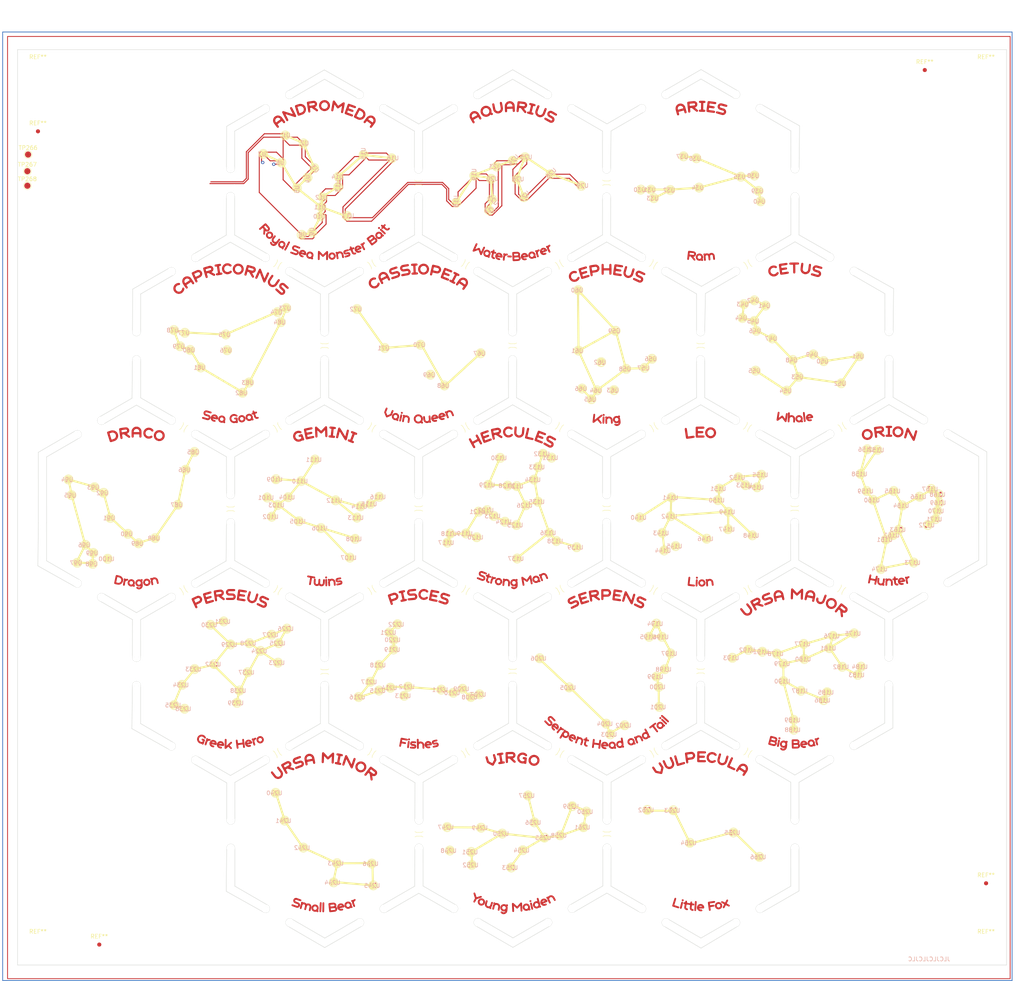
<source format=kicad_pcb>
(kicad_pcb (version 20240108) (generator "pcbnew") (generator_version "8.0")
  (layers (0 "F.Cu" signal) (31 "B.Cu" signal) (34 "B.Paste" user) (35 "F.Paste" user) (36 "B.SilkS" user "B.Silkscreen") (37 "F.SilkS" user "F.Silkscreen") (38 "B.Mask" user) (39 "F.Mask" user) (44 "Edge.Cuts" user))
  (net 0 "")
  (net 1 "Net-(U1-DOUT)")
  (net 2 "Net-(U2-DOUT)")
  (net 3 "Net-(U3-DOUT)")
  (net 4 "Net-(U4-DOUT)")
  (net 5 "Net-(U5-DOUT)")
  (net 6 "Net-(U6-DOUT)")
  (net 7 "Net-(U7-DOUT)")
  (net 8 "Net-(U8-DOUT)")
  (net 9 "Net-(U10-DIN)")
  (net 10 "Net-(U10-DOUT)")
  (net 11 "Net-(U11-DOUT)")
  (net 12 "Net-(U12-DOUT)")
  (net 13 "Net-(U13-DOUT)")
  (net 14 "Net-(U14-DOUT)")
  (net 15 "Net-(U15-DOUT)")
  (net 16 "Net-(U16-DOUT)")
  (net 17 "LED_Aquarius")
  (net 18 "Net-(U18-DOUT)")
  (net 19 "Net-(U19-DOUT)")
  (net 20 "Net-(U20-DOUT)")
  (net 21 "Net-(U21-DOUT)")
  (net 22 "Net-(U22-DOUT)")
  (net 23 "Net-(U23-DOUT)")
  (net 24 "Net-(U24-DOUT)")
  (net 25 "Net-(U25-DOUT)")
  (net 26 "Net-(U26-DOUT)")
  (net 27 "Net-(U27-DOUT)")
  (net 28 "Net-(U28-DOUT)")
  (net 29 "LED_Aries")
  (net 30 "Net-(U30-DOUT)")
  (net 31 "Net-(U31-DOUT)")
  (net 32 "Net-(U32-DOUT)")
  (net 33 "Net-(U33-DOUT)")
  (net 34 "Net-(U34-DOUT)")
  (net 35 "Net-(U35-DOUT)")
  (net 36 "Net-(U36-DOUT)")
  (net 37 "Net-(U37-DOUT)")
  (net 38 "Net-(U38-DOUT)")
  (net 39 "Net-(U39-DOUT)")
  (net 40 "LED_Capricornus")
  (net 41 "Net-(U41-DOUT)")
  (net 42 "Net-(U42-DOUT)")
  (net 43 "Net-(U43-DOUT)")
  (net 44 "Net-(U44-DOUT)")
  (net 45 "Net-(U45-DOUT)")
  (net 46 "Net-(U46-DOUT)")
  (net 47 "Net-(U47-DOUT)")
  (net 48 "Net-(U48-DOUT)")
  (net 49 "Net-(U49-DOUT)")
  (net 50 "Net-(U50-DOUT)")
  (net 51 "Net-(U51-DOUT)")
  (net 52 "LED_Cassiopeia")
  (net 53 "Net-(U53-DOUT)")
  (net 54 "Net-(U54-DOUT)")
  (net 55 "Net-(U56-DOUT)")
  (net 56 "Net-(U57-DOUT)")
  (net 57 "LED_Cepheus")
  (net 58 "Net-(U59-DOUT)")
  (net 59 "Net-(U60-DOUT)")
  (net 60 "Net-(U61-DOUT)")
  (net 61 "Net-(U62-DOUT)")
  (net 62 "Net-(U63-DOUT)")
  (net 63 "Net-(U64-DOUT)")
  (net 64 "Net-(U67-DOUT)")
  (net 65 "LED_Cetus")
  (net 66 "Net-(U69-DOUT)")
  (net 67 "Net-(U70-DOUT)")
  (net 68 "Net-(U73-DOUT)")
  (net 69 "Net-(U74-DOUT)")
  (net 70 "Net-(U75-DOUT)")
  (net 71 "Net-(U76-DOUT)")
  (net 72 "Net-(U77-DOUT)")
  (net 73 "Net-(U78-DOUT)")
  (net 74 "Net-(U79-DOUT)")
  (net 75 "Net-(U80-DOUT)")
  (net 76 "Net-(U81-DOUT)")
  (net 77 "Net-(U82-DOUT)")
  (net 78 "LED_Draco")
  (net 79 "Net-(U85-DOUT)")
  (net 80 "Net-(U86-DOUT)")
  (net 81 "Net-(U87-DOUT)")
  (net 82 "Net-(U88-DOUT)")
  (net 83 "Net-(U89-DOUT)")
  (net 84 "Net-(U90-DOUT)")
  (net 85 "Net-(U91-DOUT)")
  (net 86 "Net-(U92-DOUT)")
  (net 87 "Net-(U93-DOUT)")
  (net 88 "Net-(U94-DOUT)")
  (net 89 "Net-(U95-DOUT)")
  (net 90 "Net-(U96-DOUT)")
  (net 91 "Net-(U97-DOUT)")
  (net 92 "Net-(U98-DOUT)")
  (net 93 "LED_Gemini")
  (net 94 "Net-(U101-DOUT)")
  (net 95 "Net-(U102-DOUT)")
  (net 96 "Net-(U103-DOUT)")
  (net 97 "Net-(U104-DOUT)")
  (net 98 "Net-(U105-DOUT)")
  (net 99 "Net-(U106-DOUT)")
  (net 100 "Net-(U107-DOUT)")
  (net 101 "Net-(U108-DOUT)")
  (net 102 "Net-(U109-DOUT)")
  (net 103 "Net-(U110-DOUT)")
  (net 104 "Net-(U111-DOUT)")
  (net 105 "Net-(U112-DOUT)")
  (net 106 "Net-(U113-DOUT)")
  (net 107 "Net-(U114-DOUT)")
  (net 108 "LED_Hercules")
  (net 109 "Net-(U117-DOUT)")
  (net 110 "Net-(U118-DOUT)")
  (net 111 "Net-(U119-DOUT)")
  (net 112 "Net-(U120-DOUT)")
  (net 113 "Net-(U121-DOUT)")
  (net 114 "Net-(U122-DOUT)")
  (net 115 "Net-(U123-DOUT)")
  (net 116 "Net-(U124-DOUT)")
  (net 117 "Net-(U125-DOUT)")
  (net 118 "Net-(U126-DOUT)")
  (net 119 "Net-(U127-DOUT)")
  (net 120 "Net-(U128-DOUT)")
  (net 121 "Net-(U129-DOUT)")
  (net 122 "Net-(U130-DOUT)")
  (net 123 "Net-(U131-DOUT)")
  (net 124 "Net-(U132-DOUT)")
  (net 125 "Net-(U133-DOUT)")
  (net 126 "Net-(U134-DOUT)")
  (net 127 "Net-(U135-DOUT)")
  (net 128 "Net-(U136-DOUT)")
  (net 129 "Net-(U137-DOUT)")
  (net 130 "LED_Leo")
  (net 131 "Net-(U140-DOUT)")
  (net 132 "Net-(U141-DOUT)")
  (net 133 "Net-(U142-DOUT)")
  (net 134 "Net-(U143-DOUT)")
  (net 135 "Net-(U144-DOUT)")
  (net 136 "Net-(U145-DOUT)")
  (net 137 "Net-(U146-DOUT)")
  (net 138 "Net-(U147-DOUT)")
  (net 139 "Net-(U148-DOUT)")
  (net 140 "Net-(U149-DOUT)")
  (net 141 "Net-(U150-DOUT)")
  (net 142 "Net-(U151-DOUT)")
  (net 143 "Net-(U152-DOUT)")
  (net 144 "Net-(U153-DOUT)")
  (net 145 "LED_Orion")
  (net 146 "Net-(U156-DOUT)")
  (net 147 "Net-(U157-DOUT)")
  (net 148 "Net-(U158-DOUT)")
  (net 149 "Net-(U159-DOUT)")
  (net 150 "Net-(U160-DOUT)")
  (net 151 "Net-(U161-DOUT)")
  (net 152 "Net-(U162-DOUT)")
  (net 153 "Net-(U163-DOUT)")
  (net 154 "Net-(U164-DOUT)")
  (net 155 "Net-(U165-DOUT)")
  (net 156 "Net-(U166-DOUT)")
  (net 157 "Net-(U167-DOUT)")
  (net 158 "Net-(U168-DOUT)")
  (net 159 "Net-(U169-DOUT)")
  (net 160 "Net-(U170-DOUT)")
  (net 161 "Net-(U171-DOUT)")
  (net 162 "Net-(U172-DOUT)")
  (net 163 "LED_Perseus")
  (net 164 "Net-(U175-DOUT)")
  (net 165 "Net-(U176-DOUT)")
  (net 166 "Net-(U177-DOUT)")
  (net 167 "Net-(U178-DOUT)")
  (net 168 "Net-(U179-DOUT)")
  (net 169 "Net-(U180-DOUT)")
  (net 170 "Net-(U181-DOUT)")
  (net 171 "Net-(U182-DOUT)")
  (net 172 "Net-(U183-DOUT)")
  (net 173 "Net-(U184-DOUT)")
  (net 174 "Net-(U185-DOUT)")
  (net 175 "Net-(U186-DOUT)")
  (net 176 "Net-(U187-DOUT)")
  (net 177 "Net-(U188-DOUT)")
  (net 178 "Net-(U189-DOUT)")
  (net 179 "LED_Pisces")
  (net 180 "Net-(U191-DOUT)")
  (net 181 "Net-(U194-DOUT)")
  (net 182 "Net-(U195-DOUT)")
  (net 183 "Net-(U196-DOUT)")
  (net 184 "Net-(U197-DOUT)")
  (net 185 "Net-(U198-DOUT)")
  (net 186 "Net-(U199-DOUT)")
  (net 187 "Net-(U200-DOUT)")
  (net 188 "Net-(U201-DOUT)")
  (net 189 "Net-(U202-DOUT)")
  (net 190 "Net-(U203-DOUT)")
  (net 191 "Net-(U204-DOUT)")
  (net 192 "LED_Serpens")
  (net 193 "Net-(U207-DOUT)")
  (net 194 "Net-(U208-DOUT)")
  (net 195 "Net-(U209-DOUT)")
  (net 196 "Net-(U210-DOUT)")
  (net 197 "Net-(U211-DOUT)")
  (net 198 "Net-(U212-DOUT)")
  (net 199 "Net-(U213-DOUT)")
  (net 200 "Net-(U214-DOUT)")
  (net 201 "Net-(U215-DOUT)")
  (net 202 "Net-(U216-DOUT)")
  (net 203 "Net-(U217-DOUT)")
  (net 204 "Net-(U218-DOUT)")
  (net 205 "LED_Ursa_major")
  (net 206 "Net-(U220-DOUT)")
  (net 207 "Net-(U223-DOUT)")
  (net 208 "Net-(U224-DOUT)")
  (net 209 "Net-(U225-DOUT)")
  (net 210 "Net-(U226-DOUT)")
  (net 211 "Net-(U227-DOUT)")
  (net 212 "Net-(U228-DOUT)")
  (net 213 "Net-(U229-DOUT)")
  (net 214 "Net-(U230-DOUT)")
  (net 215 "Net-(U231-DOUT)")
  (net 216 "Net-(U232-DOUT)")
  (net 217 "Net-(U233-DOUT)")
  (net 218 "Net-(U234-DOUT)")
  (net 219 "Net-(U235-DOUT)")
  (net 220 "Net-(U236-DOUT)")
  (net 221 "Net-(U237-DOUT)")
  (net 222 "LED_Ursa_minor")
  (net 223 "Net-(U240-DOUT)")
  (net 224 "Net-(U241-DOUT)")
  (net 225 "Net-(U242-DOUT)")
  (net 226 "Net-(U243-DOUT)")
  (net 227 "Net-(U244-DOUT)")
  (net 228 "LED_Virgo")
  (net 229 "Net-(U247-DOUT)")
  (net 230 "Net-(U248-DOUT)")
  (net 231 "Net-(U249-DOUT)")
  (net 232 "Net-(U250-DOUT)")
  (net 233 "Net-(U251-DOUT)")
  (net 234 "Net-(U252-DOUT)")
  (net 235 "Net-(U253-DOUT)")
  (net 236 "Net-(U254-DOUT)")
  (net 237 "Net-(U255-DOUT)")
  (net 238 "Net-(U256-DOUT)")
  (net 239 "Net-(U257-DOUT)")
  (net 240 "Net-(U258-DOUT)")
  (net 241 "Net-(U259-DOUT)")
  (net 242 "LED_Vulpecula")
  (net 243 "Net-(U262-DOUT)")
  (net 244 "Net-(U263-DOUT)")
  (net 245 "Net-(U264-DOUT)")
  (net 246 "LED_OUT")
  (net 247 "+5V")
  (net 248 "LED_Andromeda")
  (net 249 "GND")
  (net 250 "Net-(U52-DOUT)")
  (net 251 "Net-(U58-DOUT)")
  (net 252 "Net-(U68-DOUT)")
  (net 253 "Net-(U190-DOUT)")
  (net 254 "Net-(U219-DOUT)")
  (net 255 "Net-(U65-DOUT)")
  (net 256 "Net-(U71-DOUT)")
  (net 257 "Net-(U83-DOUT)")
  (net 258 "Net-(U100-DIN)")
  (net 259 "Net-(U115-DOUT)")
  (net 260 "Net-(U138-DOUT)")
  (net 261 "Net-(U154-DOUT)")
  (net 262 "Net-(U173-DOUT)")
  (net 263 "Net-(U192-DOUT)")
  (net 264 "Net-(U205-DOUT)")
  (net 265 "Net-(U221-DOUT)")
  (net 266 "Net-(U238-DOUT)")
  (net 267 "Net-(U245-DOUT)")
  (net 268 "Net-(U260-DOUT)")
  (net 269 "Net-(U265-DOUT)")
  (footprint "SWS-Library:mouse-bite-2mm-slot_edge" (layer "F.Cu") (at 40.527885 52.64 30)
    (property "Reference" "mouse-bite-2mm-slot" (hide yes))
    (property "Value" "VAL**" (hide yes))
    (fp_arc (start -3.3 -1) (mid -2.3 0) (end -3.3 1) (stroke (width 0.1)) (layer "Edge.Cuts"))
    (fp_arc (start 3.499999 0.999999) (mid 2.5 0) (end 3.499999 -1) (stroke (width 0.1)) (layer "Edge.Cuts"))
  )
  (footprint "easyeda2kicad:LED-SMD_4P-L1.0-W1.0-TL_XL-1010RGBC-WS2812B" (layer "F.Cu") (at 70.96 31.33 90)
    (property "Reference" "U4")
    (property "Value" "XL-1010RGBC")
  )
  (footprint "easyeda2kicad:LED-SMD_4P-L1.0-W1.0-TL_XL-1010RGBC-WS2812B" (layer "F.Cu") (at 119.27 115.52)
    (property "Reference" "U124")
    (property "Value" "XL-1010RGBC")
  )
  (footprint "easyeda2kicad:LED-SMD_4P-L1.0-W1.0-TL_XL-1010RGBC-WS2812B" (layer "F.Cu") (at 124.915 182.515)
    (property "Reference" "U257")
    (property "Value" "XL-1010RGBC")
  )
  (footprint "easyeda2kicad:LED-SMD_4P-L1.0-W1.0-TL_XL-1010RGBC-WS2812B" (layer "F.Cu") (at 174.92 148.82)
    (property "Reference" "U193")
    (property "Value" "XL-1010RGBC")
  )
  (footprint "Graphics" (layer "F.Cu") (at 142.688851 3.228595)
    (property "Reference" "")
    (property "Value" "")
  )
  (footprint "easyeda2kicad:LED-SMD_4P-L1.0-W1.0-TL_XL-1010RGBC-WS2812B" (layer "F.Cu") (at 130.13 118.24)
    (property "Reference" "U136")
    (property "Value" "XL-1010RGBC")
  )
  (footprint "easyeda2kicad:LED-SMD_4P-L1.0-W1.0-TL_XL-1010RGBC-WS2812B" (layer "F.Cu") (at 105.77 195.98)
    (property "Reference" "U248")
    (property "Value" "XL-1010RGBC")
  )
  (footprint "easyeda2kicad:LED-SMD_4P-L1.0-W1.0-TL_XL-1010RGBC-WS2812B" (layer "F.Cu") (at 209.365 110.205)
    (property "Reference" "U160")
    (property "Value" "XL-1010RGBC")
  )
  (footprint "easyeda2kicad:LED-SMD_4P-L1.0-W1.0-TL_XL-1010RGBC-WS2812B" (layer "F.Cu") (at 157.04 160.84)
    (property "Reference" "U201")
    (property "Value" "XL-1010RGBC")
  )
  (footprint "Graphics" (layer "F.Cu") (at 73.558847 43.038591)
    (property "Reference" "")
    (property "Value" "")
  )
  (footprint "SWS-Library:mouse-bite-2mm-slot_edge" (layer "F.Cu") (at 29.109998 152.279998 90)
    (property "Reference" "mouse-bite-2mm-slot" (hide yes))
    (property "Value" "VAL**" (hide yes))
    (fp_arc (start -3.3 -1) (mid -2.3 0) (end -3.3 1) (stroke (width 0.1)) (layer "Edge.Cuts"))
    (fp_arc (start 3.5 0.999999) (mid 2.500001 0) (end 3.499999 -1) (stroke (width 0.1)) (layer "Edge.Cuts"))
  )
  (footprint "easyeda2kicad:LED-SMD_4P-L1.0-W1.0-TL_XL-1010RGBC-WS2812B" (layer "F.Cu") (at 64.57 27.63)
    (property "Reference" "U6")
    (property "Value" "XL-1010RGBC")
  )
  (footprint "easyeda2kicad:LED-SMD_4P-L1.0-W1.0-TL_XL-1010RGBC-WS2812B" (layer "F.Cu") (at 156.91 155.92)
    (property "Reference" "U200")
    (property "Value" "XL-1010RGBC")
  )
  (footprint "easyeda2kicad:LED-SMD_4P-L1.0-W1.0-TL_XL-1010RGBC-WS2812B" (layer "F.Cu") (at 106.625 157.375)
    (property "Reference" "U210")
    (property "Value" "XL-1010RGBC")
  )
  (footprint "Graphics" (layer "F.Cu") (at 50.558847 162.648594)
    (property "Reference" "")
    (property "Value" "")
  )
  (footprint "easyeda2kicad:LED-SMD_4P-L1.0-W1.0-TL_XL-1010RGBC-WS2812B" (layer "F.Cu") (at 66.245 109.525)
    (property "Reference" "U104")
    (property "Value" "XL-1010RGBC")
  )
  (footprint "SWS-Library:mouse-bite-2mm-slot_1" (layer "F.Cu") (at 121.14836 152.058306 -90)
    (property "Reference" "mouse-bite-2mm-slot" (hide yes))
    (property "Value" "VAL**" (hide yes))
    (fp_arc (start 3.5 0.999999) (mid 2.500001 0) (end 3.499999 -1) (stroke (width 0.1)) (layer "Edge.Cuts"))
    (fp_arc (start -3.3 -1) (mid -2.3 0) (end -3.3 1) (stroke (width 0.1)) (layer "Edge.Cuts"))
  )
  (footprint "Graphics" (layer "F.Cu") (at 27.508848 42.968591)
    (property "Reference" "")
    (property "Value" "")
  )
  (footprint "easyeda2kicad:LED-SMD_4P-L1.0-W1.0-TL_XL-1010RGBC-WS2812B" (layer "F.Cu") (at 104.465 82.185)
    (property "Reference" "U68")
    (property "Value" "XL-1010RGBC")
  )
  (footprint "easyeda2kicad:LED-SMD_4P-L1.0-W1.0-TL_XL-1010RGBC-WS2812B" (layer "F.Cu") (at 74.14 40.78)
    (property "Reference" "U10")
    (property "Value" "XL-1010RGBC")
  )
  (footprint "Fiducial:Fiducial_1mm_Mask2mm" (layer "F.Cu") (at 5 20)
    (property "Reference" "REF**")
    (property "Value" "Fiducial_1mm_Mask2mm")
  )
  (footprint "easyeda2kicad:LED-SMD_4P-L1.0-W1.0-TL_XL-1010RGBC-WS2812B" (layer "F.Cu") (at 197.255 159.195)
    (property "Reference" "U186")
    (property "Value" "XL-1010RGBC")
  )
  (footprint "easyeda2kicad:LED-SMD_4P-L1.0-W1.0-TL_XL-1010RGBC-WS2812B" (layer "F.Cu") (at 83.07 63.49)
    (property "Reference" "U72")
    (property "Value" "XL-1010RGBC")
  )
  (footprint "easyeda2kicad:LED-SMD_4P-L1.0-W1.0-TL_XL-1010RGBC-WS2812B" (layer "F.Cu") (at 18.54 123.16)
    (property "Reference" "U99")
    (property "Value" "XL-1010RGBC")
  )
  (footprint "Graphics" (layer "F.Cu") (at 165.688848 42.798592)
    (property "Reference" "")
    (property "Value" "")
  )
  (footprint "easyeda2kicad:LED-SMD_4P-L1.0-W1.0-TL_XL-1010RGBC-WS2812B" (layer "F.Cu") (at 87.055 204.525)
    (property "Reference" "U245")
    (property "Value" "XL-1010RGBC")
  )
  (footprint "easyeda2kicad:LED-SMD_4P-L1.0-W1.0-TL_XL-1010RGBC-WS2812B" (layer "F.Cu") (at 160.485 186.145)
    (property "Reference" "U263")
    (property "Value" "XL-1010RGBC")
  )
  (footprint "Fiducial:Fiducial_1mm_Mask2mm" (layer "F.Cu") (at 237 204)
    (property "Reference" "REF**")
    (property "Value" "Fiducial_1mm_Mask2mm")
  )
  (footprint "SWS-Library:mouse-bite-2mm-slot_1" (layer "F.Cu") (at 86.716727 52.520324 -150)
    (property "Reference" "mouse-bite-2mm-slot" (hide yes))
    (property "Value" "VAL**" (hide yes))
    (fp_arc (start 3.499999 0.999999) (mid 2.5 0) (end 3.499999 -1) (stroke (width 0.1)) (layer "Edge.Cuts"))
    (fp_arc (start -3.3 -1) (mid -2.3 0) (end -3.3 1) (stroke (width 0.1)) (layer "Edge.Cuts"))
  )
  (footprint "Graphics" (layer "F.Cu") (at 4.518846 82.958594)
    (property "Reference" "")
    (property "Value" "")
  )
  (footprint "easyeda2kicad:LED-SMD_4P-L1.0-W1.0-TL_XL-1010RGBC-WS2812B" (layer "F.Cu") (at 220.725 109.395)
    (property "Reference" "U166")
    (property "Value" "XL-1010RGBC")
  )
  (footprint "easyeda2kicad:LED-SMD_4P-L1.0-W1.0-TL_XL-1010RGBC-WS2812B" (layer "F.Cu") (at 74.31 38.51)
    (property "Reference" "U11")
    (property "Value" "XL-1010RGBC")
  )
  (footprint "easyeda2kicad:LED-SMD_4P-L1.0-W1.0-TL_XL-1010RGBC-WS2812B" (layer "F.Cu") (at 138.485 190.275)
    (property "Reference" "U261")
    (property "Value" "XL-1010RGBC")
  )
  (footprint "easyeda2kicad:LED-SMD_4P-L1.0-W1.0-TL_XL-1010RGBC-WS2812B" (layer "F.Cu") (at 105.12 190.25)
    (property "Reference" "U247")
    (property "Value" "XL-1010RGBC")
  )
  (footprint "easyeda2kicad:LED-SMD_4P-L1.0-W1.0-TL_XL-1010RGBC-WS2812B" (layer "F.Cu") (at 192.525 149.125)
    (property "Reference" "U180")
    (property "Value" "XL-1010RGBC")
  )
  (footprint "SWS-Library:mouse-bite-2mm-slot_1" (layer "F.Cu") (at 178.751497 132.178734 -150)
    (property "Reference" "mouse-bite-2mm-slot" (hide yes))
    (property "Value" "VAL**" (hide yes))
    (fp_arc (start 3.499999 0.999999) (mid 2.5 0) (end 3.499999 -1) (stroke (width 0.1)) (layer "Edge.Cuts"))
    (fp_arc (start -3.3 -1) (mid -2.3 0) (end -3.3 1) (stroke (width 0.1)) (layer "Edge.Cuts"))
  )
  (footprint "easyeda2kicad:LED-SMD_4P-L1.0-W1.0-TL_XL-1010RGBC-WS2812B" (layer "F.Cu") (at 12.455 105.185)
    (property "Reference" "U94")
    (property "Value" "XL-1010RGBC")
  )
  (footprint "easyeda2kicad:LED-SMD_4P-L1.0-W1.0-TL_XL-1010RGBC-WS2812B" (layer "F.Cu") (at 39.25 111.38)
    (property "Reference" "U87")
    (property "Value" "XL-1010RGBC")
  )
  (footprint "easyeda2kicad:LED-SMD_4P-L1.0-W1.0-TL_XL-1010RGBC-WS2812B" (layer "F.Cu") (at 194.72 74.59)
    (property "Reference" "U49")
    (property "Value" "XL-1010RGBC")
  )
  (footprint "MountingHole:MountingHole_2mm" (layer "F.Cu") (at 237 5)
    (property "Reference" "REF**")
    (property "Value" "MountingHole_2mm")
  )
  (footprint "SWS-Library:mouse-bite-2mm-slot_1" (layer "F.Cu") (at 132.742713 132.179655 -150)
    (property "Reference" "mouse-bite-2mm-slot" (hide yes))
    (property "Value" "VAL**" (hide yes))
    (fp_arc (start 3.499999 0.999999) (mid 2.5 0) (end 3.499999 -1) (stroke (width 0.1)) (layer "Edge.Cuts"))
    (fp_arc (start -3.3 -1) (mid -2.3 0) (end -3.3 1) (stroke (width 0.1)) (layer "Edge.Cuts"))
  )
  (footprint "easyeda2kicad:LED-SMD_4P-L1.0-W1.0-TL_XL-1010RGBC-WS2812B" (layer "F.Cu") (at 145.04 167.55)
    (property "Reference" "U203")
    (property "Value" "XL-1010RGBC")
  )
  (footprint "easyeda2kicad:LED-SMD_4P-L1.0-W1.0-TL_XL-1010RGBC-WS2812B" (layer "F.Cu") (at 88.445 156.835)
    (property "Reference" "U215")
    (property "Value" "XL-1010RGBC")
  )
  (footprint "Graphics" (layer "F.Cu") (at 142.578848 82.958592)
    (property "Reference" "")
    (property "Value" "")
  )
  (footprint "easyeda2kicad:LED-SMD_4P-L1.0-W1.0-TL_XL-1010RGBC-WS2812B" (layer "F.Cu") (at 50.465 139.925)
    (property "Reference" "U231")
    (property "Value" "XL-1010RGBC")
  )
  (footprint "Graphics" (layer "F.Cu") (at 188.748848 82.758595)
    (property "Reference" "")
    (property "Value" "")
  )
  (footprint "easyeda2kicad:LED-SMD_4P-L1.0-W1.0-TL_XL-1010RGBC-WS2812B" (layer "F.Cu") (at 74.635 36.125)
    (property "Reference" "U12")
    (property "Value" "XL-1010RGBC")
  )
  (footprint "SWS-Library:mouse-bite-2mm-slot_1" (layer "F.Cu") (at 132.751842 172.115478 150)
    (property "Reference" "mouse-bite-2mm-slot" (hide yes))
    (property "Value" "VAL**" (hide yes))
    (fp_arc (start 3.5 1) (mid 2.500001 0.000001) (end 3.499999 -1) (stroke (width 0.1)) (layer "Edge.Cuts"))
    (fp_arc (start -3.3 -1) (mid -2.3 0) (end -3.3 1) (stroke (width 0.1)) (layer "Edge.Cuts"))
  )
  (footprint "SWS-Library:mouse-bite-2mm-slot_edge" (layer "F.Cu") (at 190.240002 32.490001 -90)
    (property "Reference" "mouse-bite-2mm-slot" (hide yes))
    (property "Value" "VAL**" (hide yes))
    (fp_arc (start 3.5 0.999999) (mid 2.500001 0) (end 3.499999 -1) (stroke (width 0.1)) (layer "Edge.Cuts"))
    (fp_arc (start -3.3 -1) (mid -2.3 0) (end -3.3 1) (stroke (width 0.1)) (layer "Edge.Cuts"))
  )
  (footprint "easyeda2kicad:LED-SMD_4P-L1.0-W1.0-TL_XL-1010RGBC-WS2812B" (layer "F.Cu") (at 178.12 106.57)
    (property "Reference" "U153")
    (property "Value" "XL-1010RGBC")
  )
  (footprint "easyeda2kicad:LED-SMD_4P-L1.0-W1.0-TL_XL-1010RGBC-WS2812B" (layer "F.Cu") (at 181.535 197.535)
    (property "Reference" "U266")
    (property "Value" "XL-1010RGBC")
  )
  (footprint "easyeda2kicad:LED-SMD_4P-L1.0-W1.0-TL_XL-1010RGBC-WS2812B" (layer "F.Cu") (at 82.61 119.71)
    (property "Reference" "U108")
    (property "Value" "XL-1010RGBC")
  )
  (footprint "easyeda2kicad:LED-SMD_4P-L1.0-W1.0-TL_XL-1010RGBC-WS2812B" (layer "F.Cu") (at 91.53 26.6 180)
    (property "Reference" "U16")
    (property "Value" "XL-1010RGBC")
  )
  (footprint "easyeda2kicad:LED-SMD_4P-L1.0-W1.0-TL_XL-1010RGBC-WS2812B" (layer "F.Cu") (at 225.54 110.87)
    (property "Reference" "U169")
    (property "Value" "XL-1010RGBC")
  )
  (footprint "easyeda2kicad:LED-SMD_4P-L1.0-W1.0-TL_XL-1010RGBC-WS2812B" (layer "F.Cu") (at 144.03 164.94)
    (property "Reference" "U204")
    (property "Value" "XL-1010RGBC")
  )
  (footprint "SWS-Library:mouse-bite-2mm-slot_1" (layer "F.Cu") (at 144.146531 112.211008 -90)
    (property "Reference" "mouse-bite-2mm-slot" (hide yes))
    (property "Value" "VAL**" (hide yes))
    (fp_arc (start 3.5 0.999999) (mid 2.500001 0) (end 3.499999 -1) (stroke (width 0.1)) (layer "Edge.Cuts"))
    (fp_arc (start -3.3 -1) (mid -2.3 0) (end -3.3 1) (stroke (width 0.1)) (layer "Edge.Cuts"))
  )
  (footprint "easyeda2kicad:LED-SMD_4P-L1.0-W1.0-TL_XL-1010RGBC-WS2812B" (layer "F.Cu") (at 135.715 185.135)
    (property "Reference" "U259")
    (property "Value" "XL-1010RGBC")
  )
  (footprint "SWS-Library:mouse-bite-2mm-slot_1" (layer "F.Cu") (at 178.788728 172.07156 150)
    (property "Reference" "mouse-bite-2mm-slot" (hide yes))
    (property "Value" "VAL**" (hide yes))
    (fp_arc (start 3.5 1) (mid 2.500001 0.000001) (end 3.499999 -1) (stroke (width 0.1)) (layer "Edge.Cuts"))
    (fp_arc (start -3.3 -1) (mid -2.3 0) (end -3.3 1) (stroke (width 0.1)) (layer "Edge.Cuts"))
  )
  (footprint "SWS-Library:mouse-bite-2mm-slot_1" (layer "F.Cu") (at 63.540068 172.168472 30)
    (property "Reference" "mouse-bite-2mm-slot" (hide yes))
    (property "Value" "VAL**" (hide yes))
    (fp_arc (start -3.3 -1) (mid -2.3 0) (end -3.3 1) (stroke (width 0.1)) (layer "Edge.Cuts"))
    (fp_arc (start 3.499999 0.999999) (mid 2.5 0) (end 3.499999 -1) (stroke (width 0.1)) (layer "Edge.Cuts"))
  )
  (footprint "easyeda2kicad:LED-SMD_4P-L1.0-W1.0-TL_XL-1010RGBC-WS2812B" (layer "F.Cu") (at 61.085 109.595)
    (property "Reference" "U101")
    (property "Value" "XL-1010RGBC")
  )
  (footprint "easyeda2kicad:LED-SMD_4P-L1.0-W1.0-TL_XL-1010RGBC-WS2812B" (layer "F.Cu") (at 63.235 105.135)
    (property "Reference" "U109")
    (property "Value" "XL-1010RGBC")
  )
  (footprint "easyeda2kicad:LED-SMD_4P-L1.0-W1.0-TL_XL-1010RGBC-WS2812B" (layer "F.Cu") (at 43.33 151.58)
    (property "Reference" "U233")
    (property "Value" "XL-1010RGBC")
  )
  (footprint "easyeda2kicad:LED-SMD_4P-L1.0-W1.0-TL_XL-1010RGBC-WS2812B" (layer "F.Cu") (at 137.21 58.85)
    (property "Reference" "U60")
    (property "Value" "XL-1010RGBC")
  )
  (footprint "easyeda2kicad:LED-SMD_4P-L1.0-W1.0-TL_XL-1010RGBC-WS2812B" (layer "F.Cu") (at 207.925 97.805)
    (property "Reference" "U156")
    (property "Value" "XL-1010RGBC")
  )
  (footprint "Graphics" (layer "F.Cu") (at 96.588848 3.298593)
    (property "Reference" "")
    (property "Value" "")
  )
  (footprint "easyeda2kicad:LED-SMD_4P-L1.0-W1.0-TL_XL-1010RGBC-WS2812B" (layer "F.Cu") (at 118.605 191.835)
    (property "Reference" "U250")
    (property "Value" "XL-1010RGBC")
  )
  (footprint "Graphics" (layer "F.Cu") (at 119.62885 122.708593)
    (property "Reference" "")
    (property "Value" "")
  )
  (footprint "easyeda2kicad:LED-SMD_4P-L1.0-W1.0-TL_XL-1010RGBC-WS2812B" (layer "F.Cu") (at 51.285 73.565)
    (property "Reference" "U76")
    (property "Value" "XL-1010RGBC")
  )
  (footprint "Graphics" (layer "F.Cu") (at 7.6995 -11.875)
    (property "Reference" "")
    (property "Value" "")
  )
  (footprint "SWS-Library:mouse-bite-2mm-slot_1" (layer "F.Cu") (at 178.578543 92.337849 -30)
    (property "Reference" "mouse-bite-2mm-slot" (hide yes))
    (property "Value" "VAL**" (hide yes))
    (fp_arc (start -3.3 -1) (mid -2.3 0) (end -3.3 1) (stroke (width 0.1)) (layer "Edge.Cuts"))
    (fp_arc (start 3.5 1) (mid 2.500001 0.000001) (end 3.499999 -1) (stroke (width 0.1)) (layer "Edge.Cuts"))
  )
  (footprint "Graphics" (layer "F.Cu") (at 50.528847 82.878593)
    (property "Reference" "")
    (property "Value" "")
  )
  (footprint "easyeda2kicad:LED-SMD_4P-L1.0-W1.0-TL_XL-1010RGBC-WS2812B" (layer "F.Cu") (at 91.235 156.135)
    (property "Reference" "U214")
    (property "Value" "XL-1010RGBC")
  )
  (footprint "easyeda2kicad:LED-SMD_4P-L1.0-W1.0-TL_XL-1010RGBC-WS2812B" (layer "F.Cu") (at 112.825 113.055)
    (property "Reference" "U121")
    (property "Value" "XL-1010RGBC")
  )
  (footprint "Graphics" (layer "F.Cu") (at 119.588849 43.118595)
    (property "Reference" "")
    (property "Value" "")
  )
  (footprint "Graphics" (layer "F.Cu") (at 96.692848 162.553593)
    (property "Reference" "")
    (property "Value" "")
  )
  (footprint "Graphics" (layer "F.Cu") (at 50.528847 3.058594)
    (property "Reference" "")
    (property "Value" "")
  )
  (footprint "easyeda2kicad:LED-SMD_4P-L1.0-W1.0-TL_XL-1010RGBC-WS2812B" (layer "F.Cu") (at 63.645 64.215)
    (property "Reference" "U74")
    (property "Value" "XL-1010RGBC")
  )
  (footprint "easyeda2kicad:LED-SMD_4P-L1.0-W1.0-TL_XL-1010RGBC-WS2812B" (layer "F.Cu") (at 224.605 114.885)
    (property "Reference" "U171")
    (property "Value" "XL-1010RGBC")
  )
  (footprint "Graphics" (layer "F.Cu") (at -0.94 24.83)
    (property "Reference" "")
    (property "Value" "")
  )
  (footprint "Graphics" (layer "F.Cu") (at 165.528848 122.568593)
    (property "Reference" "")
    (property "Value" "")
  )
  (footprint "easyeda2kicad:LED-SMD_4P-L1.0-W1.0-TL_XL-1010RGBC-WS2812B" (layer "F.Cu") (at 187.395 150.255)
    (property "Reference" "U179")
    (property "Value" "XL-1010RGBC")
  )
  (footprint "SWS-Library:mouse-bite-2mm-slot_1" (layer "F.Cu") (at 86.736353 172.135621 150)
    (property "Reference" "mouse-bite-2mm-slot" (hide yes))
    (property "Value" "VAL**" (hide yes))
    (fp_arc (start 3.5 1) (mid 2.500001 0.000001) (end 3.499999 -1) (stroke (width 0.1)) (layer "Edge.Cuts"))
    (fp_arc (start -3.3 -1) (mid -2.3 0) (end -3.3 1) (stroke (width 0.1)) (layer "Edge.Cuts"))
  )
  (footprint "Graphics" (layer "F.Cu") (at 96.55885 82.898593)
    (property "Reference" "")
    (property "Value" "")
  )
  (footprint "easyeda2kicad:LED-SMD_4P-L1.0-W1.0-TL_XL-1010RGBC-WS2812B" (layer "F.Cu") (at 77.355 203.775)
    (property "Reference" "U244")
    (property "Value" "XL-1010RGBC")
  )
  (footprint "Graphics" (layer "F.Cu") (at 73.558847 43.038591)
    (property "Reference" "")
    (property "Value" "")
  )
  (footprint "easyeda2kicad:LED-SMD_4P-L1.0-W1.0-TL_XL-1010RGBC-WS2812B" (layer "F.Cu") (at 115.205 106.505)
    (property "Reference" "U129")
    (property "Value" "XL-1010RGBC")
  )
  (footprint "easyeda2kicad:LED-SMD_4P-L1.0-W1.0-TL_XL-1010RGBC-WS2812B" (layer "F.Cu") (at 127.35 110.62)
    (property "Reference" "U135")
    (property "Value" "XL-1010RGBC")
  )
  (footprint "easyeda2kicad:LED-SMD_4P-L1.0-W1.0-TL_XL-1010RGBC-WS2812B" (layer "F.Cu") (at 74.245 117.085)
    (property "Reference" "U106")
    (property "Value" "XL-1010RGBC")
  )
  (footprint "SWS-Library:mouse-bite-2mm-slot_edge" (layer "F.Cu") (at 155.811087 211.970001 150)
    (property "Reference" "mouse-bite-2mm-slot" (hide yes))
    (property "Value" "VAL**" (hide yes))
    (fp_arc (start 3.5 1) (mid 2.500001 0.000001) (end 3.499999 -1) (stroke (width 0.1)) (layer "Edge.Cuts"))
    (fp_arc (start -3.3 -1) (mid -2.3 0) (end -3.3 1) (stroke (width 0.1)) (layer "Edge.Cuts"))
  )
  (footprint "easyeda2kicad:LED-SMD_4P-L1.0-W1.0-TL_XL-1010RGBC-WS2812B" (layer "F.Cu") (at 111.145 199.505)
    (property "Reference" "U252")
    (property "Value" "XL-1010RGBC")
  )
  (footprint "easyeda2kicad:LED-SMD_4P-L1.0-W1.0-TL_XL-1010RGBC-WS2812B" (layer "F.Cu") (at 72.79 100.31)
    (property "Reference" "U111")
    (property "Value" "XL-1010RGBC")
  )
  (footprint "easyeda2kicad:LED-SMD_4P-L1.0-W1.0-TL_XL-1010RGBC-WS2812B" (layer "F.Cu") (at 168.63 119.68)
    (property "Reference" "U146")
    (property "Value" "XL-1010RGBC")
  )
  (footprint "easyeda2kicad:LED-SMD_4P-L1.0-W1.0-TL_XL-1010RGBC-WS2812B" (layer "F.Cu") (at 77.825 110.295)
    (property "Reference" "U112")
    (property "Value" "XL-1010RGBC")
  )
  (footprint "easyeda2kicad:LED-SMD_4P-L1.0-W1.0-TL_XL-1010RGBC-WS2812B" (layer "F.Cu") (at 115.89 31.62 180)
    (property "Reference" "U20")
    (property "Value" "XL-1010RGBC")
  )
  (footprint "Graphics" (layer "F.Cu") (at 27.578847 42.948596)
    (property "Reference" "")
    (property "Value" "")
  )
  (footprint "Graphics" (layer "F.Cu") (at 142.678848 162.388592)
    (property "Reference" "")
    (property "Value" "")
  )
  (footprint "easyeda2kicad:LED-SMD_4P-L1.0-W1.0-TL_XL-1010RGBC-WS2812B" (layer "F.Cu") (at 91.995 146.795)
    (property "Reference" "U219")
    (property "Value" "XL-1010RGBC")
  )
  (footprint "easyeda2kicad:LED-SMD_4P-L1.0-W1.0-TL_XL-1010RGBC-WS2812B" (layer "F.Cu") (at 173.875 117.365)
    (property "Reference" "U147")
    (property "Value" "XL-1010RGBC")
  )
  (footprint "Graphics" (layer "F.Cu") (at 142.578848 82.958592)
    (property "Reference" "")
    (property "Value" "")
  )
  (footprint "easyeda2kicad:LED-SMD_4P-L1.0-W1.0-TL_XL-1010RGBC-WS2812B" (layer "F.Cu") (at 158.39 151.62)
    (property "Reference" "U198")
    (property "Value" "XL-1010RGBC")
  )
  (footprint "Graphics" (layer "F.Cu") (at 27.518849 122.688595)
    (property "Reference" "")
    (property "Value" "")
  )
  (footprint "Graphics" (layer "F.Cu") (at 188.748848 82.758595)
    (property "Reference" "")
    (property "Value" "")
  )
  (footprint "easyeda2kicad:LED-SMD_4P-L1.0-W1.0-TL_XL-1010RGBC-WS2812B" (layer "F.Cu") (at 160.035 109.595)
    (property "Reference" "U141")
    (property "Value" "XL-1010RGBC")
  )
  (footprint "Graphics" (layer "F.Cu") (at 50.328848 2.908594)
    (property "Reference" "")
    (property "Value" "")
  )
  (footprint "easyeda2kicad:LED-SMD_4P-L1.0-W1.0-TL_XL-1010RGBC-WS2812B" (layer "F.Cu") (at 199.545 143.465)
    (property "Reference" "U176")
    (property "Value" "XL-1010RGBC")
  )
  (footprint "easyeda2kicad:LED-SMD_4P-L1.0-W1.0-TL_XL-1010RGBC-WS2812B" (layer "F.Cu") (at 155.25 75.65)
    (property "Reference" "U56")
    (property "Value" "XL-1010RGBC")
  )
  (footprint "easyeda2kicad:LED-SMD_4P-L1.0-W1.0-TL_XL-1010RGBC-WS2812B" (layer "F.Cu") (at 126.385 105.215)
    (property "Reference" "U134")
    (property "Value" "XL-1010RGBC")
  )
  (footprint "easyeda2kicad:LED-SMD_4P-L1.0-W1.0-TL_XL-1010RGBC-WS2812B" (layer "F.Cu") (at 65.76 63.25)
    (property "Reference" "U73")
    (property "Value" "XL-1010RGBC")
  )
  (footprint "Graphics" (layer "F.Cu") (at 27.578847 42.948596)
    (property "Reference" "")
    (property "Value" "")
  )
  (footprint "easyeda2kicad:LED-SMD_4P-L1.0-W1.0-TL_XL-1010RGBC-WS2812B" (layer "F.Cu") (at 88.49 109.43)
    (property "Reference" "U116")
    (property "Value" "XL-1010RGBC")
  )
  (footprint "easyeda2kicad:LED-SMD_4P-L1.0-W1.0-TL_XL-1010RGBC-WS2812B" (layer "F.Cu") (at 214.21 118.82)
    (property "Reference" "U162")
    (property "Value" "XL-1010RGBC")
  )
  (footprint "Graphics" (layer "F.Cu") (at 50.528847 3.058594)
    (property "Reference" "")
    (property "Value" "")
  )
  (footprint "easyeda2kicad:LED-SMD_4P-L1.0-W1.0-TL_XL-1010RGBC-WS2812B" (layer "F.Cu") (at 145.955 83.325)
    (property "Reference" "U63")
    (property "Value" "XL-1010RGBC")
  )
  (footprint "easyeda2kicad:LED-SMD_4P-L1.0-W1.0-TL_XL-1010RGBC-WS2812B" (layer "F.Cu") (at 148.56 165.33)
    (property "Reference" "U202")
    (property "Value" "XL-1010RGBC")
  )
  (footprint "easyeda2kicad:LED-SMD_4P-L1.0-W1.0-TL_XL-1010RGBC-WS2812B" (layer "F.Cu") (at 16.625 121.195)
    (property "Reference" "U96")
    (property "Value" "XL-1010RGBC")
  )
  (footprint "SWS-Library:mouse-bite-2mm-slot_1" (layer "F.Cu") (at 190.165589 112.207849 -90)
    (property "Reference" "mouse-bite-2mm-slot" (hide yes))
    (property "Value" "VAL**" (hide yes))
    (fp_arc (start 3.5 0.999999) (mid 2.500001 0) (end 3.499999 -1) (stroke (width 0.1)) (layer "Edge.Cuts"))
    (fp_arc (start -3.3 -1) (mid -2.3 0) (end -3.3 1) (stroke (width 0.1)) (layer "Edge.Cuts"))
  )
  (footprint "easyeda2kicad:LED-SMD_4P-L1.0-W1.0-TL_XL-1010RGBC-WS2812B" (layer "F.Cu") (at 180.77 68.8)
    (property "Reference" "U46")
    (property "Value" "XL-1010RGBC")
  )
  (footprint "easyeda2kicad:LED-SMD_4P-L1.0-W1.0-TL_XL-1010RGBC-WS2812B" (layer "F.Cu") (at 68.365 33.895 90)
    (property "Reference" "U5")
    (property "Value" "XL-1010RGBC")
  )
  (footprint "Graphics" (layer "F.Cu") (at 50.328848 2.908594)
    (property "Reference" "")
    (property "Value" "")
  )
  (footprint "easyeda2kicad:LED-SMD_4P-L1.0-W1.0-TL_XL-1010RGBC-WS2812B" (layer "F.Cu") (at 59.44 147.14)
    (property "Reference" "U224")
    (property "Value" "XL-1010RGBC")
  )
  (footprint "easyeda2kicad:LED-SMD_4P-L1.0-W1.0-TL_XL-1010RGBC-WS2812B" (layer "F.Cu") (at 40.865 161.285)
    (property "Reference" "U236")
    (property "Value" "XL-1010RGBC")
  )
  (footprint "Graphics" (layer "F.Cu") (at 50.558847 162.648594)
    (property "Reference" "")
    (property "Value" "")
  )
  (footprint "SWS-Library:mouse-bite-2mm-slot_1" (layer "F.Cu") (at 121.137872 72.378831 -90)
    (property "Reference" "mouse-bite-2mm-slot" (hide yes))
    (property "Value" "VAL**" (hide yes))
    (fp_arc (start 3.5 0.999999) (mid 2.500001 0) (end 3.499999 -1) (stroke (width 0.1)) (layer "Edge.Cuts"))
    (fp_arc (start -3.3 -1) (mid -2.3 0) (end -3.3 1) (stroke (width 0.1)) (layer "Edge.Cuts"))
  )
  (footprint "Graphics" (layer "F.Cu") (at 142.578848 82.958592)
    (property "Reference" "")
    (property "Value" "")
  )
  (footprint "easyeda2kicad:LED-SMD_4P-L1.0-W1.0-TL_XL-1010RGBC-WS2812B" (layer "F.Cu") (at 62.215 114.285)
    (property "Reference" "U102")
    (property "Value" "XL-1010RGBC")
  )
  (footprint "easyeda2kicad:LED-SMD_4P-L1.0-W1.0-TL_XL-1010RGBC-WS2812B" (layer "F.Cu") (at 105.195 120.625)
    (property "Reference" "U117")
    (property "Value" "XL-1010RGBC")
  )
  (footprint "easyeda2kicad:LED-SMD_4P-L1.0-W1.0-TL_XL-1010RGBC-WS2812B" (layer "F.Cu") (at 178.82 146.87)
    (property "Reference" "U192")
    (property "Value" "XL-1010RGBC")
  )
  (footprint "easyeda2kicad:LED-SMD_4P-L1.0-W1.0-TL_XL-1010RGBC-WS2812B" (layer "F.Cu") (at 180.295 66.405)
    (property "Reference" "U45")
    (property "Value" "XL-1010RGBC")
  )
  (footprint "easyeda2kicad:LED-SMD_4P-L1.0-W1.0-TL_XL-1010RGBC-WS2812B" (layer "F.Cu") (at 189.97 166.41)
    (property "Reference" "U188")
    (property "Value" "XL-1010RGBC")
  )
  (footprint "easyeda2kicad:LED-SMD_4P-L1.0-W1.0-TL_XL-1010RGBC-WS2812B" (layer "F.Cu") (at 197.28 76.23)
    (property "Reference" "U50")
    (property "Value" "XL-1010RGBC")
  )
  (footprint "SWS-Library:mouse-bite-2mm-slot_edge" (layer "F.Cu") (at 201.647886 52.459998 -30)
    (property "Reference" "mouse-bite-2mm-slot" (hide yes))
    (property "Value" "VAL**" (hide yes))
    (fp_arc (start -3.3 -1) (mid -2.3 0) (end -3.3 1) (stroke (width 0.1)) (layer "Edge.Cuts"))
    (fp_arc (start 3.5 1) (mid 2.500001 0.000001) (end 3.499999 -1) (stroke (width 0.1)) (layer "Edge.Cuts"))
  )
  (footprint "Graphics" (layer "F.Cu") (at 50.558847 162.648594)
    (property "Reference" "")
    (property "Value" "")
  )
  (footprint "easyeda2kicad:LED-SMD_4P-L1.0-W1.0-TL_XL-1010RGBC-WS2812B" (layer "F.Cu") (at 65.495 21.015 180)
    (property "Reference" "U1")
    (property "Value" "XL-1010RGBC")
  )
  (footprint "easyeda2kicad:LED-SMD_4P-L1.0-W1.0-TL_XL-1010RGBC-WS2812B" (layer "F.Cu") (at 181.33 34.56)
    (property "Reference" "U39")
    (property "Value" "XL-1010RGBC")
  )
  (footprint "Graphics" (layer "F.Cu") (at 96.588848 3.298593)
    (property "Reference" "")
    (property "Value" "")
  )
  (footprint "easyeda2kicad:LED-SMD_4P-L1.0-W1.0-TL_XL-1010RGBC-WS2812B" (layer "F.Cu") (at 56.64 81.46)
    (property "Reference" "U83")
    (property "Value" "XL-1010RGBC")
  )
  (footprint "Graphics" (layer "F.Cu") (at 73.682849 122.643593)
    (property "Reference" "")
    (property "Value" "")
  )
  (footprint "easyeda2kicad:LED-SMD_4P-L1.0-W1.0-TL_XL-1010RGBC-WS2812B" (layer "F.Cu") (at 44.835 77.775)
    (property "Reference" "U81")
    (property "Value" "XL-1010RGBC")
  )
  (footprint "Graphics" (layer "F.Cu") (at 96.692848 162.553593)
    (property "Reference" "")
    (property "Value" "")
  )
  (footprint "Graphics" (layer "F.Cu") (at -0.94 24.83)
    (property "Reference" "")
    (property "Value" "")
  )
  (footprint "easyeda2kicad:LED-SMD_4P-L1.0-W1.0-TL_XL-1010RGBC-WS2812B" (layer "F.Cu") (at 198.655 146.465)
    (property "Reference" "U181")
    (property "Value" "XL-1010RGBC")
  )
  (footprint "easyeda2kicad:LED-SMD_4P-L1.0-W1.0-TL_XL-1010RGBC-WS2812B" (layer "F.Cu") (at 131.855 120.245)
    (property "Reference" "U138")
    (property "Value" "XL-1010RGBC")
  )
  (footprint "Graphics" (layer "F.Cu") (at 50.528847 3.058594)
    (property "Reference" "")
    (property "Value" "")
  )
  (footprint "easyeda2kicad:LED-SMD_4P-L1.0-W1.0-TL_XL-1010RGBC-WS2812B" (layer "F.Cu") (at 122.16 106.81)
    (property "Reference" "U127")
    (property "Value" "XL-1010RGBC")
  )
  (footprint "easyeda2kicad:LED-SMD_4P-L1.0-W1.0-TL_XL-1010RGBC-WS2812B" (layer "F.Cu") (at 148.935 78.125)
    (property "Reference" "U58")
    (property "Value" "XL-1010RGBC")
  )
  (footprint "Graphics" (layer "F.Cu") (at 119.62885 122.708593)
    (property "Reference" "")
    (property "Value" "")
  )
  (footprint "SWS-Library:mouse-bite-2mm-slot_edge" (layer "F.Cu") (at 86.517885 12.67 -30)
    (property "Reference" "mouse-bite-2mm-slot" (hide yes))
    (property "Value" "VAL**" (hide yes))
    (fp_arc (start -3.3 -1) (mid -2.3 0) (end -3.3 1) (stroke (width 0.1)) (layer "Edge.Cuts"))
    (fp_arc (start 3.5 1) (mid 2.500001 0.000001) (end 3.499999 -1) (stroke (width 0.1)) (layer "Edge.Cuts"))
  )
  (footprint "easyeda2kicad:LED-SMD_4P-L1.0-W1.0-TL_XL-1010RGBC-WS2812B" (layer "F.Cu") (at 52.12 145.55)
    (property "Reference" "U229")
    (property "Value" "XL-1010RGBC")
  )
  (footprint "easyeda2kicad:LED-SMD_4P-L1.0-W1.0-TL_XL-1010RGBC-WS2812B" (layer "F.Cu") (at 182.24 147.33)
    (property "Reference" "U191")
    (property "Value" "XL-1010RGBC")
  )
  (footprint "easyeda2kicad:LED-SMD_4P-L1.0-W1.0-TL_XL-1010RGBC-WS2812B" (layer "F.Cu") (at 176.41 104.68)
    (property "Reference" "U152")
    (property "Value" "XL-1010RGBC")
  )
  (footprint "SWS-Library:mouse-bite-2mm-slot_1" (layer "F.Cu") (at 98.139698 112.22614 -90)
    (property "Reference" "mouse-bite-2mm-slot" (hide yes))
    (property "Value" "VAL**" (hide yes))
    (fp_arc (start 3.5 0.999999) (mid 2.500001 0) (end 3.499999 -1) (stroke (width 0.1)) (layer "Edge.Cuts"))
    (fp_arc (start -3.3 -1) (mid -2.3 0) (end -3.3 1) (stroke (width 0.1)) (layer "Edge.Cuts"))
  )
  (footprint "easyeda2kicad:LED-SMD_4P-L1.0-W1.0-TL_XL-1010RGBC-WS2812B" (layer "F.Cu") (at 201.565 81.645)
    (property "Reference" "U52")
    (property "Value" "XL-1010RGBC")
  )
  (footprint "easyeda2kicad:LED-SMD_4P-L1.0-W1.0-TL_XL-1010RGBC-WS2812B" (layer "F.Cu") (at 63.155 181.865)
    (property "Reference" "U240")
    (property "Value" "XL-1010RGBC")
  )
  (footprint "easyeda2kicad:LED-SMD_4P-L1.0-W1.0-TL_XL-1010RGBC-WS2812B" (layer "F.Cu") (at 83.065 114.515)
    (property "Reference" "U113")
    (property "Value" "XL-1010RGBC")
  )
  (footprint "Graphics" (layer "F.Cu") (at 142.688851 3.228595)
    (property "Reference" "")
    (property "Value" "")
  )
  (footprint "easyeda2kicad:LED-SMD_4P-L1.0-W1.0-TL_XL-1010RGBC-WS2812B" (layer "F.Cu") (at 152.52 34.26)
    (property "Reference" "U30")
    (property "Value" "XL-1010RGBC")
  )
  (footprint "easyeda2kicad:LED-SMD_4P-L1.0-W1.0-TL_XL-1010RGBC-WS2812B" (layer "F.Cu") (at 176.99 31.1)
    (property "Reference" "U35")
    (property "Value" "XL-1010RGBC")
  )
  (footprint "Graphics" (layer "F.Cu") (at 188.748848 82.758595)
    (property "Reference" "")
    (property "Value" "")
  )
  (footprint "easyeda2kicad:LED-SMD_4P-L1.0-W1.0-TL_XL-1010RGBC-WS2812B" (layer "F.Cu") (at 180.61 78.55)
    (property "Reference" "U55")
    (property "Value" "XL-1010RGBC")
  )
  (footprint "easyeda2kicad:LED-SMD_4P-L1.0-W1.0-TL_XL-1010RGBC-WS2812B" (layer "F.Cu") (at 180.985 107.095)
    (property "Reference" "U154")
    (property "Value" "XL-1010RGBC")
  )
  (footprint "easyeda2kicad:LED-SMD_4P-L1.0-W1.0-TL_XL-1010RGBC-WS2812B" (layer "F.Cu") (at 177.75 62.28)
    (property "Reference" "U43")
    (property "Value" "XL-1010RGBC")
  )
  (footprint "Graphics" (layer "F.Cu") (at 119.588849 43.118595)
    (property "Reference" "")
    (property "Value" "")
  )
  (footprint "SWS-Library:mouse-bite-2mm-slot_1" (layer "F.Cu") (at 86.725862 92.456137 150)
    (property "Reference" "mouse-bite-2mm-slot" (hide yes))
    (property "Value" "VAL**" (hide yes))
    (fp_arc (start 3.5 1) (mid 2.500001 0.000001) (end 3.499999 -1) (stroke (width 0.1)) (layer "Edge.Cuts"))
    (fp_arc (start -3.3 -1) (mid -2.3 0) (end -3.3 1) (stroke (width 0.1)) (layer "Edge.Cuts"))
  )
  (footprint "easyeda2kicad:LED-SMD_4P-L1.0-W1.0-TL_XL-1010RGBC-WS2812B" (layer "F.Cu") (at 164.505 194.085)
    (property "Reference" "U264")
    (property "Value" "XL-1010RGBC")
  )
  (footprint "Graphics" (layer "F.Cu") (at 142.578848 82.958592)
    (property "Reference" "")
    (property "Value" "")
  )
  (footprint "SWS-Library:mouse-bite-2mm-slot_1" (layer "F.Cu") (at 63.72769 132.303445 150)
    (property "Reference" "mouse-bite-2mm-slot" (hide yes))
    (property "Value" "VAL**" (hide yes))
    (fp_arc (start 3.5 1) (mid 2.500001 0.000001) (end 3.499999 -1) (stroke (width 0.1)) (layer "Edge.Cuts"))
    (fp_arc (start -3.3 -1) (mid -2.3 0) (end -3.3 1) (stroke (width 0.1)) (layer "Edge.Cuts"))
  )
  (footprint "easyeda2kicad:LED-SMD_4P-L1.0-W1.0-TL_XL-1010RGBC-WS2812B" (layer "F.Cu") (at 62.19 143.18)
    (property "Reference" "U227")
    (property "Value" "XL-1010RGBC")
  )
  (footprint "easyeda2kicad:LED-SMD_4P-L1.0-W1.0-TL_XL-1010RGBC-WS2812B" (layer "F.Cu") (at 54.295 156.835)
    (property "Reference" "U238")
    (property "Value" "XL-1010RGBC")
  )
  (footprint "SWS-Library:mouse-bite-2mm-slot_edge" (layer "F.Cu") (at 224.597886 92.269998 -30)
    (property "Reference" "mouse-bite-2mm-slot" (hide yes))
    (property "Value" "VAL**" (hide yes))
    (fp_arc (start -3.3 -1) (mid -2.3 0) (end -3.3 1) (stroke (width 0.1)) (layer "Edge.Cuts"))
    (fp_arc (start 3.5 1) (mid 2.500001 0.000001) (end 3.499999 -1) (stroke (width 0.1)) (layer "Edge.Cuts"))
  )
  (footprint "easyeda2kicad:LED-SMD_4P-L1.0-W1.0-TL_XL-1010RGBC-WS2812B" (layer "F.Cu") (at 159.785 147.755)
    (property "Reference" "U197")
    (property "Value" "XL-1010RGBC")
  )
  (footprint "easyeda2kicad:LED-SMD_4P-L1.0-W1.0-TL_XL-1010RGBC-WS2812B" (layer "F.Cu") (at 138.145 82.935)
    (property "Reference" "U66")
    (property "Value" "XL-1010RGBC")
  )
  (footprint "easyeda2kicad:LED-SMD_4P-L1.0-W1.0-TL_XL-1010RGBC-WS2812B" (layer "F.Cu") (at 159.72 34.36)
    (property "Reference" "U32")
    (property "Value" "XL-1010RGBC")
  )
  (footprint "easyeda2kicad:LED-SMD_4P-L1.0-W1.0-TL_XL-1010RGBC-WS2812B" (layer "F.Cu") (at 39.755 72.585)
    (property "Reference" "U79")
    (property "Value" "XL-1010RGBC")
  )
  (footprint "SWS-Library:mouse-bite-2mm-slot_1" (layer "F.Cu") (at 155.561215 52.510688 -30)
    (property "Reference" "mouse-bite-2mm-slot" (hide yes))
    (property "Value" "VAL**" (hide yes))
    (fp_arc (start -3.3 -1) (mid -2.3 0) (end -3.3 1) (stroke (width 0.1)) (layer "Edge.Cuts"))
    (fp_arc (start 3.5 1) (mid 2.500001 0.000001) (end 3.499999 -1) (stroke (width 0.1)) (layer "Edge.Cuts"))
  )
  (footprint "easyeda2kicad:LED-SMD_4P-L1.0-W1.0-TL_XL-1010RGBC-WS2812B" (layer "F.Cu") (at 33.68 119.53)
    (property "Reference" "U88")
    (property "Value" "XL-1010RGBC")
  )
  (footprint "easyeda2kicad:LED-SMD_4P-L1.0-W1.0-TL_XL-1010RGBC-WS2812B" (layer "F.Cu") (at 68.87 115.4)
    (property "Reference" "U105")
    (property "Value" "XL-1010RGBC")
  )
  (footprint "easyeda2kicad:LED-SMD_4P-L1.0-W1.0-TL_XL-1010RGBC-WS2812B" (layer "F.Cu") (at 154.55 143.67)
    (property "Reference" "U195")
    (property "Value" "XL-1010RGBC")
  )
  (footprint "easyeda2kicad:LED-SMD_4P-L1.0-W1.0-TL_XL-1010RGBC-WS2812B" (layer "F.Cu") (at 120.805 200.135)
    (property "Reference" "U253")
    (property "Value" "XL-1010RGBC")
  )
  (footprint "SWS-Library:mouse-bite-2mm-slot_1" (layer "F.Cu") (at 178.648608 52.575631 30)
    (property "Reference" "mouse-bite-2mm-slot" (hide yes))
    (property "Value" "VAL**" (hide yes))
    (fp_arc (start -3.3 -1) (mid -2.3 0) (end -3.3 1) (stroke (width 0.1)) (layer "Edge.Cuts"))
    (fp_arc (start 3.499999 0.999999) (mid 2.5 0) (end 3.499999 -1) (stroke (width 0.1)) (layer "Edge.Cuts"))
  )
  (footprint "Graphics" (layer "F.Cu") (at 73.682849 122.643593)
    (property "Reference" "")
    (property "Value" "")
  )
  (footprint "easyeda2kicad:LED-SMD_4P-L1.0-W1.0-TL_XL-1010RGBC-WS2812B" (layer "F.Cu") (at 43.29 98.45)
    (property "Reference" "U85")
    (property "Value" "XL-1010RGBC")
  )
  (footprint "easyeda2kicad:LED-SMD_4P-L1.0-W1.0-TL_XL-1010RGBC-WS2812B" (layer "F.Cu") (at 65.355 188.655)
    (property "Reference" "U241")
    (property "Value" "XL-1010RGBC")
  )
  (footprint "SWS-Library:mouse-bite-2mm-slot_edge" (layer "F.Cu") (at 29.119998 72.579998 90)
    (property "Reference" "mouse-bite-2mm-slot" (hide yes))
    (property "Value" "VAL**" (hide yes))
    (fp_arc (start -3.3 -1) (mid -2.3 0) (end -3.3 1) (stroke (width 0.1)) (layer "Edge.Cuts"))
    (fp_arc (start 3.5 0.999999) (mid 2.500001 0) (end 3.499999 -1) (stroke (width 0.1)) (layer "Edge.Cuts"))
  )
  (footprint "easyeda2kicad:LED-SMD_4P-L1.0-W1.0-TL_XL-1010RGBC-WS2812B" (layer "F.Cu") (at 205.62 152.99)
    (property "Reference" "U183")
    (property "Value" "XL-1010RGBC")
  )
  (footprint "Graphics" (layer "F.Cu") (at 27.508848 42.968591)
    (property "Reference" "")
    (property "Value" "")
  )
  (footprint "SWS-Library:mouse-bite-2mm-slot_1" (layer "F.Cu") (at 109.550822 52.508837 -30)
    (property "Reference" "mouse-bite-2mm-slot" (hide yes))
    (property "Value" "VAL**" (hide yes))
    (fp_arc (start -3.3 -1) (mid -2.3 0) (end -3.3 1) (stroke (width 0.1)) (layer "Edge.Cuts"))
    (fp_arc (start 3.5 1) (mid 2.500001 0.000001) (end 3.499999 -1) (stroke (width 0.1)) (layer "Edge.Cuts"))
  )
  (footprint "easyeda2kicad:LED-SMD_4P-L1.0-W1.0-TL_XL-1010RGBC-WS2812B" (layer "F.Cu") (at 139.195 186.455)
    (property "Reference" "U260")
    (property "Value" "XL-1010RGBC")
  )
  (footprint "easyeda2kicad:LED-SMD_4P-L1.0-W1.0-TL_XL-1010RGBC-WS2812B" (layer "F.Cu") (at 110.915 158.415)
    (property "Reference" "U208")
    (property "Value" "XL-1010RGBC")
  )
  (footprint "easyeda2kicad:LED-SMD_4P-L1.0-W1.0-TL_XL-1010RGBC-WS2812B" (layer "F.Cu") (at 55.075 83.965)
    (property "Reference" "U82")
    (property "Value" "XL-1010RGBC")
  )
  (footprint "easyeda2kicad:LED-SMD_4P-L1.0-W1.0-TL_XL-1010RGBC-WS2812B" (layer "F.Cu") (at 122.08 116.32)
    (property "Reference" "U125")
    (property "Value" "XL-1010RGBC")
  )
  (footprint "easyeda2kicad:LED-SMD_4P-L1.0-W1.0-TL_XL-1010RGBC-WS2812B" (layer "F.Cu") (at 22.075 124.585)
    (property "Reference" "U100")
    (property "Value" "XL-1010RGBC")
  )
  (footprint "SWS-Library:mouse-bite-2mm-slot_1" (layer "F.Cu") (at 132.552316 52.619388 30)
    (property "Reference" "mouse-bite-2mm-slot" (hide yes))
    (property "Value" "VAL**" (hide yes))
    (fp_arc (start -3.3 -1) (mid -2.3 0) (end -3.3 1) (stroke (width 0.1)) (layer "Edge.Cuts"))
    (fp_arc (start 3.499999 0.999999) (mid 2.5 0) (end 3.499999 -1) (stroke (width 0.1)) (layer "Edge.Cuts"))
  )
  (footprint "easyeda2kicad:LED-SMD_4P-L1.0-W1.0-TL_XL-1010RGBC-WS2812B" (layer "F.Cu") (at 142.805 76.475)
    (property "Reference" "U62")
    (property "Value" "XL-1010RGBC")
  )
  (footprint "easyeda2kicad:LED-SMD_4P-L1.0-W1.0-TL_XL-1010RGBC-WS2812B" (layer "F.Cu") (at 69.405 105.575)
    (property "Reference" "U110")
    (property "Value" "XL-1010RGBC")
  )
  (footprint "Graphics" (layer "F.Cu") (at 188.748848 82.758595)
    (property "Reference" "")
    (property "Value" "")
  )
  (footprint "easyeda2kicad:LED-SMD_4P-L1.0-W1.0-TL_XL-1010RGBC-WS2812B" (layer "F.Cu") (at 89.845 73.015)
    (property "Reference" "U71")
    (property "Value" "XL-1010RGBC")
  )
  (footprint "easyeda2kicad:LED-SMD_4P-L1.0-W1.0-TL_XL-1010RGBC-WS2812B" (layer "F.Cu") (at 38.265 68.635)
    (property "Reference" "U78")
    (property "Value" "XL-1010RGBC")
  )
  (footprint "Graphics" (layer "F.Cu") (at 165.648846 122.638594)
    (property "Reference" "")
    (property "Value" "")
  )
  (footprint "easyeda2kicad:LED-SMD_4P-L1.0-W1.0-TL_XL-1010RGBC-WS2812B" (layer "F.Cu") (at 130.41 30.5 -135)
    (property "Reference" "U28")
    (property "Value" "XL-1010RGBC")
  )
  (footprint "TestPoint:TestPoint_Pad_D1.5mm" (layer "F.Cu") (at 2.41 29.76)
    (property "Reference" "TP267")
    (property "Value" "TestPoint")
  )
  (footprint "easyeda2kicad:LED-SMD_4P-L1.0-W1.0-TL_XL-1010RGBC-WS2812B" (layer "F.Cu") (at 205.96 75.02)
    (property "Reference" "U51")
    (property "Value" "XL-1010RGBC")
  )
  (footprint "easyeda2kicad:LED-SMD_4P-L1.0-W1.0-TL_XL-1010RGBC-WS2812B" (layer "F.Cu") (at 69.925 195.265)
    (property "Reference" "U242")
    (property "Value" "XL-1010RGBC")
  )
  (footprint "SWS-Library:mouse-bite-2mm-slot_edge" (layer "F.Cu") (at 52.189998 192.079998 90)
    (property "Reference" "mouse-bite-2mm-slot" (hide yes))
    (property "Value" "VAL**" (hide yes))
    (fp_arc (start -3.3 -1) (mid -2.3 0) (end -3.3 1) (stroke (width 0.1)) (layer "Edge.Cuts"))
    (fp_arc (start 3.5 0.999999) (mid 2.500001 0) (end 3.499999 -1) (stroke (width 0.1)) (layer "Edge.Cuts"))
  )
  (footprint "Graphics" (layer "F.Cu") (at 165.528848 122.568593)
    (property "Reference" "")
    (property "Value" "")
  )
  (footprint "easyeda2kicad:LED-SMD_4P-L1.0-W1.0-TL_XL-1010RGBC-WS2812B" (layer "F.Cu") (at 183.02 62.63)
    (property "Reference" "U41")
    (property "Value" "XL-1010RGBC")
  )
  (footprint "easyeda2kicad:LED-SMD_4P-L1.0-W1.0-TL_XL-1010RGBC-WS2812B" (layer "F.Cu") (at 189.925 164.015)
    (property "Reference" "U189")
    (property "Value" "XL-1010RGBC")
  )
  (footprint "SWS-Library:mouse-bite-2mm-slot_edge" (layer "F.Cu") (at 190.220002 191.840001 -90)
    (property "Reference" "mouse-bite-2mm-slot" (hide yes))
    (property "Value" "VAL**" (hide yes))
    (fp_arc (start 3.5 0.999999) (mid 2.500001 0) (end 3.499999 -1) (stroke (width 0.1)) (layer "Edge.Cuts"))
    (fp_arc (start -3.3 -1) (mid -2.3 0) (end -3.3 1) (stroke (width 0.1)) (layer "Edge.Cuts"))
  )
  (footprint "easyeda2kicad:LED-SMD_4P-L1.0-W1.0-TL_XL-1010RGBC-WS2812B" (layer "F.Cu") (at 69.515 45.315 180)
    (property "Reference" "U8")
    (property "Value" "XL-1010RGBC")
  )
  (footprint "easyeda2kicad:LED-SMD_4P-L1.0-W1.0-TL_XL-1010RGBC-WS2812B" (layer "F.Cu") (at 56.745 145.255)
    (property "Reference" "U228")
    (property "Value" "XL-1010RGBC")
  )
  (footprint "easyeda2kicad:LED-SMD_4P-L1.0-W1.0-TL_XL-1010RGBC-WS2812B" (layer "F.Cu") (at 171.74 107.43)
    (property "Reference" "U151")
    (property "Value" "XL-1010RGBC")
  )
  (footprint "easyeda2kicad:LED-SMD_4P-L1.0-W1.0-TL_XL-1010RGBC-WS2812B" (layer "F.Cu") (at 188.235 83.445)
    (property "Reference" "U54")
    (property "Value" "XL-1010RGBC")
  )
  (footprint "easyeda2kicad:LED-SMD_4P-L1.0-W1.0-TL_XL-1010RGBC-WS2812B" (layer "F.Cu") (at 158.235 122.565)
    (property "Reference" "U144")
    (property "Value" "XL-1010RGBC")
  )
  (footprint "easyeda2kicad:LED-SMD_4P-L1.0-W1.0-TL_XL-1010RGBC-WS2812B" (layer "F.Cu") (at 171.385 110.245)
    (property "Reference" "U150")
    (property "Value" "XL-1010RGBC")
  )
  (footprint "easyeda2kicad:LED-SMD_4P-L1.0-W1.0-TL_XL-1010RGBC-WS2812B" (layer "F.Cu") (at 117.22 28.59)
    (property "Reference" "U23")
    (property "Value" "XL-1010RGBC")
  )
  (footprint "easyeda2kicad:LED-SMD_4P-L1.0-W1.0-TL_XL-1010RGBC-WS2812B" (layer "F.Cu") (at 166.11 26.59)
    (property "Reference" "U36")
    (property "Value" "XL-1010RGBC")
  )
  (footprint "Graphics" (layer "F.Cu") (at 142.678848 162.388592)
    (property "Reference" "")
    (property "Value" "")
  )
  (footprint "MountingHole:MountingHole_2mm" (layer "F.Cu") (at 237 219)
    (property "Reference" "REF**")
    (property "Value" "MountingHole_2mm")
  )
  (footprint "Graphics" (layer "F.Cu") (at 142.688851 3.228595)
    (property "Reference" "")
    (property "Value" "")
  )
  (footprint "easyeda2kicad:LED-SMD_4P-L1.0-W1.0-TL_XL-1010RGBC-WS2812B" (layer "F.Cu") (at 173.945 113.105)
    (property "Reference" "U149")
    (property "Value" "XL-1010RGBC")
  )
  (footprint "easyeda2kicad:LED-SMD_4P-L1.0-W1.0-TL_XL-1010RGBC-WS2812B" (layer "F.Cu") (at 154.105 186.045)
    (property "Reference" "U262")
    (property "Value" "XL-1010RGBC")
  )
  (footprint "Graphics" (layer "F.Cu") (at 50.558847 162.648594)
    (property "Reference" "")
    (property "Value" "")
  )
  (footprint "SWS-Library:mouse-bite-2mm-slot_edge" (layer "F.Cu") (at 86.801089 211.860002 -150)
    (property "Reference" "mouse-bite-2mm-slot" (hide yes))
    (property "Value" "VAL**" (hide yes))
    (fp_arc (start 3.499999 0.999999) (mid 2.5 0) (end 3.499999 -1) (stroke (width 0.1)) (layer "Edge.Cuts"))
    (fp_arc (start -3.3 -1) (mid -2.3 0) (end -3.3 1) (stroke (width 0.1)) (layer "Edge.Cuts"))
  )
  (footprint "easyeda2kicad:LED-SMD_4P-L1.0-W1.0-TL_XL-1010RGBC-WS2812B" (layer "F.Cu") (at 109.74 118.4)
    (property "Reference" "U119")
    (property "Value" "XL-1010RGBC")
  )
  (footprint "easyeda2kicad:LED-SMD_4P-L1.0-W1.0-TL_XL-1010RGBC-WS2812B" (layer "F.Cu") (at 111.005 196.335)
    (property "Reference" "U251")
    (property "Value" "XL-1010RGBC")
  )
  (footprint "easyeda2kicad:LED-SMD_4P-L1.0-W1.0-TL_XL-1010RGBC-WS2812B" (layer "F.Cu") (at 124.385 111.505)
    (property "Reference" "U126")
    (property "Value" "XL-1010RGBC")
  )
  (footprint "easyeda2kicad:LED-SMD_4P-L1.0-W1.0-TL_XL-1010RGBC-WS2812B" (layer "F.Cu") (at 122.26 124.53)
    (property "Reference" "U137")
    (property "Value" "XL-1010RGBC")
  )
  (footprint "easyeda2kicad:LED-SMD_4P-L1.0-W1.0-TL_XL-1010RGBC-WS2812B" (layer "F.Cu") (at 127.395 102.125)
    (property "Reference" "U133")
    (property "Value" "XL-1010RGBC")
  )
  (footprint "SWS-Library:mouse-bite-2mm-slot_1" (layer "F.Cu") (at 167.16385 152.038171 -90)
    (property "Reference" "mouse-bite-2mm-slot" (hide yes))
    (property "Value" "VAL**" (hide yes))
    (fp_arc (start 3.5 0.999999) (mid 2.500001 0) (end 3.499999 -1) (stroke (width 0.1)) (layer "Edge.Cuts"))
    (fp_arc (start -3.3 -1) (mid -2.3 0) (end -3.3 1) (stroke (width 0.1)) (layer "Edge.Cuts"))
  )
  (footprint "easyeda2kicad:LED-SMD_4P-L1.0-W1.0-TL_XL-1010RGBC-WS2812B" (layer "F.Cu") (at 204.715 142.855)
    (property "Reference" "U175")
    (property "Value" "XL-1010RGBC")
  )
  (footprint "Graphics" (layer "F.Cu") (at 7.6995 -11.875)
    (property "Reference" "")
    (property "Value" "")
  )
  (footprint "Graphics" (layer "F.Cu") (at 4.518846 82.958594)
    (property "Reference" "")
    (property "Value" "")
  )
  (footprint "easyeda2kicad:LED-SMD_4P-L1.0-W1.0-TL_XL-1010RGBC-WS2812B" (layer "F.Cu") (at 108.89 156.4)
    (property "Reference" "U209")
    (property "Value" "XL-1010RGBC")
  )
  (footprint "MountingHole:MountingHole_2mm" (layer "F.Cu") (at 5 219)
    (property "Reference" "REF**")
    (property "Value" "MountingHole_2mm")
  )
  (footprint "Graphics" (layer "F.Cu") (at 27.518849 122.688595)
    (property "Reference" "")
    (property "Value" "")
  )
  (footprint "Fiducial:Fiducial_1mm_Mask2mm" (layer "F.Cu") (at 222 5)
    (property "Reference" "REF**")
    (property "Value" "Fiducial_1mm_Mask2mm")
  )
  (footprint "SWS-Library:mouse-bite-2mm-slot_1" (layer "F.Cu") (at 155.734177 92.351565 -150)
    (property "Reference" "mouse-bite-2mm-slot" (hide yes))
    (property "Value" "VAL**" (hide yes))
    (fp_arc (start 3.499999 0.999999) (mid 2.5 0) (end 3.499999 -1) (stroke (width 0.1)) (layer "Edge.Cuts"))
    (fp_arc (start -3.3 -1) (mid -2.3 0) (end -3.3 1) (stroke (width 0.1)) (layer "Edge.Cuts"))
  )
  (footprint "easyeda2kicad:LED-SMD_4P-L1.0-W1.0-TL_XL-1010RGBC-WS2812B" (layer "F.Cu") (at 198.105 157.255)
    (property "Reference" "U185")
    (property "Value" "XL-1010RGBC")
  )
  (footprint "easyeda2kicad:LED-SMD_4P-L1.0-W1.0-TL_XL-1010RGBC-WS2812B" (layer "F.Cu") (at 157.7 143.69)
    (property "Reference" "U196")
    (property "Value" "XL-1010RGBC")
  )
  (footprint "SWS-Library:mouse-bite-2mm-slot_edge" (layer "F.Cu") (at 40.691087 172.180001 150)
    (property "Reference" "mouse-bite-2mm-slot" (hide yes))
    (property "Value" "VAL**" (hide yes))
    (fp_arc (start 3.5 1) (mid 2.500001 0.000001) (end 3.499999 -1) (stroke (width 0.1)) (layer "Edge.Cuts"))
    (fp_arc (start -3.3 -1) (mid -2.3 0) (end -3.3 1) (stroke (width 0.1)) (layer "Edge.Cuts"))
  )
  (footprint "SWS-Library:mouse-bite-2mm-slot_1" (layer "F.Cu") (at 201.608718 132.131554 -30)
    (property "Reference" "mouse-bite-2mm-slot" (hide yes))
    (property "Value" "VAL**" (hide yes))
    (fp_arc (start -3.3 -1) (mid -2.3 0) (end -3.3 1) (stroke (width 0.1)) (layer "Edge.Cuts"))
    (fp_arc (start 3.5 1) (mid 2.500001 0.000001) (end 3.499999 -1) (stroke (width 0.1)) (layer "Edge.Cuts"))
  )
  (footprint "Graphics" (layer "F.Cu") (at 50.528847 82.878593)
    (property "Reference" "")
    (property "Value" "")
  )
  (footprint "easyeda2kicad:LED-SMD_4P-L1.0-W1.0-TL_XL-1010RGBC-WS2812B" (layer "F.Cu") (at 123.9 36.1 -135)
    (property "Reference" "U27")
    (property "Value" "XL-1010RGBC")
  )
  (footprint "easyeda2kicad:LED-SMD_4P-L1.0-W1.0-TL_XL-1010RGBC-WS2812B" (layer "F.Cu") (at 134.99 156.08)
    (property "Reference" "U205")
    (property "Value" "XL-1010RGBC")
  )
  (footprint "SWS-Library:mouse-bite-2mm-slot_1" (layer "F.Cu") (at 63.70854 52.628975 150)
    (property "Reference" "mouse-bite-2mm-slot" (hide yes))
    (property "Value" "VAL**" (hide yes))
    (fp_arc (start 3.5 1) (mid 2.500001 0.000001) (end 3.499999 -1) (stroke (width 0.1)) (layer "Edge.Cuts"))
    (fp_arc (start -3.3 -1) (mid -2.3 0) (end -3.3 1) (stroke (width 0.1)) (layer "Edge.Cuts"))
  )
  (footprint "Graphics" (layer "F.Cu") (at 165.528848 122.568593)
    (property "Reference" "")
    (property "Value" "")
  )
  (footprint "easyeda2kicad:LED-SMD_4P-L1.0-W1.0-TL_XL-1010RGBC-WS2812B" (layer "F.Cu") (at 215.71 117.45)
    (property "Reference" "U163")
    (property "Value" "XL-1010RGBC")
  )
  (footprint "easyeda2kicad:LED-SMD_4P-L1.0-W1.0-TL_XL-1010RGBC-WS2812B" (layer "F.Cu") (at 162.975 26.115)
    (property "Reference" "U37")
    (property "Value" "XL-1010RGBC")
  )
  (footprint "easyeda2kicad:LED-SMD_4P-L1.0-W1.0-TL_XL-1010RGBC-WS2812B" (layer "F.Cu") (at 175.185 191.575)
    (property "Reference" "U265")
    (property "Value" "XL-1010RGBC")
  )
  (footprint "SWS-Library:mouse-bite-2mm-slot_edge" (layer "F.Cu") (at 201.791089 171.970002 -150)
    (property "Reference" "mouse-bite-2mm-slot" (hide yes))
    (property "Value" "VAL**" (hide yes))
    (fp_arc (start 3.499999 0.999999) (mid 2.5 0) (end 3.499999 -1) (stroke (width 0.1)) (layer "Edge.Cuts"))
    (fp_arc (start -3.3 -1) (mid -2.3 0) (end -3.3 1) (stroke (width 0.1)) (layer "Edge.Cuts"))
  )
  (footprint "Graphics" (layer "F.Cu") (at 27.508848 42.968591)
    (property "Reference" "")
    (property "Value" "")
  )
  (footprint "Graphics" (layer "F.Cu") (at 73.558847 43.038591)
    (property "Reference" "")
    (property "Value" "")
  )
  (footprint "easyeda2kicad:LED-SMD_4P-L1.0-W1.0-TL_XL-1010RGBC-WS2812B" (layer "F.Cu") (at 225.425 108.845)
    (property "Reference" "U168")
    (property "Value" "XL-1010RGBC")
  )
  (footprint "easyeda2kicad:LED-SMD_4P-L1.0-W1.0-TL_XL-1010RGBC-WS2812B" (layer "F.Cu") (at 180.3 61.36)
    (property "Reference" "U42")
    (property "Value" "XL-1010RGBC")
  )
  (footprint "SWS-Library:mouse-bite-2mm-slot_1" (layer "F.Cu") (at 40.710368 92.476274 150)
    (property "Reference" "mouse-bite-2mm-slot" (hide yes))
    (property "Value" "VAL**" (hide yes))
    (fp_arc (start 3.5 1) (mid 2.500001 0.000001) (end 3.499999 -1) (stroke (width 0.1)) (layer "Edge.Cuts"))
    (fp_arc (start -3.3 -1) (mid -2.3 0) (end -3.3 1) (stroke (width 0.1)) (layer "Edge.Cuts"))
  )
  (footprint "easyeda2kicad:LED-SMD_4P-L1.0-W1.0-TL_XL-1010RGBC-WS2812B" (layer "F.Cu") (at 107.37 37.425 -90)
    (property "Reference" "U18")
    (property "Value" "XL-1010RGBC")
  )
  (footprint "easyeda2kicad:LED-SMD_4P-L1.0-W1.0-TL_XL-1010RGBC-WS2812B" (layer "F.Cu") (at 146.335 68.805)
    (property "Reference" "U59")
    (property "Value" "XL-1010RGBC")
  )
  (footprint "easyeda2kicad:LED-SMD_4P-L1.0-W1.0-TL_XL-1010RGBC-WS2812B" (layer "F.Cu") (at 223.585 107.515)
    (property "Reference" "U167")
    (property "Value" "XL-1010RGBC")
  )
  (footprint "SWS-Library:mouse-bite-2mm-slot_1" (layer "F.Cu") (at 40.695954 132.241299 -150)
    (property "Reference" "mouse-bite-2mm-slot" (hide yes))
    (property "Value" "VAL**" (hide yes))
    (fp_arc (start 3.499999 0.999999) (mid 2.5 0) (end 3.499999 -1) (stroke (width 0.1)) (layer "Edge.Cuts"))
    (fp_arc (start -3.3 -1) (mid -2.3 0) (end -3.3 1) (stroke (width 0.1)) (layer "Edge.Cuts"))
  )
  (footprint "easyeda2kicad:LED-SMD_4P-L1.0-W1.0-TL_XL-1010RGBC-WS2812B" (layer "F.Cu") (at 115.4 39.34 180)
    (property "Reference" "U22")
    (property "Value" "XL-1010RGBC")
  )
  (footprint "Graphics" (layer "F.Cu") (at 96.588848 3.298593)
    (property "Reference" "")
    (property "Value" "")
  )
  (footprint "Graphics" (layer "F.Cu") (at 165.688848 42.798592)
    (property "Reference" "")
    (property "Value" "")
  )
  (footprint "easyeda2kicad:LED-SMD_4P-L1.0-W1.0-TL_XL-1010RGBC-WS2812B" (layer "F.Cu") (at 40.27 155.44)
    (property "Reference" "U234")
    (property "Value" "XL-1010RGBC")
  )
  (footprint "SWS-Library:mouse-bite-2mm-slot_1" (layer "F.Cu") (at 109.734517 132.288313 150)
    (property "Reference" "mouse-bite-2mm-slot" (hide yes))
    (property "Value" "VAL**" (hide yes))
    (fp_arc (start 3.5 1) (mid 2.500001 0.000001) (end 3.499999 -1) (stroke (width 0.1)) (layer "Edge.Cuts"))
    (fp_arc (start -3.3 -1) (mid -2.3 0) (end -3.3 1) (stroke (width 0.1)) (layer "Edge.Cuts"))
  )
  (footprint "Graphics" (layer "F.Cu") (at 4.518846 82.958594)
    (property "Reference" "")
    (property "Value" "")
  )
  (footprint "Graphics" (layer "F.Cu") (at 96.692848 162.553593)
    (property "Reference" "")
    (property "Value" "")
  )
  (footprint "SWS-Library:mouse-bite-2mm-slot_edge" (layer "F.Cu") (at 213.200002 151.960001 -90)
    (property "Reference" "mouse-bite-2mm-slot" (hide yes))
    (property "Value" "VAL**" (hide yes))
    (fp_arc (start 3.5 0.999999) (mid 2.500001 0) (end 3.499999 -1) (stroke (width 0.1)) (layer "Edge.Cuts"))
    (fp_arc (start -3.3 -1) (mid -2.3 0) (end -3.3 1) (stroke (width 0.1)) (layer "Edge.Cuts"))
  )
  (footprint "SWS-Library:mouse-bite-2mm-slot_edge" (layer "F.Cu") (at 109.811087 211.930001 150)
    (property "Reference" "mouse-bite-2mm-slot" (hide yes))
    (property "Value" "VAL**" (hide yes))
    (fp_arc (start 3.5 1) (mid 2.500001 0.000001) (end 3.499999 -1) (stroke (width 0.1)) (layer "Edge.Cuts"))
    (fp_arc (start -3.3 -1) (mid -2.3 0) (end -3.3 1) (stroke (width 0.1)) (layer "Edge.Cuts"))
  )
  (footprint "easyeda2kicad:LED-SMD_4P-L1.0-W1.0-TL_XL-1010RGBC-WS2812B" (layer "F.Cu") (at 86.315 154.695)
    (property "Reference" "U217")
    (property "Value" "XL-1010RGBC")
  )
  (footprint "easyeda2kicad:LED-SMD_4P-L1.0-W1.0-TL_XL-1010RGBC-WS2812B" (layer "F.Cu") (at 118.1 99.89)
    (property "Reference" "U130")
    (property "Value" "XL-1010RGBC")
  )
  (footprint "easyeda2kicad:LED-SMD_4P-L1.0-W1.0-TL_XL-1010RGBC-WS2812B" (layer "F.Cu") (at 126.465 189.095)
    (property "Reference" "U256")
    (property "Value" "XL-1010RGBC")
  )
  (footprint "Graphics" (layer "F.Cu") (at 96.588848 3.298593)
    (property "Reference" "")
    (property "Value" "")
  )
  (footprint "SWS-Library:mouse-bite-2mm-slot_1" (layer "F.Cu") (at 75.149302 152.265619 90)
    (property "Reference" "mouse-bite-2mm-slot" (hide yes))
    (property "Value" "VAL**" (hide yes))
    (fp_arc (start -3.3 -1) (mid -2.3 0) (end -3.3 1) (stroke (width 0.1)) (layer "Edge.Cuts"))
    (fp_arc (start 3.5 0.999999) (mid 2.500001 0) (end 3.499999 -1) (stroke (width 0.1)) (layer "Edge.Cuts"))
  )
  (footprint "SWS-Library:mouse-bite-2mm-slot_edge" (layer "F.Cu") (at 155.607884 12.759998 30)
    (property "Reference" "mouse-bite-2mm-slot" (hide yes))
    (property "Value" "VAL**" (hide yes))
    (fp_arc (start -3.3 -1) (mid -2.3 0) (end -3.3 1) (stroke (width 0.1)) (layer "Edge.Cuts"))
    (fp_arc (start 3.499999 0.999999) (mid 2.5 0) (end 3.499999 -1) (stroke (width 0.1)) (layer "Edge.Cuts"))
  )
  (footprint "SWS-Library:mouse-bite-2mm-slot_1" (layer "F.Cu") (at 167.148267 72.380682 -90)
    (property "Reference" "mouse-bite-2mm-slot" (hide yes))
    (property "Value" "VAL**" (hide yes))
    (fp_arc (start 3.5 0.999999) (mid 2.500001 0) (end 3.499999 -1) (stroke (width 0.1)) (layer "Edge.Cuts"))
    (fp_arc (start -3.3 -1) (mid -2.3 0) (end -3.3 1) (stroke (width 0.1)) (layer "Edge.Cuts"))
  )
  (footprint "easyeda2kicad:LED-SMD_4P-L1.0-W1.0-TL_XL-1010RGBC-WS2812B" (layer "F.Cu") (at 112.355 119.315)
    (property "Reference" "U120")
    (property "Value" "XL-1010RGBC")
  )
  (footprint "SWS-Library:mouse-bite-2mm-slot_edge" (layer "F.Cu") (at 63.537884 12.789999 30)
    (property "Reference" "mouse-bite-2mm-slot" (hide yes))
    (property "Value" "VAL**" (hide yes))
    (fp_arc (start -3.3 -1) (mid -2.3 0) (end -3.3 1) (stroke (width 0.1)) (layer "Edge.Cuts"))
    (fp_arc (start 3.499999 0.999999) (mid 2.5 0) (end 3.499999 -1) (stroke (width 0.1)) (layer "Edge.Cuts"))
  )
  (footprint "easyeda2kicad:LED-SMD_4P-L1.0-W1.0-TL_XL-1010RGBC-WS2812B" (layer "F.Cu") (at 140.435 85.535)
    (property "Reference" "U65")
    (property "Value" "XL-1010RGBC")
  )
  (footprint "easyeda2kicad:LED-SMD_4P-L1.0-W1.0-TL_XL-1010RGBC-WS2812B" (layer "F.Cu") (at 130.66 99.84)
    (property "Reference" "U131")
    (property "Value" "XL-1010RGBC")
  )
  (footprint "Graphics" (layer "F.Cu") (at 4.518846 82.958594)
    (property "Reference" "")
    (property "Value" "")
  )
  (footprint "Graphics" (layer "F.Cu") (at 119.62885 122.708593)
    (property "Reference" "")
    (property "Value" "")
  )
  (footprint "Graphics" (layer "F.Cu") (at 119.618848 122.618592)
    (property "Reference" "")
    (property "Value" "")
  )
  (footprint "easyeda2kicad:LED-SMD_4P-L1.0-W1.0-TL_XL-1010RGBC-WS2812B" (layer "F.Cu") (at 225.07 112.87)
    (property "Reference" "U170")
    (property "Value" "XL-1010RGBC")
  )
  (footprint "easyeda2kicad:LED-SMD_4P-L1.0-W1.0-TL_XL-1010RGBC-WS2812B" (layer "F.Cu") (at 94.62 158.1)
    (property "Reference" "U213")
    (property "Value" "XL-1010RGBC")
  )
  (footprint "SWS-Library:mouse-bite-2mm-slot_1" (layer "F.Cu") (at 75.122374 72.398975 -90)
    (property "Reference" "mouse-bite-2mm-slot" (hide yes))
    (property "Value" "VAL**" (hide yes))
    (fp_arc (start 3.5 0.999999) (mid 2.500001 0) (end 3.499999 -1) (stroke (width 0.1)) (layer "Edge.Cuts"))
    (fp_arc (start -3.3 -1) (mid -2.3 0) (end -3.3 1) (stroke (width 0.1)) (layer "Edge.Cuts"))
  )
  (footprint "easyeda2kicad:LED-SMD_4P-L1.0-W1.0-TL_XL-1010RGBC-WS2812B" (layer "F.Cu") (at 103.685 156.605)
    (property "Reference" "U211")
    (property "Value" "XL-1010RGBC")
  )
  (footprint "easyeda2kicad:LED-SMD_4P-L1.0-W1.0-TL_XL-1010RGBC-WS2812B" (layer "F.Cu") (at 161.02 121.48)
    (property "Reference" "U145")
    (property "Value" "XL-1010RGBC")
  )
  (footprint "easyeda2kicad:LED-SMD_4P-L1.0-W1.0-TL_XL-1010RGBC-WS2812B" (layer "F.Cu") (at 180.32 30.81)
    (property "Reference" "U38")
    (property "Value" "XL-1010RGBC")
  )
  (footprint "Graphics" (layer "F.Cu") (at 27.518849 122.688595)
    (property "Reference" "")
    (property "Value" "")
  )
  (footprint "easyeda2kicad:LED-SMD_4P-L1.0-W1.0-TL_XL-1010RGBC-WS2812B" (layer "F.Cu") (at 101.035 79.555)
    (property "Reference" "U69")
    (property "Value" "XL-1010RGBC")
  )
  (footprint "Graphics" (layer "F.Cu") (at 50.528847 82.878593)
    (property "Reference" "")
    (property "Value" "")
  )
  (footprint "easyeda2kicad:LED-SMD_4P-L1.0-W1.0-TL_XL-1010RGBC-WS2812B" (layer "F.Cu") (at 92.97 140.62)
    (property "Reference" "U222")
    (property "Value" "XL-1010RGBC")
  )
  (footprint "easyeda2kicad:LED-SMD_4P-L1.0-W1.0-TL_XL-1010RGBC-WS2812B" (layer "F.Cu") (at 80.605 40.695 180)
    (property "Reference" "U17")
    (property "Value" "XL-1010RGBC")
  )
  (footprint "easyeda2kicad:LED-SMD_4P-L1.0-W1.0-TL_XL-1010RGBC-WS2812B" (layer "F.Cu") (at 14.615 125.565)
    (property "Reference" "U97")
    (property "Value" "XL-1010RGBC")
  )
  (footprint "easyeda2kicad:LED-SMD_4P-L1.0-W1.0-TL_XL-1010RGBC-WS2812B" (layer "F.Cu") (at 38.35 160.38)
    (property "Reference" "U235")
    (property "Value" "XL-1010RGBC")
  )
  (footprint "easyeda2kicad:LED-SMD_4P-L1.0-W1.0-TL_XL-1010RGBC-WS2812B" (layer "F.Cu") (at 78.45 33.64 -90)
    (property "Reference" "U13")
    (property "Value" "XL-1010RGBC")
  )
  (footprint "easyeda2kicad:LED-SMD_4P-L1.0-W1.0-TL_XL-1010RGBC-WS2812B" (layer "F.Cu") (at 155 34.26)
    (property "Reference" "U31")
    (property "Value" "XL-1010RGBC")
  )
  (footprint "SWS-Library:mouse-bite-2mm-slot_edge" (layer "F.Cu") (at 52.119999 32.61 90)
    (property "Reference" "mouse-bite-2mm-slot" (hide yes))
    (property "Value" "VAL**" (hide yes))
    (fp_arc (start -3.3 -1) (mid -2.3 0) (end -3.3 1) (stroke (width 0.1)) (layer "Edge.Cuts"))
    (fp_arc (start 3.5 0.999999) (mid 2.500001 0) (end 3.499999 -1) (stroke (width 0.1)) (layer "Edge.Cuts"))
  )
  (footprint "easyeda2kicad:LED-SMD_4P-L1.0-W1.0-TL_XL-1010RGBC-WS2812B" (layer "F.Cu") (at 201.795 151.015)
    (property "Reference" "U182")
    (property "Value" "XL-1010RGBC")
  )
  (footprint "easyeda2kicad:LED-SMD_4P-L1.0-W1.0-TL_XL-1010RGBC-WS2812B" (layer "F.Cu") (at 132.765 192.255)
    (property "Reference" "U258")
    (property "Value" "XL-1010RGBC")
  )
  (footprint "SWS-Library:mouse-bite-2mm-slot_edge" (layer "F.Cu") (at 17.681087 132.350001 150)
    (property "Reference" "mouse-bite-2mm-slot" (hide yes))
    (property "Value" "VAL**" (hide yes))
    (fp_arc (start 3.5 1) (mid 2.500001 0.000001) (end 3.499999 -1) (stroke (width 0.1)) (layer "Edge.Cuts"))
    (fp_arc (start -3.3 -1) (mid -2.3 0) (end -3.3 1) (stroke (width 0.1)) (layer "Edge.Cuts"))
  )
  (footprint "easyeda2kicad:LED-SMD_4P-L1.0-W1.0-TL_XL-1010RGBC-WS2812B" (layer "F.Cu") (at 114.895 112.695)
    (property "Reference" "U122")
    (property "Value" "XL-1010RGBC")
  )
  (footprint "easyeda2kicad:LED-SMD_4P-L1.0-W1.0-TL_XL-1010RGBC-WS2812B" (layer "F.Cu") (at 65.93 141.68)
    (property "Reference" "U226")
    (property "Value" "XL-1010RGBC")
  )
  (footprint "easyeda2kicad:LED-SMD_4P-L1.0-W1.0-TL_XL-1010RGBC-WS2812B" (layer "F.Cu") (at 182.025 104.025)
    (property "Reference" "U155")
    (property "Value" "XL-1010RGBC")
  )
  (footprint "easyeda2kicad:LED-SMD_4P-L1.0-W1.0-TL_XL-1010RGBC-WS2812B" (layer "F.Cu") (at 206.31 103.82)
    (property "Reference" "U158")
    (property "Value" "XL-1010RGBC")
  )
  (footprint "easyeda2kicad:LED-SMD_4P-L1.0-W1.0-TL_XL-1010RGBC-WS2812B" (layer "F.Cu") (at 113.03 157.77)
    (property "Reference" "U207")
    (property "Value" "XL-1010RGBC")
  )
  (footprint "easyeda2kicad:LED-SMD_4P-L1.0-W1.0-TL_XL-1010RGBC-WS2812B" (layer "F.Cu") (at 78.565 31.075)
    (property "Reference" "U14")
    (property "Value" "XL-1010RGBC")
  )
  (footprint "easyeda2kicad:LED-SMD_4P-L1.0-W1.0-TL_XL-1010RGBC-WS2812B" (layer "F.Cu") (at 152.275 114.475)
    (property "Reference" "U140")
    (property "Value" "XL-1010RGBC")
  )
  (footprint "easyeda2kicad:LED-SMD_4P-L1.0-W1.0-TL_XL-1010RGBC-WS2812B" (layer "F.Cu") (at 179.82 118.86)
    (property "Reference" "U148")
    (property "Value" "XL-1010RGBC")
  )
  (footprint "easyeda2kicad:LED-SMD_4P-L1.0-W1.0-TL_XL-1010RGBC-WS2812B" (layer "F.Cu") (at 136.805 121.765)
    (property "Reference" "U139")
    (property "Value" "XL-1010RGBC")
  )
  (footprint "Fiducial:Fiducial_1mm_Mask2mm" (layer "F.Cu") (at 20 219)
    (property "Reference" "REF**")
    (property "Value" "Fiducial_1mm_Mask2mm")
  )
  (footprint "easyeda2kicad:LED-SMD_4P-L1.0-W1.0-TL_XL-1010RGBC-WS2812B" (layer "F.Cu") (at 48.165 150.375)
    (property "Reference" "U232")
    (property "Value" "XL-1010RGBC")
  )
  (footprint "easyeda2kicad:LED-SMD_4P-L1.0-W1.0-TL_XL-1010RGBC-WS2812B" (layer "F.Cu") (at 214.41 108.01)
    (property "Reference" "U165")
    (property "Value" "XL-1010RGBC")
  )
  (footprint "easyeda2kicad:LED-SMD_4P-L1.0-W1.0-TL_XL-1010RGBC-WS2812B" (layer "F.Cu") (at 18.4 125.83)
    (property "Reference" "U98")
    (property "Value" "XL-1010RGBC")
  )
  (footprint "Graphics" (layer "F.Cu") (at 165.688848 42.798592)
    (property "Reference" "")
    (property "Value" "")
  )
  (footprint "easyeda2kicad:LED-SMD_4P-L1.0-W1.0-TL_XL-1010RGBC-WS2812B" (layer "F.Cu") (at 141.81 83.38)
    (property "Reference" "U64")
    (property "Value" "XL-1010RGBC")
  )
  (footprint "Graphics" (layer "F.Cu") (at 165.688848 42.798592)
    (property "Reference" "")
    (property "Value" "")
  )
  (footprint "Graphics" (layer "F.Cu") (at 50.528847 3.058594)
    (property "Reference" "")
    (property "Value" "")
  )
  (footprint "easyeda2kicad:LED-SMD_4P-L1.0-W1.0-TL_XL-1010RGBC-WS2812B" (layer "F.Cu") (at 219.305 125.515)
    (property "Reference" "U173")
    (property "Value" "XL-1010RGBC")
  )
  (footprint "SWS-Library:mouse-bite-2mm-slot_1" (layer "F.Cu") (at 144.227421 191.85364 -90)
    (property "Reference" "mouse-bite-2mm-slot" (hide yes))
    (property "Value" "VAL**" (hide yes))
    (fp_arc (start 3.5 0.999999) (mid 2.500001 0) (end 3.499999 -1) (stroke (width 0.1)) (layer "Edge.Cuts"))
    (fp_arc (start -3.3 -1) (mid -2.3 0) (end -3.3 1) (stroke (width 0.1)) (layer "Edge.Cuts"))
  )
  (footprint "easyeda2kicad:LED-SMD_4P-L1.0-W1.0-TL_XL-1010RGBC-WS2812B" (layer "F.Cu") (at 21.07 108.45)
    (property "Reference" "U92")
    (property "Value" "XL-1010RGBC")
  )
  (footprint "easyeda2kicad:LED-SMD_4P-L1.0-W1.0-TL_XL-1010RGBC-WS2812B" (layer "F.Cu") (at 192.385 145.415)
    (property "Reference" "U177")
    (property "Value" "XL-1010RGBC")
  )
  (footprint "easyeda2kicad:LED-SMD_4P-L1.0-W1.0-TL_XL-1010RGBC-WS2812B" (layer "F.Cu") (at 86.685 199.175)
    (property "Reference" "U246")
    (property "Value" "XL-1010RGBC")
  )
  (footprint "easyeda2kicad:LED-SMD_4P-L1.0-W1.0-TL_XL-1010RGBC-WS2812B" (layer "F.Cu") (at 156.33 140.46)
    (property "Reference" "U194")
    (property "Value" "XL-1010RGBC")
  )
  (footprint "easyeda2kicad:LED-SMD_4P-L1.0-W1.0-TL_XL-1010RGBC-WS2812B" (layer "F.Cu") (at 116.56 114.11)
    (property "Reference" "U123")
    (property "Value" "XL-1010RGBC")
  )
  (footprint "easyeda2kicad:LED-SMD_4P-L1.0-W1.0-TL_XL-1010RGBC-WS2812B" (layer "F.Cu") (at 153.46 77.88)
    (property "Reference" "U57")
    (property "Value" "XL-1010RGBC")
  )
  (footprint "SWS-Library:mouse-bite-2mm-slot_edge" (layer "F.Cu") (at 224.802116 132.100002 -150)
    (property "Reference" "mouse-bite-2mm-slot" (hide yes))
    (property "Value" "VAL**" (hide yes))
    (fp_arc (start 3.499999 0.999999) (mid 2.5 0) (end 3.499999 -1) (stroke (width 0.1)) (layer "Edge.Cuts"))
    (fp_arc (start -3.3 -1) (mid -2.3 0) (end -3.3 1) (stroke (width 0.1)) (layer "Edge.Cuts"))
  )
  (footprint "SWS-Library:mouse-bite-2mm-slot_1" (layer "F.Cu") (at 52.140644 112.433447 90)
    (property "Reference" "mouse-bite-2mm-slot" (hide yes))
    (property "Value" "VAL**" (hide yes))
    (fp_arc (start -3.3 -1) (mid -2.3 0) (end -3.3 1) (stroke (width 0.1)) (layer "Edge.Cuts"))
    (fp_arc (start 3.5 0.999999) (mid 2.500001 0) (end 3.499999 -1) (stroke (width 0.1)) (layer "Edge.Cuts"))
  )
  (footprint "Graphics" (layer "F.Cu") (at 27.508848 42.968591)
    (property "Reference" "")
    (property "Value" "")
  )
  (footprint "SWS-Library:mouse-bite-2mm-slot_1" (layer "F.Cu") (at 144.139606 32.548515 -90)
    (property "Reference" "mouse-bite-2mm-slot" (hide yes))
    (property "Value" "VAL**" (hide yes))
    (fp_arc (start 3.5 0.999999) (mid 2.500001 0) (end 3.499999 -1) (stroke (width 0.1)) (layer "Edge.Cuts"))
    (fp_arc (start -3.3 -1) (mid -2.3 0) (end -3.3 1) (stroke (width 0.1)) (layer "Edge.Cuts"))
  )
  (footprint "easyeda2kicad:LED-SMD_4P-L1.0-W1.0-TL_XL-1010RGBC-WS2812B" (layer "F.Cu") (at 63.91 145.24)
    (property "Reference" "U225")
    (property "Value" "XL-1010RGBC")
  )
  (footprint "easyeda2kicad:LED-SMD_4P-L1.0-W1.0-TL_XL-1010RGBC-WS2812B" (layer "F.Cu") (at 113.33 74.31)
    (property "Reference" "U67")
    (property "Value" "XL-1010RGBC")
  )
  (footprint "easyeda2kicad:LED-SMD_4P-L1.0-W1.0-TL_XL-1010RGBC-WS2812B" (layer "F.Cu") (at 84.685 25.745 -90)
    (property "Reference" "U15")
    (property "Value" "XL-1010RGBC")
  )
  (footprint "easyeda2kicad:LED-SMD_4P-L1.0-W1.0-TL_XL-1010RGBC-WS2812B" (layer "F.Cu") (at 42.24 73.49)
    (property "Reference" "U80")
    (property "Value" "XL-1010RGBC")
  )
  (footprint "Graphics" (layer "F.Cu") (at 165.528848 122.568593)
    (property "Reference" "")
    (property "Value" "")
  )
  (footprint "Graphics" (layer "F.Cu") (at 50.528847 82.878593)
    (property "Reference" "")
    (property "Value" "")
  )
  (footprint "easyeda2kicad:LED-SMD_4P-L1.0-W1.0-TL_XL-1010RGBC-WS2812B" (layer "F.Cu") (at 86.33 111.16)
    (property "Reference" "U115")
    (property "Value" "XL-1010RGBC")
  )
  (footprint "easyeda2kicad:LED-SMD_4P-L1.0-W1.0-TL_XL-1010RGBC-WS2812B" (layer "F.Cu") (at 191.135 80.065)
    (property "Reference" "U53")
    (property "Value" "XL-1010RGBC")
  )
  (footprint "Graphics" (layer "F.Cu") (at 96.55885 82.898593)
    (property "Reference" "")
    (property "Value" "")
  )
  (footprint "SWS-Library:mouse-bite-2mm-slot_1" (layer "F.Cu") (at 132.559481 92.341011 -30)
    (property "Reference" "mouse-bite-2mm-slot" (hide yes))
    (property "Value" "VAL**" (hide yes))
    (fp_arc (start -3.3 -1) (mid -2.3 0) (end -3.3 1) (stroke (width 0.1)) (layer "Edge.Cuts"))
    (fp_arc (start 3.5 1) (mid 2.500001 0.000001) (end 3.499999 -1) (stroke (width 0.1)) (layer "Edge.Cuts"))
  )
  (footprint "TestPoint:TestPoint_Pad_D1.5mm" (layer "F.Cu") (at 2.41 33.31)
    (property "Reference" "TP268")
    (property "Value" "TestPoint")
  )
  (footprint "easyeda2kicad:LED-SMD_4P-L1.0-W1.0-TL_XL-1010RGBC-WS2812B" (layer "F.Cu") (at 185.795 147.805)
    (property "Reference" "U178")
    (property "Value" "XL-1010RGBC")
  )
  (footprint "SWS-Library:mouse-bite-2mm-slot_1" (layer "F.Cu") (at 86.736597 132.194744 -150)
    (property "Reference" "mouse-bite-2mm-slot" (hide yes))
    (property "Value" "VAL**" (hide yes))
    (fp_arc (start 3.499999 0.999999) (mid 2.5 0) (end 3.499999 -1) (stroke (width 0.1)) (layer "Edge.Cuts"))
    (fp_arc (start -3.3 -1) (mid -2.3 0) (end -3.3 1) (stroke (width 0.1)) (layer "Edge.Cuts"))
  )
  (footprint "easyeda2kicad:LED-SMD_4P-L1.0-W1.0-TL_XL-1010RGBC-WS2812B" (layer "F.Cu") (at 72.1 44.78 -90)
    (property "Reference" "U9")
    (property "Value" "XL-1010RGBC")
  )
  (footprint "easyeda2kicad:LED-SMD_4P-L1.0-W1.0-TL_XL-1010RGBC-WS2812B" (layer "F.Cu") (at 91.025 142.605)
    (property "Reference" "U221")
    (property "Value" "XL-1010RGBC")
  )
  (footprint "easyeda2kicad:LED-SMD_4P-L1.0-W1.0-TL_XL-1010RGBC-WS2812B" (layer "F.Cu") (at 207.795 108.025)
    (property "Reference" "U159")
    (property "Value" "XL-1010RGBC")
  )
  (footprint "easyeda2kicad:LED-SMD_4P-L1.0-W1.0-TL_XL-1010RGBC-WS2812B" (layer "F.Cu") (at 29.625 120.815)
    (property "Reference" "U89")
    (property "Value" "XL-1010RGBC")
  )
  (footprint "easyeda2kicad:LED-SMD_4P-L1.0-W1.0-TL_XL-1010RGBC-WS2812B" (layer "F.Cu") (at 128.925 192.825)
    (property "Reference" "U255")
    (property "Value" "XL-1010RGBC")
  )
  (footprint "easyeda2kicad:LED-SMD_4P-L1.0-W1.0-TL_XL-1010RGBC-WS2812B" (layer "F.Cu") (at 18.84 107.09)
    (property "Reference" "U93")
    (property "Value" "XL-1010RGBC")
  )
  (footprint "easyeda2kicad:LED-SMD_4P-L1.0-W1.0-TL_XL-1010RGBC-WS2812B" (layer "F.Cu") (at 47.205 140.745)
    (property "Reference" "U230")
    (property "Value" "XL-1010RGBC")
  )
  (footprint "easyeda2kicad:LED-SMD_4P-L1.0-W1.0-TL_XL-1010RGBC-WS2812B" (layer "F.Cu") (at 128.585 98.895)
    (property "Reference" "U132")
    (property "Value" "XL-1010RGBC")
  )
  (footprint "SWS-Library:mouse-bite-2mm-slot_1" (layer "F.Cu") (at 63.554728 92.462562 30)
    (property "Reference" "mouse-bite-2mm-slot" (hide yes))
    (property "Value" "VAL**" (hide yes))
    (fp_arc (start -3.3 -1) (mid -2.3 0) (end -3.3 1) (stroke (width 0.1)) (layer "Edge.Cuts"))
    (fp_arc (start 3.499999 0.999999) (mid 2.5 0) (end 3.499999 -1) (stroke (width 0.1)) (layer "Edge.Cuts"))
  )
  (footprint "easyeda2kicad:LED-SMD_4P-L1.0-W1.0-TL_XL-1010RGBC-WS2812B" (layer "F.Cu") (at 50.95 69.71)
    (property "Reference" "U75")
    (property "Value" "XL-1010RGBC")
  )
  (footprint "Graphics" (layer "F.Cu") (at 142.678848 162.388592)
    (property "Reference" "")
    (property "Value" "")
  )
  (footprint "SWS-Library:mouse-bite-2mm-slot_edge" (layer "F.Cu") (at 109.537884 12.789998 30)
    (property "Reference" "mouse-bite-2mm-slot" (hide yes))
    (property "Value" "VAL**" (hide yes))
    (fp_arc (start -3.3 -1) (mid -2.3 0) (end -3.3 1) (stroke (width 0.1)) (layer "Edge.Cuts"))
    (fp_arc (start 3.499999 0.999999) (mid 2.5 0) (end 3.499999 -1) (stroke (width 0.1)) (layer "Edge.Cuts"))
  )
  (footprint "easyeda2kicad:LED-SMD_4P-L1.0-W1.0-TL_XL-1010RGBC-WS2812B" (layer "F.Cu") (at 22.7 114.6)
    (property "Reference" "U91")
    (property "Value" "XL-1010RGBC")
  )
  (footprint "easyeda2kicad:LED-SMD_4P-L1.0-W1.0-TL_XL-1010RGBC-WS2812B" (layer "F.Cu") (at 63.75 150.01)
    (property "Reference" "U223")
    (property "Value" "XL-1010RGBC")
  )
  (footprint "easyeda2kicad:LED-SMD_4P-L1.0-W1.0-TL_XL-1010RGBC-WS2812B" (layer "F.Cu") (at 40.945 69.295)
    (property "Reference" "U77")
    (property "Value" "XL-1010RGBC")
  )
  (footprint "easyeda2kicad:LED-SMD_4P-L1.0-W1.0-TL_XL-1010RGBC-WS2812B" (layer "F.Cu") (at 159.79 114.18)
    (property "Reference" "U142")
    (property "Value" "XL-1010RGBC")
  )
  (footprint "easyeda2kicad:LED-SMD_4P-L1.0-W1.0-TL_XL-1010RGBC-WS2812B" (layer "F.Cu") (at 69.995 22.965 180)
    (property "Reference" "U2")
    (property "Value" "XL-1010RGBC")
  )
  (footprint "Graphics" (layer "F.Cu") (at 73.558847 43.038591)
    (property "Reference" "")
    (property "Value" "")
  )
  (footprint "TestPoint:TestPoint_Pad_D1.5mm" (layer "F.Cu") (at 2.58 25.68)
    (property "Reference" "TP266")
    (property "Value" "TestPoint")
  )
  (footprint "SWS-Library:mouse-bite-2mm-slot_edge" (layer "F.Cu") (at 178.811089 211.870002 -150)
    (property "Reference" "mouse-bite-2mm-slot" (hide yes))
    (property "Value" "VAL**" (hide yes))
    (fp_arc (start 3.499999 0.999999) (mid 2.5 0) (end 3.499999 -1) (stroke (width 0.1)) (layer "Edge.Cuts"))
    (fp_arc (start -3.3 -1) (mid -2.3 0) (end -3.3 1) (stroke (width 0.1)) (layer "Edge.Cuts"))
  )
  (footprint "SWS-Library:mouse-bite-2mm-slot_1" (layer "F.Cu") (at 155.5768 132.168174 -30)
    (property "Reference" "mouse-bite-2mm-slot" (hide yes))
    (property "Value" "VAL**" (hide yes))
    (fp_arc (start -3.3 -1) (mid -2.3 0) (end -3.3 1) (stroke (width 0.1)) (layer "Edge.Cuts"))
    (fp_arc (start 3.5 1) (mid 2.500001 0.000001) (end 3.499999 -1) (stroke (width 0.1)) (layer "Edge.Cuts"))
  )
  (footprint "easyeda2kicad:LED-SMD_4P-L1.0-W1.0-TL_XL-1010RGBC-WS2812B" (layer "F.Cu") (at 166.76 33.76)
    (property "Reference" "U34")
    (property "Value" "XL-1010RGBC")
  )
  (footprint "SWS-Library:mouse-bite-2mm-slot_1" (layer "F.Cu") (at 98.120552 32.551666 -90)
    (property "Reference" "mouse-bite-2mm-slot" (hide yes))
    (property "Value" "VAL**" (hide yes))
    (fp_arc (start 3.5 0.999999) (mid 2.500001 0) (end 3.499999 -1) (stroke (width 0.1)) (layer "Edge.Cuts"))
    (fp_arc (start -3.3 -1) (mid -2.3 0) (end -3.3 1) (stroke (width 0.1)) (layer "Edge.Cuts"))
  )
  (footprint "easyeda2kicad:LED-SMD_4P-L1.0-W1.0-TL_XL-1010RGBC-WS2812B" (layer "F.Cu") (at 83.445 158.415)
    (property "Reference" "U216")
    (property "Value" "XL-1010RGBC")
  )
  (footprint "easyeda2kicad:LED-SMD_4P-L1.0-W1.0-TL_XL-1010RGBC-WS2812B" (layer "F.Cu") (at 155.72 36.35)
    (property "Reference" "U33")
    (property "Value" "XL-1010RGBC")
  )
  (footprint "easyeda2kicad:LED-SMD_4P-L1.0-W1.0-TL_XL-1010RGBC-WS2812B" (layer "F.Cu") (at 216.525 111.545)
    (property "Reference" "U164")
    (property "Value" "XL-1010RGBC")
  )
  (footprint "easyeda2kicad:LED-SMD_4P-L1.0-W1.0-TL_XL-1010RGBC-WS2812B" (layer "F.Cu") (at 105.87 118.43)
    (property "Reference" "U118")
    (property "Value" "XL-1010RGBC")
  )
  (footprint "easyeda2kicad:LED-SMD_4P-L1.0-W1.0-TL_XL-1010RGBC-WS2812B" (layer "F.Cu") (at 181.82 37.12)
    (property "Reference" "U40")
    (property "Value" "XL-1010RGBC")
  )
  (footprint "easyeda2kicad:LED-SMD_4P-L1.0-W1.0-TL_XL-1010RGBC-WS2812B" (layer "F.Cu") (at 41.135 102.795)
    (property "Reference" "U86")
    (property "Value" "XL-1010RGBC")
  )
  (footprint "easyeda2kicad:LED-SMD_4P-L1.0-W1.0-TL_XL-1010RGBC-WS2812B" (layer "F.Cu") (at 210.42 97.96)
    (property "Reference" "U157")
    (property "Value" "XL-1010RGBC")
  )
  (footprint "easyeda2kicad:LED-SMD_4P-L1.0-W1.0-TL_XL-1010RGBC-WS2812B" (layer "F.Cu") (at 121.19 27.19 -135)
    (property "Reference" "U24")
    (property "Value" "XL-1010RGBC")
  )
  (footprint "easyeda2kicad:LED-SMD_4P-L1.0-W1.0-TL_XL-1010RGBC-WS2812B" (layer "F.Cu") (at 60.135 25.525)
    (property "Reference" "U7")
    (property "Value" "XL-1010RGBC")
  )
  (footprint "easyeda2kicad:LED-SMD_4P-L1.0-W1.0-TL_XL-1010RGBC-WS2812B" (layer "F.Cu") (at 124.17 26.34 180)
    (property "Reference" "U25")
    (property "Value" "XL-1010RGBC")
  )
  (footprint "easyeda2kicad:LED-SMD_4P-L1.0-W1.0-TL_XL-1010RGBC-WS2812B" (layer "F.Cu") (at 113.425 190.395)
    (property "Reference" "U249")
    (property "Value" "XL-1010RGBC")
  )
  (footprint "easyeda2kicad:LED-SMD_4P-L1.0-W1.0-TL_XL-1010RGBC-WS2812B" (layer "F.Cu") (at 27.01 118.48)
    (property "Reference" "U90")
    (property "Value" "XL-1010RGBC")
  )
  (footprint "easyeda2kicad:LED-SMD_4P-L1.0-W1.0-TL_XL-1010RGBC-WS2812B" (layer "F.Cu") (at 78.175 199.085)
    (property "Reference" "U243")
    (property "Value" "XL-1010RGBC")
  )
  (footprint "easyeda2kicad:LED-SMD_4P-L1.0-W1.0-TL_XL-1010RGBC-WS2812B" (layer "F.Cu") (at 92.075 144.395)
    (property "Reference" "U220")
    (property "Value" "XL-1010RGBC")
  )
  (footprint "easyeda2kicad:LED-SMD_4P-L1.0-W1.0-TL_XL-1010RGBC-WS2812B" (layer "F.Cu") (at 83.93 111.75)
    (property "Reference" "U114")
    (property "Value" "XL-1010RGBC")
  )
  (footprint "Graphics" (layer "F.Cu") (at -0.94 24.83)
    (property "Reference" "")
    (property "Value" "")
  )
  (footprint "easyeda2kicad:LED-SMD_4P-L1.0-W1.0-TL_XL-1010RGBC-WS2812B" (layer "F.Cu") (at 177.375 65.665)
    (property "Reference" "U44")
    (property "Value" "XL-1010RGBC")
  )
  (footprint "Graphics" (layer "F.Cu") (at 96.55885 82.898593)
    (property "Reference" "")
    (property "Value" "")
  )
  (footprint "Graphics" (layer "F.Cu") (at 96.55885 82.898593)
    (property "Reference" "")
    (property "Value" "")
  )
  (footprint "Graphics" (layer "F.Cu") (at 27.518849 122.688595)
    (property "Reference" "")
    (property "Value" "")
  )
  (footprint "Graphics" (layer "F.Cu") (at 142.688851 3.228595)
    (property "Reference" "")
    (property "Value" "")
  )
  (footprint "Graphics" (layer "F.Cu") (at 119.588849 122.648594)
    (property "Reference" "")
    (property "Value" "")
  )
  (footprint "easyeda2kicad:LED-SMD_4P-L1.0-W1.0-TL_XL-1010RGBC-WS2812B" (layer "F.Cu") (at 211.24 127.1)
    (property "Reference" "U174")
    (property "Value" "XL-1010RGBC")
  )
  (footprint "easyeda2kicad:LED-SMD_4P-L1.0-W1.0-TL_XL-1010RGBC-WS2812B" (layer "F.Cu") (at 95.555 155.895)
    (property "Reference" "U212")
    (property "Value" "XL-1010RGBC")
  )
  (footprint "easyeda2kicad:LED-SMD_4P-L1.0-W1.0-TL_XL-1010RGBC-WS2812B" (layer "F.Cu") (at 98.6 72.21)
    (property "Reference" "U70")
    (property "Value" "XL-1010RGBC")
  )
  (footprint "easyeda2kicad:LED-SMD_4P-L1.0-W1.0-TL_XL-1010RGBC-WS2812B" (layer "F.Cu") (at 64.44 66.68)
    (property "Reference" "U84")
    (property "Value" "XL-1010RGBC")
  )
  (footprint "SWS-Library:mouse-bite-2mm-slot_1" (layer "F.Cu") (at 201.83047 92.307797 -150)
    (property "Reference" "mouse-bite-2mm-slot" (hide yes))
    (property "Value" "VAL**" (hide yes))
    (fp_arc (start 3.499999 0.999999) (mid 2.5 0) (end 3.499999 -1) (stroke (width 0.1)) (layer "Edge.Cuts"))
    (fp_arc (start -3.3 -1) (mid -2.3 0) (end -3.3 1) (stroke (width 0.1)) (layer "Edge.Cuts"))
  )
  (footprint "Graphics" (layer "F.Cu") (at 73.682849 122.643593)
    (property "Reference" "")
    (property "Value" "")
  )
  (footprint "SWS-Library:mouse-bite-2mm-slot_edge" (layer "F.Cu") (at 63.761087 211.970001 150)
    (property "Reference" "mouse-bite-2mm-slot" (hide yes))
    (property "Value" "VAL**" (hide yes))
    (fp_arc (start 3.5 1) (mid 2.500001 0.000001) (end 3.499999 -1) (stroke (width 0.1)) (layer "Edge.Cuts"))
    (fp_arc (start -3.3 -1) (mid -2.3 0) (end -3.3 1) (stroke (width 0.1)) (layer "Edge.Cuts"))
  )
  (footprint "easyeda2kicad:LED-SMD_4P-L1.0-W1.0-TL_XL-1010RGBC-WS2812B" (layer "F.Cu") (at 191.705 156.885)
    (property "Reference" "U187")
    (property "Value" "XL-1010RGBC")
  )
  (footprint "easyeda2kicad:LED-SMD_4P-L1.0-W1.0-TL_XL-1010RGBC-WS2812B" (layer "F.Cu") (at 63.65 111.43)
    (property "Reference" "U103")
    (property "Value" "XL-1010RGBC")
  )
  (footprint "Graphics" (layer "F.Cu") (at 119.62885 122.708593)
    (property "Reference" "")
    (property "Value" "")
  )
  (footprint "easyeda2kicad:LED-SMD_4P-L1.0-W1.0-TL_XL-1010RGBC-WS2812B" (layer "F.Cu") (at 72.59 28.99 135)
    (property "Reference" "U3")
    (property "Value" "XL-1010RGBC")
  )
  (footprint "easyeda2kicad:LED-SMD_4P-L1.0-W1.0-TL_XL-1010RGBC-WS2812B" (layer "F.Cu") (at 222.78 116.33)
    (property "Reference" "U172")
    (property "Value" "XL-1010RGBC")
  )
  (footprint "easyeda2kicad:LED-SMD_4P-L1.0-W1.0-TL_XL-1010RGBC-WS2812B" (layer "F.Cu") (at 187.425 154.535)
    (property "Reference" "U190")
    (property "Value" "XL-1010RGBC")
  )
  (footprint "easyeda2kicad:LED-SMD_4P-L1.0-W1.0-TL_XL-1010RGBC-WS2812B" (layer "F.Cu") (at 157.775 118.275)
    (property "Reference" "U143")
    (property "Value" "XL-1010RGBC")
  )
  (footprint "Graphics" (layer "F.Cu") (at 142.678848 162.388592)
    (property "Reference" "")
    (property "Value" "")
  )
  (footprint "Graphics" (layer "F.Cu") (at -0.94 24.83)
    (property "Reference" "")
    (property "Value" "")
  )
  (footprint "easyeda2kicad:LED-SMD_4P-L1.0-W1.0-TL_XL-1010RGBC-WS2812B" (layer "F.Cu") (at 156.37 153.41)
    (property "Reference" "U199")
    (property "Value" "XL-1010RGBC")
  )
  (footprint "Graphics" (layer "F.Cu") (at 7.6995 -11.875)
    (property "Reference" "")
    (property "Value" "")
  )
  (footprint "SWS-Library:mouse-bite-2mm-slot_1" (layer "F.Cu") (at 155.760026 172.006827 -150)
    (property "Reference" "mouse-bite-2mm-slot" (hide yes))
    (property "Value" "VAL**" (hide yes))
    (fp_arc (start 3.499999 0.999999) (mid 2.5 0) (end 3.499999 -1) (stroke (width 0.1)) (layer "Edge.Cuts"))
    (fp_arc (start -3.3 -1) (mid -2.3 0) (end -3.3 1) (stroke (width 0.1)) (layer "Edge.Cuts"))
  )
  (footprint "easyeda2kicad:LED-SMD_4P-L1.0-W1.0-TL_XL-1010RGBC-WS2812B" (layer "F.Cu") (at 81.325 124.305)
    (property "Reference" "U107")
    (property "Value" "XL-1010RGBC")
  )
  (footprint "easyeda2kicad:LED-SMD_4P-L1.0-W1.0-TL_XL-1010RGBC-WS2812B" (layer "F.Cu") (at 119.94 106.69)
    (property "Reference" "U128")
    (property "Value" "XL-1010RGBC")
  )
  (footprint "easyeda2kicad:LED-SMD_4P-L1.0-W1.0-TL_XL-1010RGBC-WS2812B" (layer "F.Cu") (at 122.185 31.745 180)
    (property "Reference" "U26")
    (property "Value" "XL-1010RGBC")
  )
  (footprint "easyeda2kicad:LED-SMD_4P-L1.0-W1.0-TL_XL-1010RGBC-WS2812B" (layer "F.Cu") (at 137.955 33.335 180)
    (property "Reference" "U29")
    (property "Value" "XL-1010RGBC")
  )
  (footprint "easyeda2kicad:LED-SMD_4P-L1.0-W1.0-TL_XL-1010RGBC-WS2812B" (layer "F.Cu") (at 206.4 150.99)
    (property "Reference" "U184")
    (property "Value" "XL-1010RGBC")
  )
  (footprint "easyeda2kicad:LED-SMD_4P-L1.0-W1.0-TL_XL-1010RGBC-WS2812B" (layer "F.Cu") (at 189.7 75.95)
    (property "Reference" "U48")
    (property "Value" "XL-1010RGBC")
  )
  (footprint "SWS-Library:mouse-bite-2mm-slot_1" (layer "F.Cu") (at 109.580705 172.121902 30)
    (property "Reference" "mouse-bite-2mm-slot" (hide yes))
    (property "Value" "VAL**" (hide yes))
    (fp_arc (start -3.3 -1) (mid -2.3 0) (end -3.3 1) (stroke (width 0.1)) (layer "Edge.Cuts"))
    (fp_arc (start 3.499999 0.999999) (mid 2.5 0) (end 3.499999 -1) (stroke (width 0.1)) (layer "Edge.Cuts"))
  )
  (footprint "easyeda2kicad:LED-SMD_4P-L1.0-W1.0-TL_XL-1010RGBC-WS2812B" (layer "F.Cu") (at 127.78 148.94)
    (property "Reference" "U206")
    (property "Value" "XL-1010RGBC")
  )
  (footprint "SWS-Library:mouse-bite-2mm-slot_edge" (layer "F.Cu") (at 213.250002 72.320001 -90)
    (property "Reference" "mouse-bite-2mm-slot" (hide yes))
    (property "Value" "VAL**" (hide yes))
    (fp_arc (start 3.5 0.999999) (mid 2.500001 0) (end 3.499999 -1) (stroke (width 0.1)) (layer "Edge.Cuts"))
    (fp_arc (start -3.3 -1) (mid -2.3 0) (end -3.3 1) (stroke (width 0.1)) (layer "Edge.Cuts"))
  )
  (footprint "easyeda2kicad:LED-SMD_4P-L1.0-W1.0-TL_XL-1010RGBC-WS2812B" (layer "F.Cu") (at 53.695 159.845)
    (property "Reference" "U239")
    (property "Value" "XL-1010RGBC")
  )
  (footprint "SWS-Library:mouse-bite-2mm-slot_edge" (layer "F.Cu") (at 178.647885 12.63 -30)
    (property "Reference" "mouse-bite-2mm-slot" (hide yes))
    (property "Value" "VAL**" (hide yes))
    (fp_arc (start -3.3 -1) (mid -2.3 0) (end -3.3 1) (stroke (width 0.1)) (layer "Edge.Cuts"))
    (fp_arc (start 3.5 1) (mid 2.500001 0.000001) (end 3.499999 -1) (stroke (width 0.1)) (layer "Edge.Cuts"))
  )
  (footprint "SWS-Library:mouse-bite-2mm-slot_1" (layer "F.Cu") (at 109.552176 92.452495 30)
    (property "Reference" "mouse-bite-2mm-slot" (hide yes))
    (property "Value" "VAL**" (hide yes))
    (fp_arc (start -3.3 -1) (mid -2.3 0) (end -3.3 1) (stroke (width 0.1)) (layer "Edge.Cuts"))
    (fp_arc (start 3.499999 0.999999) (mid 2.5 0) (end 3.499999 -1) (stroke (width 0.1)) (layer "Edge.Cuts"))
  )
  (footprint "easyeda2kicad:LED-SMD_4P-L1.0-W1.0-TL_XL-1010RGBC-WS2812B" (layer "F.Cu") (at 212.48 119.87)
    (property "Reference" "U161")
    (property "Value" "XL-1010RGBC")
  )
  (footprint "easyeda2kicad:LED-SMD_4P-L1.0-W1.0-TL_XL-1010RGBC-WS2812B" (layer "F.Cu") (at 111.78 30.84 -90)
    (property "Reference" "U19")
    (property "Value" "XL-1010RGBC")
  )
  (footprint "SWS-Library:mouse-bite-2mm-slot_edge" (layer "F.Cu") (at 132.557885 12.68 -30)
    (property "Reference" "mouse-bite-2mm-slot" (hide yes))
    (property "Value" "VAL**" (hide yes))
    (fp_arc (start -3.3 -1) (mid -2.3 0) (end -3.3 1) (stroke (width 0.1)) (layer "Edge.Cuts"))
    (fp_arc (start 3.5 1) (mid 2.500001 0.000001) (end 3.499999 -1) (stroke (width 0.1)) (layer "Edge.Cuts"))
  )
  (footprint "Graphics" (layer "F.Cu") (at 73.588849 122.708593)
    (property "Reference" "")
    (property "Value" "")
  )
  (footprint "SWS-Library:mouse-bite-2mm-slot_edge" (layer "F.Cu") (at 17.505447 92.510577 30)
    (property "Reference" "mouse-bite-2mm-slot" (hide yes))
    (property "Value" "VAL**" (hide yes))
    (fp_arc (start -3.3 -1) (mid -2.3 0) (end -3.3 1) (stroke (width 0.1)) (layer "Edge.Cuts"))
    (fp_arc (start 3.499999 0.999999) (mid 2.5 0) (end 3.499999 -1) (stroke (width 0.1)) (layer "Edge.Cuts"))
  )
  (footprint "easyeda2kicad:LED-SMD_4P-L1.0-W1.0-TL_XL-1010RGBC-WS2812B" (layer "F.Cu") (at 184.7 70.68)
    (property "Reference" "U47")
    (property "Value" "XL-1010RGBC")
  )
  (footprint "SWS-Library:mouse-bite-2mm-slot_1" (layer "F.Cu") (at 98.228363 192.060958 90)
    (property "Reference" "mouse-bite-2mm-slot" (hide yes))
    (property "Value" "VAL**" (hide yes))
    (fp_arc (start -3.3 -1) (mid -2.3 0) (end -3.3 1) (stroke (width 0.1)) (layer "Edge.Cuts"))
    (fp_arc (start 3.5 0.999999) (mid 2.500001 0) (end 3.499999 -1) (stroke (width 0.1)) (layer "Edge.Cuts"))
  )
  (footprint "easyeda2kicad:LED-SMD_4P-L1.0-W1.0-TL_XL-1010RGBC-WS2812B" (layer "F.Cu") (at 123.645 195.915)
    (property "Reference" "U254")
    (property "Value" "XL-1010RGBC")
  )
  (footprint "Graphics" (layer "F.Cu") (at 119.588849 43.118595)
    (property "Reference" "")
    (property "Value" "")
  )
  (footprint "easyeda2kicad:LED-SMD_4P-L1.0-W1.0-TL_XL-1010RGBC-WS2812B" (layer "F.Cu") (at 13.2 109.03)
    (property "Reference" "U95")
    (property "Value" "XL-1010RGBC")
  )
  (footprint "SWS-Library:mouse-bite-2mm-slot_edge" (layer "F.Cu") (at 132.831089 211.820002 -150)
    (property "Reference" "mouse-bite-2mm-slot" (hide yes))
    (property "Value" "VAL**" (hide yes))
    (fp_arc (start 3.499999 0.999999) (mid 2.5 0) (end 3.499999 -1) (stroke (width 0.1)) (layer "Edge.Cuts"))
    (fp_arc (start -3.3 -1) (mid -2.3 0) (end -3.3 1) (stroke (width 0.1)) (layer "Edge.Cuts"))
  )
  (footprint "easyeda2kicad:LED-SMD_4P-L1.0-W1.0-TL_XL-1010RGBC-WS2812B" (layer "F.Cu") (at 88.475 150.585)
    (property "Reference" "U218")
    (property "Value" "XL-1010RGBC")
  )
  (footprint "easyeda2kicad:LED-SMD_4P-L1.0-W1.0-TL_XL-1010RGBC-WS2812B" (layer "F.Cu") (at 137.27 73.64)
    (property "Reference" "U61")
    (property "Value" "XL-1010RGBC")
  )
  (footprint "MountingHole:MountingHole_2mm" (layer "F.Cu") (at 5 5)
    (property "Reference" "REF**")
    (property "Value" "MountingHole_2mm")
  )
  (footprint "easyeda2kicad:LED-SMD_4P-L1.0-W1.0-TL_XL-1010RGBC-WS2812B" (layer "F.Cu") (at 116.11 36.63 135)
    (property "Reference" "U21")
    (property "Value" "XL-1010RGBC")
  )
  (footprint "Graphics" (layer "F.Cu") (at 119.588849 43.118595)
    (property "Reference" "")
    (property "Value" "")
  )
  (footprint "easyeda2kicad:LED-SMD_4P-L1.0-W1.0-TL_XL-1010RGBC-WS2812B" (layer "F.Cu") (at 56.325 152.365)
    (property "Reference" "U237")
    (property "Value" "XL-1010RGBC")
  )
  (footprint "Graphics" (layer "B.Cu") (at 96.588848 3.298593)
    (property "Reference" "")
    (property "Value" "")
  )
  (footprint "Graphics" (layer "B.Cu") (at 7.6995 -11.875)
    (property "Reference" "")
    (property "Value" "")
  )
  (footprint "Graphics" (layer "B.Cu") (at 142.678848 162.388592)
    (property "Reference" "")
    (property "Value" "")
  )
  (footprint "Graphics" (layer "B.Cu") (at 4.518846 82.958594)
    (property "Reference" "")
    (property "Value" "")
  )
  (footprint "Graphics" (layer "B.Cu") (at 188.748848 82.758595)
    (property "Reference" "")
    (property "Value" "")
  )
  (footprint "Graphics" (layer "B.Cu") (at 165.528848 122.568593)
    (property "Reference" "")
    (property "Value" "")
  )
  (footprint "Graphics" (layer "B.Cu") (at 142.578848 82.958592)
    (property "Reference" "")
    (property "Value" "")
  )
  (footprint "Graphics" (layer "B.Cu") (at 50.528847 3.058594)
    (property "Reference" "")
    (property "Value" "")
  )
  (footprint "Graphics" (layer "B.Cu") (at 119.618848 122.618592)
    (property "Reference" "")
    (property "Value" "")
  )
  (footprint "Graphics" (layer "B.Cu") (at 119.62885 122.708593)
    (property "Reference" "")
    (property "Value" "")
  )
  (footprint "Graphics" (layer "B.Cu") (at 142.688851 3.228595)
    (property "Reference" "")
    (property "Value" "")
  )
  (footprint "Graphics" (layer "B.Cu") (at 50.328848 2.908594)
    (property "Reference" "")
    (property "Value" "")
  )
  (footprint "Graphics" (layer "B.Cu") (at 27.518849 122.688595)
    (property "Reference" "")
    (property "Value" "")
  )
  (footprint "Graphics" (layer "B.Cu") (at 96.55885 82.898593)
    (property "Reference" "")
    (property "Value" "")
  )
  (footprint "Graphics" (layer "B.Cu") (at 27.508848 42.968591)
    (property "Reference" "")
    (property "Value" "")
  )
  (footprint "Graphics" (layer "B.Cu") (at 50.528847 82.878593)
    (property "Reference" "")
    (property "Value" "")
  )
  (footprint "Graphics" (layer "B.Cu") (at 119.588849 43.118595)
    (property "Reference" "")
    (property "Value" "")
  )
  (footprint "Graphics" (layer "B.Cu") (at 165.648846 122.638594)
    (property "Reference" "")
    (property "Value" "")
  )
  (footprint "Graphics" (layer "B.Cu") (at 165.688848 42.798592)
    (property "Reference" "")
    (property "Value" "")
  )
  (footprint "Graphics" (layer "B.Cu") (at 50.558847 162.648594)
    (property "Reference" "")
    (property "Value" "")
  )
  (footprint "Graphics" (layer "B.Cu") (at 73.558847 43.038591)
    (property "Reference" "")
    (property "Value" "")
  )
  (footprint "Graphics" (layer "B.Cu") (at 119.588849 122.648594)
    (property "Reference" "")
    (property "Value" "")
  )
  (footprint "Graphics" (layer "B.Cu") (at -0.94 24.83)
    (property "Reference" "")
    (property "Value" "")
  )
  (footprint "Graphics" (layer "B.Cu") (at 73.588849 122.708593)
    (property "Reference" "")
    (property "Value" "")
  )
  (footprint "Graphics" (layer "B.Cu") (at 27.578847 42.948596)
    (property "Reference" "")
    (property "Value" "")
  )
  (gr_rect (start -2.44 -3.22) (end 242.9 227.34) (stroke (width 0.2)) (fill none) (layer "F.Cu") (net 249))
  (gr_rect (start -3.64 -4.31) (end 243.37 227.81) (stroke (width 0.2)) (fill none) (layer "B.Cu") (net 249))
  (gr_line (start 99.228363 188.560946) (end 99.226437 179.256974) (stroke (width 0.1)) (layer "Edge.Cuts"))
  (gr_line (start 176.22202 134.797523) (end 168.211279 139.422528) (stroke (width 0.1)) (layer "Edge.Cuts"))
  (gr_line (start 213.19536 137.64521) (end 205.139808 133.01553) (stroke (width 0.1)) (layer "Edge.Cuts"))
  (gr_line (start 106.194291 93.236468) (end 98.13777 97.890116) (stroke (width 0.1)) (layer "Edge.Cuts"))
  (gr_line (start 167.22257 217.405153) (end 175.28 212.753979) (stroke (width 0.1)) (layer "Edge.Cuts"))
  (gr_line (start 152.203343 51.726706) (end 144.149309 47.076705) (stroke (width 0.1)) (layer "Edge.Cuts"))
  (gr_line (start 0 224) (end 0 0) (stroke (width 0.1)) (layer "Edge.Cuts"))
  (gr_line (start 97.12303 19.948022) (end 89.048975 15.286024) (stroke (width 0.1)) (layer "Edge.Cuts"))
  (gr_line (start 237.190003 115.610003) (end 237.190482 126.031226) (stroke (width 0.1)) (layer "Edge.Cuts"))
  (gr_line (start 5.1 115.8) (end 5.096322 98.537585) (stroke (width 0.1)) (layer "Edge.Cuts"))
  (gr_line (start 122.162312 164.849128) (end 130.220752 169.499453) (stroke (width 0.1)) (layer "Edge.Cuts"))
  (gr_line (start 97.198476 204.701109) (end 89.158971 209.343977) (stroke (width 0.1)) (layer "Edge.Cuts"))
  (gr_line (start 106.179999 13.573973) (end 98.172309 18.201464) (stroke (width 0.1)) (layer "Edge.Cuts"))
  (gr_line (start 53.11901 45.362622) (end 61.177446 50.012946) (stroke (width 0.1)) (layer "Edge.Cuts"))
  (gr_line (start 99.120549 36.051674) (end 99.078021 45.351571) (stroke (width 0.1)) (layer "Edge.Cuts"))
  (gr_line (start 28.004458 85.308993) (end 20.036535 89.894552) (stroke (width 0.1)) (layer "Edge.Cuts"))
  (gr_line (start 166.150758 59.777036) (end 158.092317 55.126699) (stroke (width 0.1)) (layer "Edge.Cuts"))
  (gr_line (start 99.144992 125.021957) (end 107.203428 129.672277) (stroke (width 0.1)) (layer "Edge.Cuts"))
  (gr_line (start 43.058973 50.023975) (end 51.077627 45.391597) (stroke (width 0.1)) (layer "Edge.Cuts"))
  (gr_line (start 121.209722 219.685166) (end 130.3 214.436029) (stroke (width 0.1)) (layer "Edge.Cuts"))
  (gr_line (start 242 224) (end 242 0) (stroke (width 0.1)) (layer "Edge.Cuts"))
  (gr_line (start 212.242638 59.732943) (end 212.250002 69.020003) (stroke (width 0.1)) (layer "Edge.Cuts"))
  (gr_line (start 30.119998 69.079999) (end 30.121395 59.802299) (stroke (width 0.1)) (layer "Edge.Cuts"))
  (gr_line (start 28.004458 85.308993) (end 28.119998 75.879998) (stroke (width 0.1)) (layer "Edge.Cuts"))
  (gr_line (start 74.119412 164.905773) (end 74.149302 155.565613) (stroke (width 0.1)) (layer "Edge.Cuts"))
  (gr_line (start 53.138159 125.037095) (end 61.196597 129.68742) (stroke (width 0.1)) (layer "Edge.Cuts"))
  (gr_line (start 235.188558 99.537251) (end 235.190005 115.610004) (stroke (width 0.1)) (layer "Edge.Cuts"))
  (gr_line (start 97.139696 108.926144) (end 97.142181 99.622488) (stroke (width 0.1)) (layer "Edge.Cuts"))
  (gr_line (start 212.247043 59.733273) (end 204.178979 55.076023) (stroke (width 0.1)) (layer "Edge.Cuts"))
  (gr_line (start 191.363028 18.655581) (end 191.240001 29.19) (stroke (width 0.1)) (layer "Edge.Cuts"))
  (gr_line (start 153.203332 49.994655) (end 145.126434 45.384484) (stroke (width 0.1)) (layer "Edge.Cuts"))
  (gr_line (start 167.238891 219.86791) (end 158.168971 214.486026) (stroke (width 0.1)) (layer "Edge.Cuts"))
  (gr_line (start 175.290002 11.846026) (end 167.236931 7.20078) (stroke (width 0.1)) (layer "Edge.Cuts"))
  (gr_line (start 60.18 13.573974) (end 51.169425 18.769295) (stroke (width 0.1)) (layer "Edge.Cuts"))
  (gr_line (start 30.109997 148.779998) (end 30.106741 139.508195) (stroke (width 0.1)) (layer "Edge.Cuts"))
  (gr_line (start 30.106179 164.915826) (end 38.159997 169.563977) (stroke (width 0.1)) (layer "Edge.Cuts"))
  (gr_line (start 43.06825 94.9923) (end 51.122292 99.642303) (stroke (width 0.1)) (layer "Edge.Cuts"))
  (gr_line (start 44.058973 51.756025) (end 52.076671 47.121984) (stroke (width 0.1)) (layer "Edge.Cuts"))
  (gr_line (start 152.228932 172.890804) (end 144.163757 177.549446) (stroke (width 0.1)) (layer "Edge.Cuts"))
  (gr_line (start 144.194918 97.864969) (end 136.090571 93.224982) (stroke (width 0.1)) (layer "Edge.Cuts"))
  (gr_line (start 166.14828 75.880681) (end 166.150192 85.184662) (stroke (width 0.1)) (layer "Edge.Cuts"))
  (gr_line (start 189.240005 35.990004) (end 189.237813 45.308729) (stroke (width 0.1)) (layer "Edge.Cuts"))
  (gr_line (start 144.234275 18.171616) (end 136.088974 13.563973) (stroke (width 0.1)) (layer "Edge.Cuts"))
  (gr_line (start 214.371692 58.487746) (end 214.250001 69.02) (stroke (width 0.1)) (layer "Edge.Cuts"))
  (gr_line (start 130.200001 10.163975) (end 121.158253 4.924293) (stroke (width 0.1)) (layer "Edge.Cuts"))
  (gr_line (start 53.189997 188.579998) (end 53.185803 179.303533) (stroke (width 0.1)) (layer "Edge.Cuts"))
  (gr_line (start 30.120842 85.209926) (end 38.179278 89.860251) (stroke (width 0.1)) (layer "Edge.Cuts"))
  (gr_line (start 166.146348 59.776711) (end 166.14827 69.080685) (stroke (width 0.1)) (layer "Edge.Cuts"))
  (gr_line (start 120.140348 59.775193) (end 112.081916 55.124871) (stroke (width 0.1)) (layer "Edge.Cuts"))
  (gr_line (start 97.141623 125.030115) (end 89.094476 129.678709) (stroke (width 0.1)) (layer "Edge.Cuts"))
  (gr_line (start 143.146531 115.711011) (end 143.16662 125.012366) (stroke (width 0.1)) (layer "Edge.Cuts"))
  (gr_line (start 191.363031 18.655584) (end 182.178974 13.513973) (stroke (width 0.1)) (layer "Edge.Cuts"))
  (gr_line (start 136.083408 51.735419) (end 144.149309 47.076705) (stroke (width 0.1)) (layer "Edge.Cuts"))
  (gr_line (start 83.27 212.743979) (end 75.186688 217.411475) (stroke (width 0.1)) (layer "Edge.Cuts"))
  (gr_line (start 99.117905 19.947755) (end 107.180002 15.306023) (stroke (width 0.1)) (layer "Edge.Cuts"))
  (gr_line (start 145.225138 19.911145) (end 153.250002 15.276023) (stroke (width 0.1)) (layer "Edge.Cuts"))
  (gr_line (start 74.122387 75.898979) (end 74.122387 85.17) (stroke (width 0.1)) (layer "Edge.Cuts"))
  (gr_line (start 205.148974 171.186027) (end 214.202676 165.981226) (stroke (width 0.1)) (layer "Edge.Cuts"))
  (gr_line (start 74.122387 85.17) (end 66.085816 89.846536) (stroke (width 0.1)) (layer "Edge.Cuts"))
  (gr_line (start 135.083402 50.003373) (end 143.141524 45.35249) (stroke (width 0.1)) (layer "Edge.Cuts"))
  (gr_line (start 51.077627 45.391597) (end 51.119999 35.91) (stroke (width 0.1)) (layer "Edge.Cuts"))
  (gr_line (start 168.163854 155.538178) (end 168.121443 164.76339) (stroke (width 0.1)) (layer "Edge.Cuts"))
  (gr_line (start 175.222015 133.06548) (end 167.212241 137.692149) (stroke (width 0.1)) (layer "Edge.Cuts"))
  (gr_line (start 120.139792 85.182812) (end 112.083265 89.836466) (stroke (width 0.1)) (layer "Edge.Cuts"))
  (gr_line (start 189.220005 195.340004) (end 189.222084 204.701495) (stroke (width 0.1)) (layer "Edge.Cuts"))
  (gr_line (start 205.188353 91.523818) (end 213.238742 86.868849) (stroke (width 0.1)) (layer "Edge.Cuts"))
  (gr_line (start 189.220477 179.283548) (end 189.220002 188.540001) (stroke (width 0.1)) (layer "Edge.Cuts"))
  (gr_line (start 67.071153 171.284494) (end 75.110278 166.645315) (stroke (width 0.1)) (layer "Edge.Cuts"))
  (gr_line (start 98.189341 206.44065) (end 106.279997 211.046028) (stroke (width 0.1)) (layer "Edge.Cuts"))
  (gr_line (start 76.140733 85.190114) (end 76.122377 75.898975) (stroke (width 0.1)) (layer "Edge.Cuts"))
  (gr_line (start 122.14729 59.784014) (end 122.137866 69.078834) (stroke (width 0.1)) (layer "Edge.Cuts"))
  (gr_line (start 191.223315 179.293324) (end 199.26 174.586029) (stroke (width 0.1)) (layer "Edge.Cuts"))
  (gr_line (start 189.233981 19.900778) (end 189.240002 29.190003) (stroke (width 0.1)) (layer "Edge.Cuts"))
  (gr_line (start 76.146824 164.869257) (end 84.205255 169.519589) (stroke (width 0.1)) (layer "Edge.Cuts"))
  (gr_line (start 97.139707 115.726139) (end 97.141623 125.030115) (stroke (width 0.1)) (layer "Edge.Cuts"))
  (gr_line (start 99.230286 204.66492) (end 99.228362 195.360947) (stroke (width 0.1)) (layer "Edge.Cuts"))
  (gr_line (start 190.370405 97.761717) (end 182.109633 93.221816) (stroke (width 0.1)) (layer "Edge.Cuts"))
  (gr_line (start 176.220664 89.821818) (end 168.166625 85.171829) (stroke (width 0.1)) (layer "Edge.Cuts"))
  (gr_line (start 214.202676 165.981226) (end 214.200002 155.46) (stroke (width 0.1)) (layer "Edge.Cuts"))
  (gr_line (start 129.3 212.703979) (end 121.227326 217.364924) (stroke (width 0.1)) (layer "Edge.Cuts"))
  (gr_line (start 0 224) (end 242 224) (stroke (width 0.1)) (layer "Edge.Cuts"))
  (gr_line (start 198.290005 51.676025) (end 190.2456 47.032941) (stroke (width 0.1)) (layer "Edge.Cuts"))
  (gr_line (start 76.149299 148.765611) (end 76.147379 139.461636) (stroke (width 0.1)) (layer "Edge.Cuts"))
  (gr_line (start 143.149012 99.607354) (end 135.090573 94.957035) (stroke (width 0.1)) (layer "Edge.Cuts"))
  (gr_line (start 189.238382 19.901094) (end 181.178975 15.246024) (stroke (width 0.1)) (layer "Edge.Cuts"))
  (gr_line (start 167.238878 219.867908) (end 176.28 214.486029) (stroke (width 0.1)) (layer "Edge.Cuts"))
  (gr_line (start 30.125237 85.210247) (end 30.119998 75.879998) (stroke (width 0.1)) (layer "Edge.Cuts"))
  (gr_line (start 120.148361 148.75831) (end 120.150848 139.454656) (stroke (width 0.1)) (layer "Edge.Cuts"))
  (gr_line (start 129.200002 11.896026) (end 121.14064 7.244545) (stroke (width 0.1)) (layer "Edge.Cuts"))
  (gr_line (start 51.06059 205.956666) (end 60.229997 211.086028) (stroke (width 0.1)) (layer "Edge.Cuts"))
  (gr_line (start 75.110278 166.645315) (end 83.205262 171.25164) (stroke (width 0.1)) (layer "Edge.Cuts"))
  (gr_line (start 60.182177 172.95244) (end 52.107627 177.616138) (stroke (width 0.1)) (layer "Edge.Cuts"))
  (gr_line (start 90.09423 172.919591) (end 98.148266 177.569586) (stroke (width 0.1)) (layer "Edge.Cuts"))
  (gr_line (start 190.20504 177.505852) (end 182.146604 172.855536) (stroke (width 0.1)) (layer "Edge.Cuts"))
  (gr_line (start 67.11897 212.753975) (end 75.186688 217.411475) (stroke (width 0.1)) (layer "Edge.Cuts"))
  (gr_line (start 191.165588 115.707856) (end 191.165585 124.944592) (stroke (width 0.1)) (layer "Edge.Cuts"))
  (gr_line (start 98.128644 47.086347) (end 106.19294 51.724866) (stroke (width 0.1)) (layer "Edge.Cuts"))
  (gr_line (start 37.164858 133.125267) (end 29.098966 137.783982) (stroke (width 0.1)) (layer "Edge.Cuts"))
  (gr_line (start 51.119999 29.110001) (end 51.169425 18.769295) (stroke (width 0.1)) (layer "Edge.Cuts"))
  (gr_line (start 191.3401 99.507928) (end 191.165586 108.907852) (stroke (width 0.1)) (layer "Edge.Cuts"))
  (gr_line (start 97.142181 99.622488) (end 89.083739 94.972167) (stroke (width 0.1)) (layer "Edge.Cuts"))
  (gr_line (start 190.20256 177.509503) (end 198.26 172.853979) (stroke (width 0.1)) (layer "Edge.Cuts"))
  (gr_line (start 97.140638 45.353033) (end 89.074609 50.004298) (stroke (width 0.1)) (layer "Edge.Cuts"))
  (gr_line (start 167.212241 137.692149) (end 159.107901 133.052146) (stroke (width 0.1)) (layer "Edge.Cuts"))
  (gr_line (start 168.322769 59.680761) (end 168.148266 69.08067) (stroke (width 0.1)) (layer "Edge.Cuts"))
  (gr_line (start 122.137863 75.878844) (end 122.09534 85.178745) (stroke (width 0.1)) (layer "Edge.Cuts"))
  (gr_line (start 120.150283 164.862286) (end 112.111791 169.505881) (stroke (width 0.1)) (layer "Edge.Cuts"))
  (gr_line (start 182.179698 51.691652) (end 190.2456 47.032941) (stroke (width 0.1)) (layer "Edge.Cuts"))
  (gr_line (start 53.18964 204.711478) (end 53.189998 195.379998) (stroke (width 0.1)) (layer "Edge.Cuts"))
  (gr_line (start 83.160002 11.886026) (end 75.121584 7.247689) (stroke (width 0.1)) (layer "Edge.Cuts"))
  (gr_line (start 153.279997 209.353977) (end 145.219193 204.70085) (stroke (width 0.1)) (layer "Edge.Cuts"))
  (gr_line (start 67.084216 91.575815) (end 75.093994 86.949154) (stroke (width 0.1)) (layer "Edge.Cuts"))
  (gr_line (start 189.167518 125.011831) (end 181.110988 129.665479) (stroke (width 0.1)) (layer "Edge.Cuts"))
  (gr_line (start 143.229347 204.65762) (end 135.188971 209.303977) (stroke (width 0.1)) (layer "Edge.Cuts"))
  (gr_line (start 4.972869 126.329172) (end 5.1 115.8) (stroke (width 0.1)) (layer "Edge.Cuts"))
  (gr_line (start 67.085568 133.087423) (end 75.139606 137.737421) (stroke (width 0.1)) (layer "Edge.Cuts"))
  (gr_line (start 189.220477 179.283548) (end 181.146609 174.587585) (stroke (width 0.1)) (layer "Edge.Cuts"))
  (gr_line (start 204.148973 169.453977) (end 212.202087 164.805859) (stroke (width 0.1)) (layer "Edge.Cuts"))
  (gr_line (start 44.068249 93.260257) (end 52.122281 97.910256) (stroke (width 0.1)) (layer "Edge.Cuts"))
  (gr_line (start 168.211279 139.422528) (end 168.163841 148.738175) (stroke (width 0.1)) (layer "Edge.Cuts"))
  (gr_line (start 66.068972 10.173974) (end 75.071725 4.969297) (stroke (width 0.1)) (layer "Edge.Cuts"))
  (gr_line (start 214.195351 139.431234) (end 222.271027 134.716029) (stroke (width 0.1)) (layer "Edge.Cuts"))
  (gr_line (start 143.14209 19.944865) (end 135.088975 15.296024) (stroke (width 0.1)) (layer "Edge.Cuts"))
  (gr_line (start 191.240003 35.990003) (end 191.222727 45.340716) (stroke (width 0.1)) (layer "Edge.Cuts"))
  (gr_line (start 90.158974 211.076027) (end 98.189341 206.44065) (stroke (width 0.1)) (layer "Edge.Cuts"))
  (gr_line (start 214.242949 85.088183) (end 222.240001 89.753972) (stroke (width 0.1)) (layer "Edge.Cuts"))
  (gr_line (start 168.322769 59.680761) (end 176.290724 55.091652) (stroke (width 0.1)) (layer "Edge.Cuts"))
  (gr_line (start 166.163855 155.538174) (end 166.16577 164.842149) (stroke (width 0.1)) (layer "Edge.Cuts"))
  (gr_line (start 52.076671 47.121984) (end 60.177443 51.744996) (stroke (width 0.1)) (layer "Edge.Cuts"))
  (gr_line (start 66.118971 214.486026) (end 75.169077 219.731727) (stroke (width 0.1)) (layer "Edge.Cuts"))
  (gr_line (start 76.136884 59.782159) (end 84.185633 55.136352) (stroke (width 0.1)) (layer "Edge.Cuts"))
  (gr_line (start 98.172309 18.201464) (end 90.048974 13.553973) (stroke (width 0.1)) (layer "Edge.Cuts"))
  (gr_line (start 182.110982 131.397524) (end 190.19488 126.693595) (stroke (width 0.1)) (layer "Edge.Cuts"))
  (gr_line (start 175.290716 53.359603) (end 167.361747 57.929551) (stroke (width 0.1)) (layer "Edge.Cuts"))
  (gr_line (start 106.222815 172.905883) (end 98.148266 177.569586) (stroke (width 0.1)) (layer "Edge.Cuts"))
  (gr_line (start 51.140644 108.933443) (end 51.122292 99.642303) (stroke (width 0.1)) (layer "Edge.Cuts"))
  (gr_line (start 97.118634 19.947696) (end 97.120549 29.251671) (stroke (width 0.1)) (layer "Edge.Cuts"))
  (gr_line (start 83.185634 53.4043) (end 75.120452 58.06295) (stroke (width 0.1)) (layer "Edge.Cuts"))
  (gr_line (start 74.119412 164.905773) (end 66.071157 169.552441) (stroke (width 0.1)) (layer "Edge.Cuts"))
  (gr_line (start 52.082953 126.800827) (end 60.196596 131.419478) (stroke (width 0.1)) (layer "Edge.Cuts"))
  (gr_line (start 212.198249 139.397899) (end 212.200002 148.660003) (stroke (width 0.1)) (layer "Edge.Cuts"))
  (gr_line (start 51.060595 205.956678) (end 51.189998 195.379998) (stroke (width 0.1)) (layer "Edge.Cuts"))
  (gr_line (start 182.168974 211.086027) (end 191.222676 205.876876) (stroke (width 0.1)) (layer "Edge.Cuts"))
  (gr_line (start 84.160001 10.153975) (end 75.071725 4.969297) (stroke (width 0.1)) (layer "Edge.Cuts"))
  (gr_line (start 53.185803 179.303533) (end 61.182186 174.68449) (stroke (width 0.1)) (layer "Edge.Cuts"))
  (gr_line (start 99.226437 179.256974) (end 107.222827 174.637932) (stroke (width 0.1)) (layer "Edge.Cuts"))
  (gr_line (start 176.290001 10.113975) (end 167.25454 4.880536) (stroke (width 0.1)) (layer "Edge.Cuts"))
  (gr_line (start 107.194292 94.968518) (end 99.140264 99.618515) (stroke (width 0.1)) (layer "Edge.Cuts"))
  (gr_line (start 27.981529 166.16134) (end 28.109998 155.579998) (stroke (width 0.1)) (layer "Edge.Cuts"))
  (gr_line (start 143.144616 99.607027) (end 143.146529 108.91101) (stroke (width 0.1)) (layer "Edge.Cuts"))
  (gr_line (start 30.121395 59.802299) (end 38.170001 55.156025) (stroke (width 0.1)) (layer "Edge.Cuts"))
  (gr_line (start 181.179697 49.959599) (end 189.237813 45.308729) (stroke (width 0.1)) (layer "Edge.Cuts"))
  (gr_line (start 181.168971 209.353977) (end 189.222084 204.701495) (stroke (width 0.1)) (layer "Edge.Cuts"))
  (gr_line (start 159.092067 91.567589) (end 167.166631 86.903875) (stroke (width 0.1)) (layer "Edge.Cuts"))
  (gr_line (start 214.371691 58.487753) (end 205.178978 53.343974) (stroke (width 0.1)) (layer "Edge.Cuts"))
  (gr_line (start 83.205504 133.07871) (end 75.139606 137.737421) (stroke (width 0.1)) (layer "Edge.Cuts"))
  (gr_line (start 53.123419 45.362945) (end 53.119999 35.91) (stroke (width 0.1)) (layer "Edge.Cuts"))
  (gr_line (start 113.110193 171.235154) (end 121.119967 166.608492) (stroke (width 0.1)) (layer "Edge.Cuts"))
  (gr_line (start 235.190005 115.610004) (end 235.192391 124.945204) (stroke (width 0.1)) (layer "Edge.Cuts"))
  (gr_line (start 120.135951 59.774863) (end 120.13787 69.078832) (stroke (width 0.1)) (layer "Edge.Cuts"))
  (gr_line (start 191.222676 205.876876) (end 191.220003 195.340003) (stroke (width 0.1)) (layer "Edge.Cuts"))
  (gr_line (start 89.094235 174.65164) (end 97.252816 179.37533) (stroke (width 0.1)) (layer "Edge.Cuts"))
  (gr_line (start 51.189996 188.579999) (end 51.209743 179.446387) (stroke (width 0.1)) (layer "Edge.Cuts"))
  (gr_line (start 38.164866 134.857316) (end 30.106741 139.508195) (stroke (width 0.1)) (layer "Edge.Cuts"))
  (gr_line (start 145.103993 125.010918) (end 153.218915 129.652145) (stroke (width 0.1)) (layer "Edge.Cuts"))
  (gr_line (start 191.165585 124.944592) (end 199.250834 129.615529) (stroke (width 0.1)) (layer "Edge.Cuts"))
  (gr_line (start 7.097526 125.083652) (end 15.149997 129.733977) (stroke (width 0.1)) (layer "Edge.Cuts"))
  (gr_line (start 136.188974 211.036027) (end 144.199029 206.403827) (stroke (width 0.1)) (layer "Edge.Cuts"))
  (gr_line (start 143.229908 179.249991) (end 135.109721 174.631503) (stroke (width 0.1)) (layer "Edge.Cuts"))
  (gr_line (start 120.137868 75.878842) (end 120.139792 85.182812) (stroke (width 0.1)) (layer "Edge.Cuts"))
  (gr_line (start 67.068972 11.906024) (end 75.121584 7.247689) (stroke (width 0.1)) (layer "Edge.Cuts"))
  (gr_line (start 159.138973 11.876021) (end 167.236931 7.20078) (stroke (width 0.1)) (layer "Edge.Cuts"))
  (gr_line (start 28.119996 69.079999) (end 28.171258 58.616595) (stroke (width 0.1)) (layer "Edge.Cuts"))
  (gr_line (start 99.225886 204.664596) (end 107.279997 209.313977) (stroke (width 0.1)) (layer "Edge.Cuts"))
  (gr_line (start 214.250003 75.820003) (end 214.242949 85.088183) (stroke (width 0.1)) (layer "Edge.Cuts"))
  (gr_line (start 21.036535 91.626602) (end 29.097962 86.989636) (stroke (width 0.1)) (layer "Edge.Cuts"))
  (gr_line (start 29.097962 86.989636) (end 37.179278 91.592303) (stroke (width 0.1)) (layer "Edge.Cuts"))
  (gr_line (start 74.122382 69.098976) (end 74.124865 59.795318) (stroke (width 0.1)) (layer "Edge.Cuts"))
  (gr_line (start 20.038971 134.866026) (end 28.121839 139.476198) (stroke (width 0.1)) (layer "Edge.Cuts"))
  (gr_line (start 176.257631 169.455532) (end 168.121443 164.76339) (stroke (width 0.1)) (layer "Edge.Cuts"))
  (gr_line (start 144.154626 126.745683) (end 152.21892 131.384198) (stroke (width 0.1)) (layer "Edge.Cuts"))
  (gr_line (start 129.194437 53.403368) (end 121.18626 58.032808) (stroke (width 0.1)) (layer "Edge.Cuts"))
  (gr_line (start 30.110583 164.916144) (end 30.109998 155.579998) (stroke (width 0.1)) (layer "Edge.Cuts"))
  (gr_line (start 14.147564 93.294551) (end 5.096322 98.537585) (stroke (width 0.1)) (layer "Edge.Cuts"))
  (gr_line (start 199.290001 49.943972) (end 191.222727 45.340716) (stroke (width 0.1)) (layer "Edge.Cuts"))
  (gr_line (start 75.169077 219.731727) (end 84.27 214.476029) (stroke (width 0.1)) (layer "Edge.Cuts"))
  (gr_line (start 7.098077 99.676027) (end 15.147563 95.026602) (stroke (width 0.1)) (layer "Edge.Cuts"))
  (gr_line (start 53.140641 108.933442) (end 53.13872 99.629468) (stroke (width 0.1)) (layer "Edge.Cuts"))
  (gr_line (start 113.083271 91.568516) (end 121.147569 86.907026) (stroke (width 0.1)) (layer "Edge.Cuts"))
  (gr_line (start 75.093994 86.949154) (end 83.194768 91.572172) (stroke (width 0.1)) (layer "Edge.Cuts"))
  (gr_line (start 168.148267 75.880677) (end 168.166625 85.171829) (stroke (width 0.1)) (layer "Edge.Cuts"))
  (gr_line (start 113.16897 212.713975) (end 121.227326 217.364924) (stroke (width 0.1)) (layer "Edge.Cuts"))
  (gr_line (start 84.205506 134.810759) (end 76.147379 139.461636) (stroke (width 0.1)) (layer "Edge.Cuts"))
  (gr_line (start 191.3401 99.507928) (end 199.299385 94.923818) (stroke (width 0.1)) (layer "Edge.Cuts"))
  (gr_line (start 51.021785 125.136158) (end 43.053835 129.725271) (stroke (width 0.1)) (layer "Edge.Cuts"))
  (gr_line (start 237.190003 115.610003) (end 237.190476 98.44123) (stroke (width 0.1)) (layer "Edge.Cuts"))
  (gr_line (start 51.021785 125.136158) (end 51.140638 115.733449) (stroke (width 0.1)) (layer "Edge.Cuts"))
  (gr_line (start 113.068973 11.906021) (end 121.14064 7.244545) (stroke (width 0.1)) (layer "Edge.Cuts"))
  (gr_line (start 145.225138 19.911145) (end 145.139603 29.248507) (stroke (width 0.1)) (layer "Edge.Cuts"))
  (gr_line (start 145.219193 204.70085) (end 145.227418 195.353645) (stroke (width 0.1)) (layer "Edge.Cuts"))
  (gr_line (start 212.200003 155.460001) (end 212.202087 164.805859) (stroke (width 0.1)) (layer "Edge.Cuts"))
  (gr_line (start 43.048971 174.696026) (end 51.209743 179.446387) (stroke (width 0.1)) (layer "Edge.Cuts"))
  (gr_line (start 152.277633 211.08323) (end 144.199029 206.403827) (stroke (width 0.1)) (layer "Edge.Cuts"))
  (gr_line (start 74.124865 59.795318) (end 66.066424 55.145) (stroke (width 0.1)) (layer "Edge.Cuts"))
  (gr_line (start 143.16662 125.012366) (end 135.100597 129.66363) (stroke (width 0.1)) (layer "Edge.Cuts"))
  (gr_line (start 99.117905 19.947755) (end 99.120547 29.251671) (stroke (width 0.1)) (layer "Edge.Cuts"))
  (gr_line (start 213.19287 137.648851) (end 221.271027 132.983979) (stroke (width 0.1)) (layer "Edge.Cuts"))
  (gr_line (start 212.250005 75.820004) (end 212.24648 85.140895) (stroke (width 0.1)) (layer "Edge.Cuts"))
  (gr_line (start 145.139605 36.048518) (end 145.126434 45.384484) (stroke (width 0.1)) (layer "Edge.Cuts"))
  (gr_line (start 0 0) (end 242 0) (stroke (width 0.1)) (layer "Edge.Cuts"))
  (gr_line (start 136.109722 172.899454) (end 144.163757 177.549446) (stroke (width 0.1)) (layer "Edge.Cuts"))
  (gr_line (start 120.150848 139.454656) (end 112.092405 134.804334) (stroke (width 0.1)) (layer "Edge.Cuts"))
  (gr_line (start 145.164611 99.611179) (end 145.146529 108.911009) (stroke (width 0.1)) (layer "Edge.Cuts"))
  (gr_line (start 227.128979 94.886023) (end 235.188558 99.537251) (stroke (width 0.1)) (layer "Edge.Cuts"))
  (gr_line (start 121.119967 166.608492) (end 129.220755 171.231502) (stroke (width 0.1)) (layer "Edge.Cuts"))
  (gr_line (start 97.120556 36.051678) (end 97.140638 45.353033) (stroke (width 0.1)) (layer "Edge.Cuts"))
  (gr_line (start 76.136884 59.782159) (end 76.122381 69.098979) (stroke (width 0.1)) (layer "Edge.Cuts"))
  (gr_line (start 121.161134 4.922064) (end 112.068972 10.173971) (stroke (width 0.1)) (layer "Edge.Cuts"))
  (gr_line (start 153.228938 174.622852) (end 145.241933 179.236833) (stroke (width 0.1)) (layer "Edge.Cuts"))
  (gr_line (start 122.166716 164.849458) (end 122.148357 155.558309) (stroke (width 0.1)) (layer "Edge.Cuts"))
  (gr_line (start 237.190482 126.031226) (end 228.160001 131.316027) (stroke (width 0.1)) (layer "Edge.Cuts"))
  (gr_line (start 145.146528 115.711012) (end 145.103993 125.010918) (stroke (width 0.1)) (layer "Edge.Cuts"))
  (gr_line (start 90.083744 93.240115) (end 98.13777 97.890116) (stroke (width 0.1)) (layer "Edge.Cuts"))
  (gr_line (start 159.117905 171.222855) (end 167.205392 166.553541) (stroke (width 0.1)) (layer "Edge.Cuts"))
  (gr_line (start 37.170002 53.423974) (end 28.171258 58.616595) (stroke (width 0.1)) (layer "Edge.Cuts"))
  (gr_line (start 227.159998 129.583977) (end 235.192391 124.945204) (stroke (width 0.1)) (layer "Edge.Cuts"))
  (gr_line (start 166.161928 139.434203) (end 166.163848 148.738179) (stroke (width 0.1)) (layer "Edge.Cuts"))
  (gr_line (start 90.094471 131.410764) (end 98.102645 126.78133) (stroke (width 0.1)) (layer "Edge.Cuts"))
  (gr_line (start 28.109996 148.779999) (end 28.121839 139.476198) (stroke (width 0.1)) (layer "Edge.Cuts"))
  (gr_line (start 44.04897 172.963975) (end 52.107627 177.616138) (stroke (width 0.1)) (layer "Edge.Cuts"))
  (gr_line (start 143.13769 19.94454) (end 143.139615 29.248512) (stroke (width 0.1)) (layer "Edge.Cuts"))
  (gr_line (start 145.241933 179.236833) (end 145.22742 188.553643) (stroke (width 0.1)) (layer "Edge.Cuts"))
  (gr_line (start 130.201597 89.824975) (end 122.09534 85.178745) (stroke (width 0.1)) (layer "Edge.Cuts"))
  (gr_line (start 27.981529 166.16133) (end 37.159997 171.296028) (stroke (width 0.1)) (layer "Edge.Cuts"))
  (gr_line (start 175.257636 171.187581) (end 167.205392 166.553541) (stroke (width 0.1)) (layer "Edge.Cuts"))
  (gr_line (start 7.1 115.8) (end 7.098077 99.676027) (stroke (width 0.1)) (layer "Edge.Cuts"))
  (gr_line (start 214.200001 148.66) (end 214.195351 139.431234) (stroke (width 0.1)) (layer "Edge.Cuts"))
  (gr_line (start 97.198476 204.701109) (end 97.228363 195.360951) (stroke (width 0.1)) (layer "Edge.Cuts"))
  (gr_line (start 113.092395 133.07228) (end 121.14644 137.722282) (stroke (width 0.1)) (layer "Edge.Cuts"))
  (gr_line (start 76.136324 85.18979) (end 84.194767 89.840117) (stroke (width 0.1)) (layer "Edge.Cuts"))
  (gr_line (start 120.148367 155.558316) (end 120.150283 164.862286) (stroke (width 0.1)) (layer "Edge.Cuts"))
  (gr_line (start 166.150192 85.184662) (end 158.093672 89.838312) (stroke (width 0.1)) (layer "Edge.Cuts"))
  (gr_line (start 152.204701 93.23831) (end 144.194918 97.864969) (stroke (width 0.1)) (layer "Edge.Cuts"))
  (gr_line (start 53.185241 204.711163) (end 61.229997 209.353977) (stroke (width 0.1)) (layer "Edge.Cuts"))
  (gr_line (start 143.22742 188.553645) (end 143.229908 179.249991) (stroke (width 0.1)) (layer "Edge.Cuts"))
  (gr_line (start 198.250835 131.347579) (end 190.19488 126.693595) (stroke (width 0.1)) (layer "Edge.Cuts"))
  (gr_line (start 204.139819 134.747579) (end 212.198249 139.397899) (stroke (width 0.1)) (layer "Edge.Cuts"))
  (gr_line (start 99.139699 115.726148) (end 99.144992 125.021957) (stroke (width 0.1)) (layer "Edge.Cuts"))
  (gr_line (start 143.227426 195.353654) (end 143.229347 204.65762) (stroke (width 0.1)) (layer "Edge.Cuts"))
  (gr_line (start 145.164611 99.611179) (end 153.203088 94.967591) (stroke (width 0.1)) (layer "Edge.Cuts"))
  (gr_line (start 53.119565 19.954997) (end 61.180001 15.306024) (stroke (width 0.1)) (layer "Edge.Cuts"))
  (gr_line (start 167.225039 217.401499) (end 159.16897 212.753975) (stroke (width 0.1)) (layer "Edge.Cuts"))
  (gr_line (start 122.162867 139.441498) (end 122.148358 148.758306) (stroke (width 0.1)) (layer "Edge.Cuts"))
  (gr_line (start 144.154626 126.745683) (end 136.10059 131.395686) (stroke (width 0.1)) (layer "Edge.Cuts"))
  (gr_line (start 74.149306 148.765612) (end 74.162485 139.42964) (stroke (width 0.1)) (layer "Edge.Cuts"))
  (gr_line (start 60.196845 93.246543) (end 52.122281 97.910256) (stroke (width 0.1)) (layer "Edge.Cuts"))
  (gr_line (start 122.14729 59.784014) (end 130.19444 55.13542) (stroke (width 0.1)) (layer "Edge.Cuts"))
  (gr_line (start 99.139696 108.926139) (end 99.140264 99.618515) (stroke (width 0.1)) (layer "Edge.Cuts"))
  (gr_line (start 129.211619 133.06364) (end 121.14644 137.722282) (stroke (width 0.1)) (layer "Edge.Cuts"))
  (gr_line (start 167.25454 4.880536) (end 158.138972 10.143971) (stroke (width 0.1)) (layer "Edge.Cuts"))
  (gr_line (start 175.220667 91.553873) (end 167.166631 86.903875) (stroke (width 0.1)) (layer "Edge.Cuts"))
  (gr_line (start 189.168073 99.604198) (end 181.109636 94.953873) (stroke (width 0.1)) (layer "Edge.Cuts"))
  (gr_line (start 166.16577 164.842149) (end 158.117911 169.490804) (stroke (width 0.1)) (layer "Edge.Cuts"))
  (gr_line (start 53.119998 29.11) (end 53.119565 19.954997) (stroke (width 0.1)) (layer "Edge.Cuts"))
  (gr_line (start 191.220001 188.54) (end 191.222396 179.295203) (stroke (width 0.1)) (layer "Edge.Cuts"))
  (gr_line (start 122.162867 139.441498) (end 130.211624 134.795682) (stroke (width 0.1)) (layer "Edge.Cuts"))
  (gr_line (start 212.24648 85.140895) (end 204.18836 89.791777) (stroke (width 0.1)) (layer "Edge.Cuts"))
  (gr_line (start 189.16367 99.603884) (end 189.165588 108.907852) (stroke (width 0.1)) (layer "Edge.Cuts"))
  (gr_line (start 167.361747 57.929551) (end 159.09232 53.394656) (stroke (width 0.1)) (layer "Edge.Cuts"))
  (gr_line (start 189.165595 115.707861) (end 189.167518 125.011831) (stroke (width 0.1)) (layer "Edge.Cuts"))
  (gr_line (start 213.238742 86.868849) (end 221.240005 91.486025) (stroke (width 0.1)) (layer "Edge.Cuts"))
  (gr_line (start 166.166329 139.434525) (end 158.1079 134.784196) (stroke (width 0.1)) (layer "Edge.Cuts"))
  (gr_line (start 7.101923 125.083977) (end 7.1 115.8) (stroke (width 0.1)) (layer "Edge.Cuts"))
  (gr_line (start 98.128644 47.086347) (end 90.074611 51.736353) (stroke (width 0.1)) (layer "Edge.Cuts"))
  (gr_line (start 152.249999 13.543973) (end 144.234275 18.171616) (stroke (width 0.1)) (layer "Edge.Cuts"))
  (gr_line (start 67.06642 53.41295) (end 75.120452 58.06295) (stroke (width 0.1)) (layer "Edge.Cuts"))
  (gr_line (start 44.05383 131.457327) (end 52.082953 126.800827) (stroke (width 0.1)) (layer "Edge.Cuts"))
  (gr_line (start 21.03897 133.133975) (end 29.098966 137.783982) (stroke (width 0.1)) (layer "Edge.Cuts"))
  (gr_line (start 53.142556 125.037416) (end 53.140641 115.733444) (stroke (width 0.1)) (layer "Edge.Cuts"))
  (gr_line (start 112.168971 214.446026) (end 121.209722 219.685166) (stroke (width 0.1)) (layer "Edge.Cuts"))
  (gr_line (start 53.13872 99.629468) (end 61.195239 94.97582) (stroke (width 0.1)) (layer "Edge.Cuts"))
  (gr_line (start 121.18626 58.032808) (end 113.081916 53.392808) (stroke (width 0.1)) (layer "Edge.Cuts"))
  (gr_line (start 76.151226 164.869583) (end 76.149299 155.565619) (stroke (width 0.1)) (layer "Edge.Cuts"))
  (gr_line (start 4.972865 126.329164) (end 14.149997 131.466028) (stroke (width 0.1)) (layer "Edge.Cuts"))
  (gr_line (start 228.128978 93.153974) (end 237.190476 98.44123) (stroke (width 0.1)) (layer "Edge.Cuts"))
  (gr_line (start 198.299385 93.191767) (end 190.370405 97.761717) (stroke (width 0.1)) (layer "Edge.Cuts"))
  (gr_line (start 129.201602 91.557032) (end 121.147569 86.907026) (stroke (width 0.1)) (layer "Edge.Cuts"))
  (gr_line (start 66.085571 134.819475) (end 74.162485 139.42964) (stroke (width 0.1)) (layer "Edge.Cuts"))
  (gr_line (start 98.102645 126.78133) (end 106.203435 131.404339) (stroke (width 0.1)) (layer "Edge.Cuts"))
  (gr_line (start 99.078021 45.351571) (end 107.192939 49.992808) (stroke (width 0.1)) (layer "Edge.Cuts"))
  (gr_line (start 143.13961 36.04852) (end 143.141524 45.35249) (stroke (width 0.1)) (layer "Edge.Cuts"))
  (gr_line (start 97.228368 188.560952) (end 97.252816 179.37533) (stroke (width 0.1)) (layer "Edge.Cuts"))
  (gr_text "JLCJLCJLCJLC" (at 228.31 223.13 0) (layer "B.SilkS") (effects (font (size 1 1)) (justify left bottom mirror)))
  (segment (start 65.92 21.44) (end 68.47 21.44) (width 0.25) (layer "F.Cu") (net 1))
  (segment (start 68.47 21.44) (end 69.57 22.54) (width 0.25) (layer "F.Cu") (net 1))
  (segment (start 70.42 26.218959) (end 72.59 28.388959) (width 0.25) (layer "F.Cu") (net 2))
  (segment (start 70.42 23.39) (end 70.42 26.218959) (width 0.25) (layer "F.Cu") (net 2))
  (segment (start 72.59 29.591041) (end 72.59 29.7) (width 0.25) (layer "F.Cu") (net 3))
  (segment (start 72.59 29.7) (end 71.385 30.905) (width 0.25) (layer "F.Cu") (net 3))
  (segment (start 70.535 31.755) (end 70.505 31.755) (width 0.25) (layer "F.Cu") (net 4))
  (segment (start 70.505 31.755) (end 68.79 33.47) (width 0.25) (layer "F.Cu") (net 4))
  (segment (start 67.465 34.32) (end 64.995 31.85) (width 0.25) (layer "F.Cu") (net 5))
  (segment (start 64.995 31.85) (end 64.995 28.055) (width 0.25) (layer "F.Cu") (net 5))
  (segment (start 67.94 34.32) (end 67.465 34.32) (width 0.25) (layer "F.Cu") (net 5))
  (segment (start 61.815 27.205) (end 60.56 25.95) (width 0.25) (layer "F.Cu") (net 6))
  (segment (start 64.145 27.205) (end 61.815 27.205) (width 0.25) (layer "F.Cu") (net 6))
  (segment (start 59.16 25.175) (end 59.235 25.1) (width 0.25) (layer "F.Cu") (net 7))
  (segment (start 69.09 44.89) (end 59.16 34.96) (width 0.25) (layer "F.Cu") (net 7))
  (segment (start 59.16 34.96) (end 59.16 25.175) (width 0.25) (layer "F.Cu") (net 7))
  (segment (start 59.235 25.1) (end 59.71 25.1) (width 0.25) (layer "F.Cu") (net 7))
  (segment (start 69.94 45.74) (end 71.14 45.74) (width 0.25) (layer "F.Cu") (net 8))
  (segment (start 71.14 45.74) (end 71.675 45.205) (width 0.25) (layer "F.Cu") (net 8))
  (segment (start 74.565 42.315) (end 74.565 41.205) (width 0.25) (layer "F.Cu") (net 9))
  (segment (start 72.525 44.355) (end 74.565 42.315) (width 0.25) (layer "F.Cu") (net 9))
  (segment (start 74.735 39.085) (end 74.735 38.935) (width 0.25) (layer "F.Cu") (net 10))
  (segment (start 73.715 40.105) (end 74.735 39.085) (width 0.25) (layer "F.Cu") (net 10))
  (segment (start 73.715 40.355) (end 73.715 40.105) (width 0.25) (layer "F.Cu") (net 10))
  (segment (start 75.06 36.8) (end 75.06 36.55) (width 0.25) (layer "F.Cu") (net 11))
  (segment (start 73.885 37.975) (end 75.06 36.8) (width 0.25) (layer "F.Cu") (net 11))
  (segment (start 73.885 38.085) (end 73.885 37.975) (width 0.25) (layer "F.Cu") (net 11))
  (segment (start 74.21 35.7) (end 74.21 35.225) (width 0.25) (layer "F.Cu") (net 12))
  (segment (start 75.37 34.065) (end 78.025 34.065) (width 0.25) (layer "F.Cu") (net 12))
  (segment (start 74.21 35.225) (end 75.37 34.065) (width 0.25) (layer "F.Cu") (net 12))
  (segment (start 78.875 31.615) (end 78.99 31.5) (width 0.25) (layer "F.Cu") (net 13))
  (segment (start 78.875 33.215) (end 78.875 31.615) (width 0.25) (layer "F.Cu") (net 13))
  (segment (start 78.14 30.5) (end 82.47 26.17) (width 0.25) (layer "F.Cu") (net 14))
  (segment (start 78.14 30.65) (end 78.14 30.5) (width 0.25) (layer "F.Cu") (net 14))
  (segment (start 82.47 26.17) (end 84.26 26.17) (width 0.25) (layer "F.Cu") (net 14))
  (segment (start 85.11 25.32) (end 90.25 25.32) (width 0.25) (layer "F.Cu") (net 15))
  (segment (start 90.25 25.32) (end 91.105 26.175) (width 0.25) (layer "F.Cu") (net 15))
  (segment (start 80.18 39.05) (end 91.955 27.275) (width 0.25) (layer "F.Cu") (net 16))
  (segment (start 80.18 40.27) (end 80.18 39.05) (width 0.25) (layer "F.Cu") (net 16))
  (segment (start 91.955 27.275) (end 91.955 27.025) (width 0.25) (layer "F.Cu") (net 16))
  (segment (start 95.479406 32.5) (end 104 32.5) (width 0.25) (layer "F.Cu") (net 17))
  (segment (start 104 32.5) (end 105.5 34) (width 0.25) (layer "F.Cu") (net 17))
  (segment (start 105.5 34) (end 105.5 36.655) (width 0.25) (layer "F.Cu") (net 17))
  (segment (start 106.695 37.85) (end 106.945 37.85) (width 0.25) (layer "F.Cu") (net 17))
  (segment (start 105.5 36.655) (end 106.695 37.85) (width 0.25) (layer "F.Cu") (net 17))
  (segment (start 81.03 41.12) (end 86.859406 41.12) (width 0.25) (layer "F.Cu") (net 17))
  (segment (start 86.859406 41.12) (end 95.479406 32.5) (width 0.25) (layer "F.Cu") (net 17))
  (segment (start 107.795 34.825) (end 111.355 31.265) (width 0.25) (layer "F.Cu") (net 18))
  (segment (start 107.795 37) (end 107.795 34.825) (width 0.25) (layer "F.Cu") (net 18))
  (segment (start 112.205 30.415) (end 114.685 30.415) (width 0.25) (layer "F.Cu") (net 19))
  (segment (start 114.685 30.415) (end 115.465 31.195) (width 0.25) (layer "F.Cu") (net 19))
  (segment (start 116.315 35.823959) (end 116.11 36.028959) (width 0.25) (layer "F.Cu") (net 20))
  (segment (start 116.315 32.045) (end 116.315 35.823959) (width 0.25) (layer "F.Cu") (net 20))
  (segment (start 114.975 38.366041) (end 114.975 38.915) (width 0.25) (layer "F.Cu") (net 21))
  (segment (start 116.11 37.231041) (end 114.975 38.366041) (width 0.25) (layer "F.Cu") (net 21))
  (segment (start 116.3 39.765) (end 117.645 38.42) (width 0.25) (layer "F.Cu") (net 22))
  (segment (start 115.825 39.765) (end 116.3 39.765) (width 0.25) (layer "F.Cu") (net 22))
  (segment (start 117.645 38.42) (end 117.645 29.015) (width 0.25) (layer "F.Cu") (net 22))
  (segment (start 116.795 27.69) (end 117.295 27.19) (width 0.25) (layer "F.Cu") (net 23))
  (segment (start 116.795 28.165) (end 116.795 27.69) (width 0.25) (layer "F.Cu") (net 23))
  (segment (start 117.295 27.19) (end 120.588959 27.19) (width 0.25) (layer "F.Cu") (net 23))
  (segment (start 123.066041 25.915) (end 123.745 25.915) (width 0.25) (layer "F.Cu") (net 24))
  (segment (start 121.791041 27.19) (end 123.066041 25.915) (width 0.25) (layer "F.Cu") (net 24))
  (segment (start 121.76 31.32) (end 121.76 30.845) (width 0.25) (layer "F.Cu") (net 25))
  (segment (start 124.595 28.01) (end 124.595 26.765) (width 0.25) (layer "F.Cu") (net 25))
  (segment (start 121.76 30.845) (end 124.595 28.01) (width 0.25) (layer "F.Cu") (net 25))
  (segment (start 122.61 35.411041) (end 123.298959 36.1) (width 0.25) (layer "F.Cu") (net 26))
  (segment (start 122.61 32.17) (end 122.61 35.411041) (width 0.25) (layer "F.Cu") (net 26))
  (segment (start 124.501041 35.807918) (end 124.501041 36.1) (width 0.25) (layer "F.Cu") (net 27))
  (segment (start 129.808959 30.5) (end 124.501041 35.807918) (width 0.25) (layer "F.Cu") (net 27))
  (segment (start 135.12 30.5) (end 137.53 32.91) (width 0.25) (layer "F.Cu") (net 28))
  (segment (start 131.011041 30.5) (end 135.12 30.5) (width 0.25) (layer "F.Cu") (net 28))
  (segment (start 74.735 38.085) (end 75.61 37.21) (width 0.25) (layer "F.Cu") (net 247))
  (segment (start 116.201396 40.5) (end 118.5 38.201396) (width 0.25) (layer "F.Cu") (net 247))
  (segment (start 80.18 41.12) (end 80.18 41.595) (width 0.25) (layer "F.Cu") (net 247))
  (segment (start 80.18 41.595) (end 80.585 42) (width 0.25) (layer "F.Cu") (net 247))
  (segment (start 55.351396 32.785) (end 47.115 32.785) (width 0.25) (layer "F.Cu") (net 247))
  (segment (start 91.105 27.025) (end 79.63 38.5) (width 0.25) (layer "F.Cu") (net 247))
  (segment (start 80.585 42) (end 86.615802 42) (width 0.25) (layer "F.Cu") (net 247))
  (segment (start 73 45.205) (end 75.5 42.705) (width 0.25) (layer "F.Cu") (net 247))
  (segment (start 112.985 32.045) (end 115.465 32.045) (width 0.25) (layer "F.Cu") (net 247))
  (segment (start 78.99 30.65) (end 81.105 30.65) (width 0.25) (layer "F.Cu") (net 247))
  (segment (start 123.745 26.765) (end 121.21 29.3) (width 0.25) (layer "F.Cu") (net 247))
  (segment (start 118.165 28.165) (end 117.645 28.165) (width 0.25) (layer "F.Cu") (net 247))
  (segment (start 69.57 23.39) (end 69.57 26.571041) (width 0.25) (layer "F.Cu") (net 247))
  (segment (start 79.63 41.045) (end 79.705 41.12) (width 0.25) (layer "F.Cu") (net 247))
  (segment (start 64.995 27.205) (end 64.995 21.515) (width 0.25) (layer "F.Cu") (net 247))
  (segment (start 56.45 31.686396) (end 55.351396 32.785) (width 0.25) (layer "F.Cu") (net 247))
  (segment (start 114.975 39.765) (end 114.975 40.015) (width 0.25) (layer "F.Cu") (net 247))
  (segment (start 79.54 30.725) (end 79.465 30.65) (width 0.25) (layer "F.Cu") (net 247))
  (segment (start 121.21 29.3) (end 121.21 32.095) (width 0.25) (layer "F.Cu") (net 247))
  (segment (start 81.105 30.65) (end 85.11 26.645) (width 0.25) (layer "F.Cu") (net 247))
  (segment (start 71.988959 28.99) (end 70.535 30.443959) (width 0.25) (layer "F.Cu") (net 247))
  (segment (start 79.54 33.875) (end 79.54 30.725) (width 0.25) (layer "F.Cu") (net 247))
  (segment (start 75.535 35.7) (end 75.06 35.7) (width 0.25) (layer "F.Cu") (net 247))
  (segment (start 75.5 40.5) (end 75.355 40.355) (width 0.25) (layer "F.Cu") (net 247))
  (segment (start 107.72 38.4) (end 107.795 38.325) (width 0.25) (layer "F.Cu") (net 247))
  (segment (start 77.715 35.7) (end 78.875 34.54) (width 0.25) (layer "F.Cu") (net 247))
  (segment (start 78.875 34.54) (end 78.875 34.065) (width 0.25) (layer "F.Cu") (net 247))
  (segment (start 69.09 46.09) (end 69.29 46.29) (width 0.25) (layer "F.Cu") (net 247))
  (segment (start 69.09 45.74) (end 69.09 46.09) (width 0.25) (layer "F.Cu") (net 247))
  (segment (start 124.767843 36.743198) (end 130.41 31.101041) (width 0.25) (layer "F.Cu") (net 247))
  (segment (start 121.76 35.338859) (end 123.281281 36.86014) (width 0.25) (layer "F.Cu") (net 247))
  (segment (start 75.285 38.16) (end 75.21 38.085) (width 0.25) (layer "F.Cu") (net 247))
  (segment (start 67.94 33.025) (end 67.94 33.47) (width 0.25) (layer "F.Cu") (net 247))
  (segment (start 117.645 28.165) (end 120.816041 28.165) (width 0.25) (layer "F.Cu") (net 247))
  (segment (start 86.615802 42) (end 95.639136 32.976666) (width 0.25) (layer "F.Cu") (net 247))
  (segment (start 123.281281 36.86014) (end 123.740901 36.86014) (width 0.25) (layer "F.Cu") (net 247))
  (segment (start 65.07 21.915) (end 66.545 23.39) (width 0.25) (layer "F.Cu") (net 247))
  (segment (start 72.525 45.975) (end 72.525 45.205) (width 0.25) (layer "F.Cu") (net 247))
  (segment (start 120.99052 27.99052) (end 121.19 27.791041) (width 0.25) (layer "F.Cu") (net 247))
  (segment (start 70.535 30.905) (end 70.06 30.905) (width 0.25) (layer "F.Cu") (net 247))
  (segment (start 115.465 32.045) (end 115.465 36.586041) (width 0.25) (layer "F.Cu") (net 247))
  (segment (start 75.21 38.085) (end 74.735 38.085) (width 0.25) (layer "F.Cu") (net 247))
  (segment (start 75.355 40.355) (end 74.565 40.355) (width 0.25) (layer "F.Cu") (net 247))
  (segment (start 137.28 33.76) (end 137.53 33.76) (width 0.25) (layer "F.Cu") (net 247))
  (segment (start 107.795 37.85) (end 108.27 37.85) (width 0.25) (layer "F.Cu") (net 247))
  (segment (start 122.51948 27.99052) (end 123.745 26.765) (width 0.25) (layer "F.Cu") (net 247))
  (segment (start 114.975 40.015) (end 115.46 40.5) (width 0.25) (layer "F.Cu") (net 247))
  (segment (start 47.115 32.785) (end 47.1 32.8) (width 0.25) (layer "F.Cu") (net 247))
  (segment (start 79.35 34.065) (end 79.54 33.875) (width 0.25) (layer "F.Cu") (net 247))
  (segment (start 103.84027 32.976666) (end 105 34.136396) (width 0.25) (layer "F.Cu") (net 247))
  (segment (start 114.425 37.713959) (end 114.425 39.69) (width 0.25) (layer "F.Cu") (net 247))
  (segment (start 70.535 30.443959) (end 70.535 30.905) (width 0.25) (layer "F.Cu") (net 247))
  (segment (start 135.02 31.5) (end 137.28 33.76) (width 0.25) (layer "F.Cu") (net 247))
  (segment (start 105 34.136396) (end 105 37.005) (width 0.25) (layer "F.Cu") (net 247))
  (segment (start 123.942157 36.743198) (end 124.767843 36.743198) (width 0.25) (layer "F.Cu") (net 247))
  (segment (start 118.5 38.201396) (end 118.5 28.5) (width 0.25) (layer "F.Cu") (net 247))
  (segment (start 63.365 25.1) (end 64.995 26.73) (width 0.25) (layer "F.Cu") (net 247))
  (segment (start 115.46 40.5) (end 116.201396 40.5) (width 0.25) (layer "F.Cu") (net 247))
  (segment (start 115.508959 36.63) (end 114.425 37.713959) (width 0.25) (layer "F.Cu") (net 247))
  (segment (start 105 37.005) (end 106.395 38.4) (width 0.25) (layer "F.Cu") (net 247))
  (segment (start 74.565 40.355) (end 75.285 39.635) (width 0.25) (layer "F.Cu") (net 247))
  (segment (start 64.995 21.515) (end 65.07 21.44) (width 0.25) (layer "F.Cu") (net 247))
  (segment (start 112.205 31.265) (end 112.985 32.045) (width 0.25) (layer "F.Cu") (net 247))
  (segment (start 60.56 25.1) (end 63.365 25.1) (width 0.25) (layer "F.Cu") (net 247))
  (segment (start 72.525 45.205) (end 73 45.205) (width 0.25) (layer "F.Cu") (net 247))
  (segment (start 95.639136 32.976666) (end 103.84027 32.976666) (width 0.25) (layer "F.Cu") (net 247))
  (segment (start 85.965 27.025) (end 91.105 27.025) (width 0.25) (layer "F.Cu") (net 247))
  (segment (start 78.875 34.065) (end 79.35 34.065) (width 0.25) (layer "F.Cu") (net 247))
  (segment (start 60.196396 21.44) (end 56.45 25.186396) (width 0.25) (layer "F.Cu") (net 247))
  (segment (start 79.705 41.12) (end 80.18 41.12) (width 0.25) (layer "F.Cu") (net 247))
  (segment (start 106.395 38.4) (end 107.72 38.4) (width 0.25) (layer "F.Cu") (net 247))
  (segment (start 75.285 39.635) (end 75.285 38.16) (width 0.25) (layer "F.Cu") (net 247))
  (segment (start 121.285 32.17) (end 121.76 32.17) (width 0.25) (layer "F.Cu") (net 247))
  (segment (start 79.63 38.5) (end 79.63 41.045) (width 0.25) (layer "F.Cu") (net 247))
  (segment (start 65.07 21.44) (end 65.07 21.915) (width 0.25) (layer "F.Cu") (net 247))
  (segment (start 75.61 35.775) (end 75.535 35.7) (width 0.25) (layer "F.Cu") (net 247))
  (segment (start 64.995 26.73) (end 64.995 27.205) (width 0.25) (layer "F.Cu") (net 247))
  (segment (start 108.27 37.85) (end 112.205 33.915) (width 0.25) (layer "F.Cu") (net 247))
  (segment (start 66.545 23.39) (end 69.57 23.39) (width 0.25) (layer "F.Cu") (net 247))
  (segment (start 123.740901 36.86014) (end 123.9 36.701041) (width 0.25) (layer "F.Cu") (net 247))
  (segment (start 69.57 26.571041) (end 71.988959 28.99) (width 0.25) (layer "F.Cu") (net 247))
  (segment (start 75.5 42.705) (end 75.5 40.5) (width 0.25) (layer "F.Cu") (net 247))
  (segment (start 130.41 31.101041) (end 130.808959 31.5) (width 0.25) (layer "F.Cu") (net 247))
  (segment (start 120.99052 27.99052) (end 122.51948 27.99052) (width 0.25) (layer "F.Cu") (net 247))
  (segment (start 130.808959 31.5) (end 135.02 31.5) (width 0.25) (layer "F.Cu") (net 247))
  (segment (start 85.11 26.645) (end 85.11 26.17) (width 0.25) (layer "F.Cu") (net 247))
  (segment (start 121.76 32.17) (end 121.76 35.338859) (width 0.25) (layer "F.Cu") (net 247))
  (segment (start 112.205 33.915) (end 112.205 31.265) (width 0.25) (layer "F.Cu") (net 247))
  (segment (start 70.06 30.905) (end 67.94 33.025) (width 0.25) (layer "F.Cu") (net 247))
  (segment (start 75.61 37.21) (end 75.61 35.775) (width 0.25) (layer "F.Cu") (net 247))
  (segment (start 69.29 46.29) (end 72.21 46.29) (width 0.25) (layer "F.Cu") (net 247))
  (segment (start 120.816041 28.165) (end 120.99052 27.99052) (width 0.25) (layer "F.Cu") (net 247))
  (segment (start 121.21 32.095) (end 121.285 32.17) (width 0.25) (layer "F.Cu") (net 247))
  (segment (start 114.425 39.69) (end 114.5 39.765) (width 0.25) (layer "F.Cu") (net 247))
  (segment (start 56.45 25.186396) (end 56.45 31.686396) (width 0.25) (layer "F.Cu") (net 247))
  (segment (start 79.465 30.65) (end 78.99 30.65) (width 0.25) (layer "F.Cu") (net 247))
  (segment (start 72.21 46.29) (end 72.525 45.975) (width 0.25) (layer "F.Cu") (net 247))
  (segment (start 65.07 21.44) (end 60.196396 21.44) (width 0.25) (layer "F.Cu") (net 247))
  (segment (start 123.9 36.701041) (end 123.942157 36.743198) (width 0.25) (layer "F.Cu") (net 247))
  (segment (start 118.5 28.5) (end 118.165 28.165) (width 0.25) (layer "F.Cu") (net 247))
  (segment (start 75.06 35.7) (end 77.715 35.7) (width 0.25) (layer "F.Cu") (net 247))
  (segment (start 107.795 38.325) (end 107.795 37.85) (width 0.25) (layer "F.Cu") (net 247))
  (segment (start 114.5 39.765) (end 114.975 39.765) (width 0.25) (layer "F.Cu") (net 247))
  (segment (start 115.465 36.586041) (end 115.508959 36.63) (width 0.25) (layer "F.Cu") (net 247))
  (segment (start 85.11 26.17) (end 85.965 27.025) (width 0.25) (layer "F.Cu") (net 247))
  (segment (start 60.41 20.59) (end 56 25) (width 0.25) (layer "F.Cu") (net 248))
  (segment (start 56 25) (end 56 31.5) (width 0.25) (layer "F.Cu") (net 248))
  (segment (start 56 31.5) (end 55.165 32.335) (width 0.25) (layer "F.Cu") (net 248))
  (segment (start 55.165 32.335) (end 47.3 32.335) (width 0.25) (layer "F.Cu") (net 248))
  (segment (start 65.07 20.59) (end 60.41 20.59) (width 0.25) (layer "F.Cu") (net 248))
  (segment (start 59.71 27.34) (end 59.99 27.62) (width 0.25) (layer "F.Cu") (net 249))
  (segment (start 64.145 28.055) (end 62.695 28.055) (width 0.25) (layer "F.Cu") (net 249))
  (segment (start 59.71 25.95) (end 59.71 27.34) (width 0.25) (layer "F.Cu") (net 249))
  (segment (start 62.695 28.055) (end 62.69 28.05) (width 0.25) (layer "F.Cu") (net 249))
  (via (at 62.69 28.05) (size 0.8) (drill 0.4) (layers "F.Cu" "B.Cu") (net 249))
  (via (at 59.99 27.62) (size 0.8) (drill 0.4) (layers "F.Cu" "B.Cu") (net 249))
)
</source>
